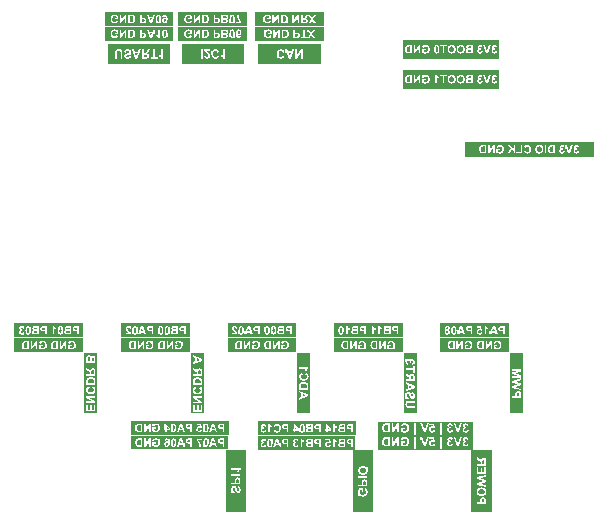
<source format=gbr>
%TF.GenerationSoftware,Altium Limited,Altium Designer,21.5.1 (32)*%
G04 Layer_Color=32896*
%FSLAX45Y45*%
%MOMM*%
%TF.SameCoordinates,06A15EC1-A366-40CD-93CB-9F33A424241D*%
%TF.FilePolarity,Positive*%
%TF.FileFunction,Legend,Bot*%
%TF.Part,Single*%
G01*
G75*
G36*
X3494065Y4953063D02*
X2965936D01*
Y5124933D01*
X3494065D01*
Y4953063D01*
D02*
G37*
G36*
X5462499Y2639605D02*
X4878999D01*
Y2758394D01*
X5462499D01*
Y2639605D01*
D02*
G37*
G36*
X3521000Y5278711D02*
X2938180D01*
Y5391289D01*
X3521000D01*
Y5278711D01*
D02*
G37*
G36*
X2757820Y2517711D02*
X2175000D01*
Y2630289D01*
X2757820D01*
Y2517711D01*
D02*
G37*
G36*
X4562499Y2639605D02*
X3978999D01*
Y2758394D01*
X4562499D01*
Y2639605D01*
D02*
G37*
G36*
X6361819Y2517711D02*
X5778999D01*
Y2630289D01*
X6361819D01*
Y2517711D01*
D02*
G37*
G36*
X6280251Y5159179D02*
Y4998820D01*
X5461751D01*
Y5159179D01*
X6280251D01*
D02*
G37*
G36*
X5062500Y1810605D02*
X4237500D01*
Y1929394D01*
X5062500D01*
Y1810605D01*
D02*
G37*
G36*
X4796001Y5278711D02*
X4213181D01*
Y5391289D01*
X4796001D01*
Y5278711D01*
D02*
G37*
G36*
X6280251Y4905179D02*
Y4744820D01*
X5461751D01*
Y4905179D01*
X6280251D01*
D02*
G37*
G36*
X3662499Y2639605D02*
X3078999D01*
Y2758394D01*
X3662499D01*
Y2639605D01*
D02*
G37*
G36*
X5061820Y1688711D02*
X4238180D01*
Y1801289D01*
X5061820D01*
Y1688711D01*
D02*
G37*
G36*
X3987500Y1814605D02*
X3162500D01*
Y1933394D01*
X3987500D01*
Y1814605D01*
D02*
G37*
G36*
X3779292Y1995999D02*
X3670714D01*
Y2503999D01*
X3779292D01*
Y1995999D01*
D02*
G37*
G36*
X5461819Y2517711D02*
X4878999D01*
Y2630289D01*
X5461819D01*
Y2517711D01*
D02*
G37*
G36*
X2875293Y1995999D02*
X2766715D01*
Y2503999D01*
X2875293D01*
Y1995999D01*
D02*
G37*
G36*
X5210939Y1156934D02*
X5039069D01*
Y1685063D01*
X5210939D01*
Y1156934D01*
D02*
G37*
G36*
X3521001Y5150606D02*
X2937501D01*
Y5269395D01*
X3521001D01*
Y5150606D01*
D02*
G37*
G36*
X4119065Y4953063D02*
X3590936D01*
Y5124933D01*
X4119065D01*
Y4953063D01*
D02*
G37*
G36*
X3661819Y2517711D02*
X3078999D01*
Y2630289D01*
X3661819D01*
Y2517711D01*
D02*
G37*
G36*
X4135938Y1160934D02*
X3964069D01*
Y1689063D01*
X4135938D01*
Y1160934D01*
D02*
G37*
G36*
X3986820Y1692711D02*
X3163180D01*
Y1805289D01*
X3986820D01*
Y1692711D01*
D02*
G37*
G36*
X6054000Y1920789D02*
Y1811681D01*
X5793303D01*
Y1912467D01*
X5781648D01*
Y1811681D01*
X5572195D01*
Y1912467D01*
X5560540D01*
Y1811681D01*
X5254000D01*
Y1920789D01*
X6054000D01*
D02*
G37*
G36*
Y1811681D02*
Y1689063D01*
X6214939D01*
Y1160934D01*
X6043069D01*
Y1687210D01*
X5254000D01*
Y1811681D01*
X6054000D01*
D02*
G37*
G36*
X4796000Y5150606D02*
X4212500D01*
Y5269395D01*
X4796000D01*
Y5150606D01*
D02*
G37*
G36*
X4769066Y4953063D02*
X4240937D01*
Y5124933D01*
X4769066D01*
Y4953063D01*
D02*
G37*
G36*
X6479291Y1995999D02*
X6370713D01*
Y2503999D01*
X6479291D01*
Y1995999D01*
D02*
G37*
G36*
X4679292Y1995999D02*
X4570714D01*
Y2503999D01*
X4679292D01*
Y1995999D01*
D02*
G37*
G36*
X5579292Y1995999D02*
X5470714D01*
Y2503999D01*
X5579292D01*
Y1995999D01*
D02*
G37*
G36*
X7077500Y4168104D02*
X5987500D01*
Y4296897D01*
X7077500D01*
Y4168104D01*
D02*
G37*
G36*
X2758500Y2639605D02*
X2175000D01*
Y2758394D01*
X2758500D01*
Y2639605D01*
D02*
G37*
G36*
X4146000Y5278711D02*
X3563180D01*
Y5391289D01*
X4146000D01*
Y5278711D01*
D02*
G37*
G36*
X6362499Y2639605D02*
X5778999D01*
Y2758394D01*
X6362499D01*
Y2639605D01*
D02*
G37*
G36*
X4146001Y5150606D02*
X3562501D01*
Y5269395D01*
X4146001D01*
Y5150606D01*
D02*
G37*
G36*
X4561819Y2517711D02*
X3978999D01*
Y2630289D01*
X4561819D01*
Y2517711D01*
D02*
G37*
%LPC*%
G36*
X3246373Y5077403D02*
X3198004D01*
X3229612D01*
X3222952Y5059977D01*
X3192095D01*
X3185768Y5077403D01*
X3169340D01*
X3199088Y5000593D01*
X3169340D01*
X3246373D01*
X3215515D01*
X3246373Y5077403D01*
D02*
G37*
G36*
X3323738D02*
X3305091D01*
X3293991Y5060754D01*
X3293880Y5060643D01*
X3293769Y5060310D01*
X3293436Y5059866D01*
X3292992Y5059311D01*
X3292548Y5058645D01*
X3291993Y5057757D01*
X3290772Y5055981D01*
X3289329Y5053983D01*
X3287997Y5052207D01*
X3286776Y5050542D01*
X3286221Y5049987D01*
X3285777Y5049432D01*
X3285666Y5049321D01*
X3285444Y5049099D01*
X3285000Y5048655D01*
X3284445Y5048100D01*
X3283668Y5047656D01*
X3282891Y5047101D01*
X3282003Y5046657D01*
X3281115Y5046213D01*
X3281004D01*
X3280671Y5046102D01*
X3280116Y5045880D01*
X3279228Y5045769D01*
X3278118Y5045547D01*
X3276786Y5045436D01*
X3275232Y5045325D01*
X3270237D01*
Y5077403D01*
X3254698D01*
Y5000593D01*
X3323738D01*
D01*
X3289329D01*
X3290328Y5000704D01*
X3291549D01*
X3292770Y5000815D01*
X3294213D01*
X3297099Y5001148D01*
X3300096Y5001481D01*
X3302871Y5002036D01*
X3304092Y5002369D01*
X3305202Y5002702D01*
X3305313D01*
X3305424Y5002813D01*
X3306090Y5003146D01*
X3307089Y5003701D01*
X3308421Y5004367D01*
X3309864Y5005477D01*
X3311307Y5006698D01*
X3312750Y5008252D01*
X3314082Y5010139D01*
Y5010250D01*
X3314193Y5010361D01*
X3314415Y5010694D01*
X3314636Y5011027D01*
X3315191Y5012137D01*
X3315857Y5013580D01*
X3316412Y5015355D01*
X3316967Y5017353D01*
X3317411Y5019684D01*
X3317522Y5022126D01*
Y5022237D01*
Y5022459D01*
Y5023014D01*
X3317411Y5023569D01*
Y5024346D01*
X3317300Y5025123D01*
X3316856Y5027121D01*
X3316301Y5029452D01*
X3315413Y5031783D01*
X3314082Y5034225D01*
X3313305Y5035335D01*
X3312417Y5036445D01*
X3312306Y5036556D01*
X3312195Y5036667D01*
X3311862Y5037000D01*
X3311418Y5037333D01*
X3310974Y5037777D01*
X3310308Y5038332D01*
X3309531Y5038887D01*
X3308643Y5039442D01*
X3307644Y5040108D01*
X3306423Y5040663D01*
X3305202Y5041218D01*
X3303870Y5041773D01*
X3302316Y5042328D01*
X3300762Y5042772D01*
X3299097Y5043216D01*
X3297210Y5043549D01*
X3297321D01*
X3297432Y5043660D01*
X3298098Y5044104D01*
X3298986Y5044659D01*
X3300096Y5045436D01*
X3301428Y5046435D01*
X3302760Y5047434D01*
X3304203Y5048655D01*
X3305424Y5049987D01*
X3305535Y5050098D01*
X3306090Y5050653D01*
X3306756Y5051541D01*
X3307755Y5052873D01*
X3309087Y5054538D01*
X3309753Y5055648D01*
X3310530Y5056758D01*
X3311418Y5057979D01*
X3312306Y5059311D01*
X3313305Y5060865D01*
X3314304Y5062419D01*
X3323738Y5077403D01*
D02*
G37*
G36*
X3432072D02*
X3398329D01*
D01*
X3417310D01*
Y5021793D01*
X3417199Y5021904D01*
X3416977Y5022126D01*
X3416533Y5022459D01*
X3415867Y5023014D01*
X3415090Y5023680D01*
X3414202Y5024346D01*
X3413092Y5025123D01*
X3411871Y5026011D01*
X3410539Y5026899D01*
X3409096Y5027787D01*
X3407542Y5028786D01*
X3405877Y5029674D01*
X3402325Y5031339D01*
X3398329Y5032893D01*
Y5035557D01*
Y5019573D01*
X3398440D01*
X3398551Y5019462D01*
X3398884Y5019351D01*
X3399328Y5019240D01*
X3400438Y5018685D01*
X3401992Y5018019D01*
X3403879Y5017131D01*
X3405988Y5015910D01*
X3408319Y5014356D01*
X3410761Y5012581D01*
X3410872Y5012470D01*
X3411094Y5012359D01*
X3411427Y5012026D01*
X3411871Y5011582D01*
X3413092Y5010472D01*
X3414424Y5009029D01*
X3415978Y5007253D01*
X3417532Y5005033D01*
X3418975Y5002702D01*
X3420085Y5000149D01*
X3432072D01*
Y5077403D01*
D02*
G37*
G36*
X3387673D02*
X3326735D01*
D01*
X3349490D01*
Y5013580D01*
X3326735D01*
D01*
Y5000593D01*
X3387673D01*
Y5077403D01*
D02*
G37*
G36*
X3133155Y5078846D02*
X3131712D01*
X3130713Y5078735D01*
X3129492Y5078624D01*
X3128160Y5078513D01*
X3126606Y5078291D01*
X3124941Y5077958D01*
X3121278Y5077181D01*
X3119391Y5076626D01*
X3117615Y5076071D01*
X3115728Y5075294D01*
X3113952Y5074406D01*
X3112287Y5073407D01*
X3110733Y5072186D01*
X3110622Y5072075D01*
X3110400Y5071853D01*
X3109956Y5071520D01*
X3109512Y5070965D01*
X3108846Y5070188D01*
X3108180Y5069301D01*
X3107403Y5068302D01*
X3106626Y5067192D01*
X3105849Y5065860D01*
X3105072Y5064417D01*
X3104295Y5062752D01*
X3103518Y5060976D01*
X3102963Y5059089D01*
X3102297Y5056980D01*
X3101853Y5054760D01*
X3101520Y5052429D01*
X3116616Y5050986D01*
Y5051097D01*
X3116727Y5051319D01*
Y5051763D01*
X3116838Y5052207D01*
X3117282Y5053539D01*
X3117837Y5055204D01*
X3118503Y5057091D01*
X3119502Y5058978D01*
X3120612Y5060643D01*
X3122055Y5062197D01*
X3122277Y5062308D01*
X3122832Y5062752D01*
X3123720Y5063307D01*
X3125052Y5063973D01*
X3126717Y5064639D01*
X3128604Y5065194D01*
X3130824Y5065638D01*
X3133377Y5065749D01*
X3134598D01*
X3135930Y5065527D01*
X3137595Y5065305D01*
X3139371Y5064972D01*
X3141258Y5064417D01*
X3143034Y5063640D01*
X3144588Y5062641D01*
X3144810Y5062530D01*
X3145254Y5062086D01*
X3145809Y5061420D01*
X3146586Y5060532D01*
X3147252Y5059422D01*
X3147918Y5058090D01*
X3148361Y5056758D01*
X3148472Y5055204D01*
Y5055093D01*
Y5054760D01*
X3148361Y5054205D01*
X3148250Y5053539D01*
X3148029Y5052873D01*
X3147807Y5052096D01*
X3147363Y5051319D01*
X3146808Y5050542D01*
X3146697Y5050431D01*
X3146475Y5050209D01*
X3146142Y5049876D01*
X3145587Y5049432D01*
X3144810Y5048877D01*
X3143811Y5048322D01*
X3142701Y5047767D01*
X3141258Y5047212D01*
X3141147D01*
X3140703Y5046990D01*
X3139926Y5046768D01*
X3139371Y5046546D01*
X3138705Y5046435D01*
X3137928Y5046213D01*
X3137040Y5045880D01*
X3136041Y5045658D01*
X3134931Y5045325D01*
X3133599Y5044992D01*
X3132156Y5044659D01*
X3130602Y5044215D01*
X3128826Y5043771D01*
X3128715D01*
X3128271Y5043660D01*
X3127605Y5043438D01*
X3126828Y5043216D01*
X3125829Y5042883D01*
X3124608Y5042550D01*
X3123387Y5042106D01*
X3121944Y5041662D01*
X3119058Y5040552D01*
X3116283Y5039220D01*
X3114840Y5038554D01*
X3113619Y5037777D01*
X3112398Y5037000D01*
X3111399Y5036223D01*
X3111288Y5036112D01*
X3111066Y5035890D01*
X3110733Y5035557D01*
X3110289Y5035113D01*
X3109734Y5034447D01*
X3109179Y5033670D01*
X3108513Y5032893D01*
X3107958Y5031894D01*
X3106626Y5029563D01*
X3105516Y5026899D01*
X3105072Y5025456D01*
X3104739Y5024013D01*
X3104517Y5022348D01*
X3104406Y5020683D01*
Y5020572D01*
Y5020461D01*
Y5020128D01*
Y5019684D01*
X3104628Y5018574D01*
X3104850Y5017131D01*
X3105183Y5015466D01*
X3105738Y5013580D01*
X3106515Y5011582D01*
X3107625Y5009695D01*
Y5009584D01*
X3107736Y5009473D01*
X3108291Y5008807D01*
X3108957Y5007919D01*
X3110067Y5006809D01*
X3111399Y5005588D01*
X3113064Y5004256D01*
X3114951Y5003035D01*
X3117171Y5001925D01*
X3117282D01*
X3117504Y5001814D01*
X3117837Y5001703D01*
X3118281Y5001481D01*
X3118947Y5001259D01*
X3119613Y5001037D01*
X3120501Y5000815D01*
X3121500Y5000482D01*
X3123720Y5000038D01*
X3126273Y4999594D01*
X3129159Y4999261D01*
X3132378Y4999150D01*
X3133710D01*
X3134709Y4999261D01*
X3135930Y4999372D01*
X3137373Y4999483D01*
X3138816Y4999705D01*
X3140481Y4999927D01*
X3144033Y5000704D01*
X3145809Y5001259D01*
X3147585Y5001814D01*
X3149360Y5002591D01*
X3151025Y5003479D01*
X3152579Y5004478D01*
X3154022Y5005588D01*
X3154133Y5005699D01*
X3154355Y5005921D01*
X3154688Y5006254D01*
X3155132Y5006698D01*
X3155687Y5007364D01*
X3156353Y5008141D01*
X3157019Y5009029D01*
X3157796Y5010028D01*
X3158462Y5011249D01*
X3159128Y5012470D01*
X3159794Y5013913D01*
X3160349Y5015466D01*
X3160904Y5017020D01*
X3161348Y5018796D01*
X3161681Y5020572D01*
X3161792Y5022570D01*
X3146253Y5023125D01*
Y5023014D01*
Y5022903D01*
X3146031Y5022126D01*
X3145809Y5021127D01*
X3145365Y5019906D01*
X3144810Y5018463D01*
X3144033Y5017131D01*
X3143034Y5015799D01*
X3141924Y5014689D01*
X3141813Y5014578D01*
X3141369Y5014245D01*
X3140592Y5013802D01*
X3139482Y5013358D01*
X3138150Y5012914D01*
X3136485Y5012470D01*
X3134487Y5012137D01*
X3132156Y5012026D01*
X3131046D01*
X3129825Y5012137D01*
X3128382Y5012359D01*
X3126717Y5012692D01*
X3124941Y5013247D01*
X3123276Y5013913D01*
X3121722Y5014911D01*
X3121611Y5015022D01*
X3121389Y5015244D01*
X3120945Y5015577D01*
X3120501Y5016132D01*
X3120057Y5016798D01*
X3119613Y5017686D01*
X3119391Y5018574D01*
X3119280Y5019684D01*
Y5019795D01*
Y5020128D01*
X3119391Y5020683D01*
X3119613Y5021238D01*
X3119835Y5022015D01*
X3120168Y5022792D01*
X3120723Y5023569D01*
X3121500Y5024346D01*
X3121611Y5024457D01*
X3122166Y5024790D01*
X3122499Y5025012D01*
X3123054Y5025234D01*
X3123609Y5025567D01*
X3124386Y5025900D01*
X3125274Y5026233D01*
X3126273Y5026677D01*
X3127494Y5027121D01*
X3128715Y5027565D01*
X3130269Y5028009D01*
X3131934Y5028453D01*
X3133710Y5028897D01*
X3135708Y5029452D01*
X3135819D01*
X3136263Y5029563D01*
X3136818Y5029674D01*
X3137595Y5029896D01*
X3138483Y5030118D01*
X3139593Y5030451D01*
X3140814Y5030784D01*
X3142035Y5031117D01*
X3144699Y5032005D01*
X3147474Y5032893D01*
X3150137Y5033892D01*
X3151247Y5034447D01*
X3152357Y5035002D01*
X3152468D01*
X3152579Y5035113D01*
X3153245Y5035557D01*
X3154244Y5036223D01*
X3155465Y5037111D01*
X3156797Y5038221D01*
X3158240Y5039553D01*
X3159683Y5041107D01*
X3160904Y5042883D01*
X3161015Y5043105D01*
X3161348Y5043771D01*
X3161903Y5044770D01*
X3162458Y5046213D01*
X3163013Y5047989D01*
X3163568Y5050098D01*
X3163901Y5052429D01*
X3164012Y5055093D01*
Y5000815D01*
Y5055093D01*
Y5056203D01*
X3163901Y5056758D01*
X3163790Y5057535D01*
X3163568Y5059089D01*
X3163124Y5061087D01*
X3162458Y5063196D01*
X3161459Y5065305D01*
X3160238Y5067525D01*
Y5067636D01*
X3160016Y5067747D01*
X3159572Y5068413D01*
X3158684Y5069523D01*
X3157574Y5070743D01*
X3156131Y5072186D01*
X3154244Y5073518D01*
X3152246Y5074850D01*
X3149804Y5076071D01*
X3149693D01*
X3149471Y5076182D01*
X3149138Y5076293D01*
X3148583Y5076515D01*
X3147918Y5076737D01*
X3147141Y5076959D01*
X3146253Y5077181D01*
X3145254Y5077403D01*
X3144033Y5077736D01*
X3142812Y5077958D01*
X3139926Y5078402D01*
X3136707Y5078735D01*
X3133155Y5078846D01*
D02*
G37*
G36*
X3059452D02*
X3057676D01*
X3056677Y5078735D01*
X3055678D01*
X3054457Y5078624D01*
X3053236Y5078513D01*
X3050572Y5078291D01*
X3047797Y5077847D01*
X3045022Y5077181D01*
X3043801Y5076848D01*
X3042691Y5076404D01*
X3042580D01*
X3042469Y5076293D01*
X3041803Y5075960D01*
X3040693Y5075405D01*
X3039472Y5074628D01*
X3038029Y5073629D01*
X3036476Y5072519D01*
X3035033Y5071187D01*
X3033701Y5069744D01*
X3033590Y5069523D01*
X3033146Y5069079D01*
X3032591Y5068191D01*
X3031925Y5067081D01*
X3031259Y5065860D01*
X3030482Y5064417D01*
X3029927Y5062863D01*
X3029372Y5061198D01*
Y5061087D01*
X3029261Y5060865D01*
Y5060532D01*
X3029150Y5059977D01*
X3029039Y5059311D01*
X3028928Y5058423D01*
X3028817Y5057424D01*
X3028706Y5056314D01*
X3028484Y5054982D01*
X3028373Y5053539D01*
X3028262Y5051985D01*
X3028151Y5050209D01*
X3028040Y5048322D01*
Y5046213D01*
X3027929Y5043993D01*
Y5000593D01*
X3073235D01*
X3043468D01*
Y5042328D01*
Y5042439D01*
Y5042772D01*
Y5043216D01*
Y5043882D01*
Y5044770D01*
Y5045658D01*
X3043579Y5047656D01*
Y5049876D01*
X3043690Y5051985D01*
X3043801Y5052984D01*
Y5053872D01*
X3043912Y5054538D01*
X3044023Y5055204D01*
Y5055426D01*
X3044245Y5055981D01*
X3044578Y5056869D01*
X3045022Y5057979D01*
X3045577Y5059200D01*
X3046465Y5060421D01*
X3047464Y5061753D01*
X3048685Y5062863D01*
X3048907Y5062974D01*
X3049351Y5063307D01*
X3050239Y5063751D01*
X3051349Y5064195D01*
X3052903Y5064750D01*
X3054679Y5065194D01*
X3056677Y5065527D01*
X3059008Y5065638D01*
X3060118D01*
X3061228Y5065527D01*
X3062671Y5065305D01*
X3064336Y5064972D01*
X3065890Y5064528D01*
X3067555Y5063862D01*
X3068887Y5062974D01*
X3068998Y5062863D01*
X3069442Y5062530D01*
X3069997Y5061975D01*
X3070663Y5061198D01*
X3071329Y5060199D01*
X3071995Y5059089D01*
X3072550Y5057868D01*
X3072883Y5056425D01*
Y5056203D01*
X3072994Y5055648D01*
X3073105Y5054649D01*
X3073327Y5053317D01*
Y5052429D01*
X3073438Y5051430D01*
Y5050320D01*
X3073549Y5049210D01*
Y5047878D01*
X3073660Y5046435D01*
Y5044881D01*
Y5043216D01*
Y5000593D01*
X3089200D01*
Y5046213D01*
Y5044437D01*
X3089089Y5045769D01*
Y5047212D01*
Y5048655D01*
X3088867Y5051874D01*
X3088645Y5055204D01*
X3088534Y5056647D01*
X3088312Y5058090D01*
X3088090Y5059422D01*
X3087868Y5060643D01*
Y5060754D01*
X3087757Y5060865D01*
Y5061198D01*
X3087646Y5061531D01*
X3087313Y5062641D01*
X3086869Y5063973D01*
X3086203Y5065527D01*
X3085426Y5067081D01*
X3084427Y5068746D01*
X3083206Y5070299D01*
X3083095Y5070521D01*
X3082651Y5070965D01*
X3081874Y5071631D01*
X3080875Y5072519D01*
X3079543Y5073518D01*
X3077989Y5074517D01*
X3076213Y5075627D01*
X3074215Y5076515D01*
X3074104D01*
X3073993Y5076626D01*
X3073660Y5076737D01*
X3073216Y5076848D01*
X3072661Y5077070D01*
X3071995Y5077292D01*
X3071107Y5077514D01*
X3070219Y5077625D01*
X3068110Y5078069D01*
X3065557Y5078513D01*
X3062671Y5078735D01*
X3059452Y5078846D01*
D02*
G37*
%LPD*%
G36*
X3207190Y5018463D02*
X3196757Y5046990D01*
X3217957D01*
X3207190Y5018463D01*
D02*
G37*
G36*
X3287553Y5033004D02*
X3289884Y5032893D01*
X3292215Y5032782D01*
X3293214Y5032671D01*
X3294102Y5032560D01*
X3294990Y5032338D01*
X3295545Y5032227D01*
X3295656D01*
X3295989Y5032005D01*
X3296544Y5031783D01*
X3297099Y5031450D01*
X3298542Y5030451D01*
X3299208Y5029785D01*
X3299874Y5029008D01*
X3299985Y5028897D01*
X3300096Y5028564D01*
X3300429Y5028120D01*
X3300762Y5027454D01*
X3300984Y5026566D01*
X3301317Y5025567D01*
X3301428Y5024457D01*
X3301539Y5023236D01*
Y5023014D01*
Y5022570D01*
X3301428Y5021904D01*
X3301317Y5021016D01*
X3300984Y5020017D01*
X3300651Y5019018D01*
X3300096Y5017908D01*
X3299430Y5017020D01*
X3299319Y5016909D01*
X3299097Y5016576D01*
X3298542Y5016243D01*
X3297876Y5015688D01*
X3297099Y5015133D01*
X3296100Y5014689D01*
X3294879Y5014245D01*
X3293547Y5013913D01*
X3293436D01*
X3293103Y5013802D01*
X3292437D01*
X3291438Y5013691D01*
X3288996D01*
X3287997Y5013580D01*
X3270237D01*
Y5033115D01*
X3285333D01*
X3287553Y5033004D01*
D02*
G37*
G36*
X3387673Y5013580D02*
X3365030D01*
Y5077403D01*
X3387673D01*
Y5013580D01*
D02*
G37*
%LPC*%
G36*
X5424773Y2734699D02*
X5398800D01*
X5397680Y2734598D01*
X5395031D01*
X5392179Y2734394D01*
X5389328Y2734190D01*
X5388105Y2734088D01*
X5386883Y2733986D01*
X5385865Y2733783D01*
X5385050Y2733579D01*
X5384948D01*
X5384744Y2733477D01*
X5384439Y2733375D01*
X5384031Y2733273D01*
X5382911Y2732764D01*
X5381485Y2732153D01*
X5379957Y2731236D01*
X5378225Y2730014D01*
X5376596Y2728486D01*
X5374966Y2726653D01*
Y2726551D01*
X5374762Y2726449D01*
X5374559Y2726144D01*
X5374355Y2725736D01*
X5373948Y2725125D01*
X5373642Y2724514D01*
X5373235Y2723801D01*
X5372827Y2722986D01*
X5372114Y2720949D01*
X5371401Y2718708D01*
X5370994Y2715958D01*
X5370790Y2713004D01*
Y2734699D01*
D01*
Y2664216D01*
X5424773D01*
Y2734699D01*
D02*
G37*
G36*
X5267510Y2735107D02*
X5256510D01*
Y2664216D01*
X5270057D01*
Y2715245D01*
X5270158Y2715143D01*
X5270362Y2714940D01*
X5270769Y2714634D01*
X5271381Y2714125D01*
X5272094Y2713514D01*
X5272908Y2712903D01*
X5273927Y2712190D01*
X5275047Y2711375D01*
X5276270Y2710560D01*
X5277594Y2709745D01*
X5279020Y2708828D01*
X5280547Y2708014D01*
X5283807Y2706486D01*
X5287474Y2705060D01*
Y2717588D01*
Y2717282D01*
X5287372D01*
X5287270Y2717384D01*
X5286964Y2717486D01*
X5286557Y2717588D01*
X5285538Y2718097D01*
X5284112Y2718708D01*
X5282381Y2719523D01*
X5280446Y2720644D01*
X5278307Y2722069D01*
X5276066Y2723699D01*
X5275964Y2723801D01*
X5275760Y2723903D01*
X5275455Y2724208D01*
X5275047Y2724616D01*
X5273927Y2725634D01*
X5272705Y2726958D01*
X5271279Y2728588D01*
X5269853Y2730625D01*
X5268529Y2732764D01*
X5267510Y2735107D01*
D02*
G37*
G36*
X5212713D02*
X5201712D01*
Y2664216D01*
X5232676D01*
X5215259D01*
Y2715245D01*
X5215361Y2715143D01*
X5215565Y2714940D01*
X5215972Y2714634D01*
X5216583Y2714125D01*
X5217296Y2713514D01*
X5218111Y2712903D01*
X5219130Y2712190D01*
X5220250Y2711375D01*
X5221472Y2710560D01*
X5222796Y2709745D01*
X5224222Y2708828D01*
X5225750Y2708014D01*
X5229009Y2706486D01*
X5232676Y2705060D01*
Y2717486D01*
Y2717282D01*
X5232574D01*
X5232472Y2717384D01*
X5232167Y2717486D01*
X5231759Y2717588D01*
X5230741Y2718097D01*
X5229315Y2718708D01*
X5227583Y2719523D01*
X5225648Y2720644D01*
X5223509Y2722069D01*
X5221268Y2723699D01*
X5221167Y2723801D01*
X5220963Y2723903D01*
X5220657Y2724208D01*
X5220250Y2724616D01*
X5219130Y2725634D01*
X5217907Y2726958D01*
X5216481Y2728588D01*
X5215055Y2730625D01*
X5213731Y2732764D01*
X5212713Y2735107D01*
D02*
G37*
G36*
X4993727D02*
X4982726D01*
Y2664216D01*
X5013690D01*
X4996273D01*
Y2715245D01*
X4996375Y2715143D01*
X4996579Y2714940D01*
X4996986Y2714634D01*
X4997597Y2714125D01*
X4998310Y2713514D01*
X4999125Y2712903D01*
X5000143Y2712190D01*
X5001264Y2711375D01*
X5002486Y2710560D01*
X5003810Y2709745D01*
X5005236Y2708828D01*
X5006764Y2708014D01*
X5010023Y2706486D01*
X5013690Y2705060D01*
Y2717486D01*
Y2717282D01*
X5013588D01*
X5013486Y2717384D01*
X5013181Y2717486D01*
X5012773Y2717588D01*
X5011755Y2718097D01*
X5010329Y2718708D01*
X5008597Y2719523D01*
X5006662Y2720644D01*
X5004523Y2722069D01*
X5002282Y2723699D01*
X5002180Y2723801D01*
X5001977Y2723903D01*
X5001671Y2724208D01*
X5001264Y2724616D01*
X5000143Y2725634D01*
X4998921Y2726958D01*
X4997495Y2728588D01*
X4996069Y2730625D01*
X4994745Y2732764D01*
X4993727Y2735107D01*
D02*
G37*
G36*
X5359077Y2734699D02*
X5300103D01*
Y2698134D01*
Y2734699D01*
X5328113D01*
X5326280Y2734598D01*
X5324243Y2734496D01*
X5322206Y2734394D01*
X5320271Y2734190D01*
X5318539Y2733986D01*
X5318335D01*
X5317826Y2733885D01*
X5317113Y2733681D01*
X5316095Y2733375D01*
X5314974Y2732968D01*
X5313752Y2732459D01*
X5312428Y2731847D01*
X5311206Y2731033D01*
X5311104Y2730931D01*
X5310696Y2730625D01*
X5310085Y2730116D01*
X5309270Y2729505D01*
X5308455Y2728588D01*
X5307539Y2727570D01*
X5306622Y2726449D01*
X5305807Y2725125D01*
X5305705Y2724921D01*
X5305502Y2724514D01*
X5305094Y2723699D01*
X5304687Y2722681D01*
X5304279Y2721458D01*
X5303872Y2720134D01*
X5303668Y2718505D01*
X5303566Y2716875D01*
Y2716773D01*
Y2716671D01*
Y2716060D01*
X5303668Y2715143D01*
X5303872Y2713921D01*
X5304279Y2712495D01*
X5304687Y2710967D01*
X5305400Y2709440D01*
X5306317Y2707810D01*
X5306418Y2707606D01*
X5306826Y2707097D01*
X5307437Y2706384D01*
X5308150Y2705467D01*
X5309168Y2704551D01*
X5310391Y2703430D01*
X5311817Y2702514D01*
X5313446Y2701597D01*
X5313344D01*
X5313141Y2701495D01*
X5312835Y2701393D01*
X5312428Y2701291D01*
X5311206Y2700782D01*
X5309780Y2700069D01*
X5308252Y2699254D01*
X5306520Y2698134D01*
X5304992Y2696810D01*
X5303566Y2695180D01*
X5303465Y2694976D01*
X5303057Y2694365D01*
X5302446Y2693449D01*
X5301835Y2692226D01*
X5301224Y2690597D01*
X5300613Y2688865D01*
X5300205Y2686828D01*
X5300103Y2684587D01*
Y2685300D01*
Y2684587D01*
Y2664216D01*
Y2683772D01*
X5300205Y2682856D01*
X5300409Y2681633D01*
X5300613Y2680207D01*
X5301020Y2678578D01*
X5301631Y2676948D01*
X5302344Y2675217D01*
X5302446Y2675013D01*
X5302752Y2674504D01*
X5303261Y2673689D01*
X5303974Y2672670D01*
X5304789Y2671448D01*
X5305909Y2670328D01*
X5307030Y2669105D01*
X5308455Y2667985D01*
X5308659Y2667883D01*
X5309168Y2667578D01*
X5309983Y2667068D01*
X5311104Y2666559D01*
X5312530Y2665948D01*
X5314159Y2665439D01*
X5315993Y2664929D01*
X5318030Y2664624D01*
X5318437D01*
X5318845Y2664522D01*
X5319863D01*
X5320576Y2664420D01*
X5322511D01*
X5323734Y2664318D01*
X5326789D01*
X5328521Y2664216D01*
X5359077D01*
Y2734699D01*
D02*
G37*
G36*
X5085293D02*
X5026320D01*
Y2698439D01*
Y2734699D01*
X5054330D01*
X5052496Y2734598D01*
X5050459Y2734496D01*
X5048422Y2734394D01*
X5046487Y2734190D01*
X5044755Y2733986D01*
X5044552D01*
X5044042Y2733885D01*
X5043330Y2733681D01*
X5042311Y2733375D01*
X5041191Y2732968D01*
X5039968Y2732459D01*
X5038644Y2731847D01*
X5037422Y2731033D01*
X5037320Y2730931D01*
X5036913Y2730625D01*
X5036302Y2730116D01*
X5035487Y2729505D01*
X5034672Y2728588D01*
X5033755Y2727570D01*
X5032839Y2726449D01*
X5032024Y2725125D01*
X5031922Y2724921D01*
X5031718Y2724514D01*
X5031311Y2723699D01*
X5030903Y2722681D01*
X5030496Y2721458D01*
X5030088Y2720134D01*
X5029885Y2718505D01*
X5029783Y2716875D01*
Y2716773D01*
Y2716671D01*
Y2716060D01*
X5029885Y2715143D01*
X5030088Y2713921D01*
X5030496Y2712495D01*
X5030903Y2710967D01*
X5031616Y2709440D01*
X5032533Y2707810D01*
X5032635Y2707606D01*
X5033042Y2707097D01*
X5033653Y2706384D01*
X5034366Y2705467D01*
X5035385Y2704551D01*
X5036607Y2703430D01*
X5038033Y2702514D01*
X5039663Y2701597D01*
X5039561D01*
X5039357Y2701495D01*
X5039052Y2701393D01*
X5038644Y2701291D01*
X5037422Y2700782D01*
X5035996Y2700069D01*
X5034468Y2699254D01*
X5032737Y2698134D01*
X5031209Y2696810D01*
X5029783Y2695180D01*
X5029681Y2694976D01*
X5029274Y2694365D01*
X5028663Y2693449D01*
X5028051Y2692226D01*
X5027440Y2690597D01*
X5026829Y2688865D01*
X5026422Y2686828D01*
X5026320Y2684587D01*
D01*
D01*
Y2664216D01*
Y2683772D01*
X5026422Y2682856D01*
X5026625Y2681633D01*
X5026829Y2680207D01*
X5027237Y2678578D01*
X5027848Y2676948D01*
X5028561Y2675217D01*
X5028663Y2675013D01*
X5028968Y2674504D01*
X5029477Y2673689D01*
X5030190Y2672670D01*
X5031005Y2671448D01*
X5032126Y2670328D01*
X5033246Y2669105D01*
X5034672Y2667985D01*
X5034876Y2667883D01*
X5035385Y2667578D01*
X5036200Y2667068D01*
X5037320Y2666559D01*
X5038746Y2665948D01*
X5040376Y2665439D01*
X5042209Y2664929D01*
X5044246Y2664624D01*
X5044654D01*
X5045061Y2664522D01*
X5046080D01*
X5046793Y2664420D01*
X5048728D01*
X5049950Y2664318D01*
X5053006D01*
X5054737Y2664216D01*
X5085293D01*
Y2734699D01*
D02*
G37*
G36*
X5150989D02*
X5097007D01*
Y2664216D01*
Y2711884D01*
X5097108Y2711375D01*
Y2710662D01*
X5097312Y2709236D01*
X5097618Y2707504D01*
X5098025Y2705569D01*
X5098636Y2703736D01*
X5099451Y2702004D01*
X5099553Y2701801D01*
X5099858Y2701291D01*
X5100368Y2700476D01*
X5101081Y2699458D01*
X5101896Y2698439D01*
X5103016Y2697217D01*
X5104136Y2696097D01*
X5105460Y2695078D01*
X5105664Y2694976D01*
X5106072Y2694671D01*
X5106785Y2694263D01*
X5107701Y2693754D01*
X5108822Y2693143D01*
X5110044Y2692634D01*
X5111368Y2692124D01*
X5112794Y2691717D01*
X5112998D01*
X5113303Y2691615D01*
X5113711D01*
X5114220Y2691513D01*
X5114933Y2691411D01*
X5115646Y2691310D01*
X5116563D01*
X5117479Y2691208D01*
X5118600Y2691106D01*
X5119822Y2691004D01*
X5121146Y2690902D01*
X5122572D01*
X5124100Y2690800D01*
X5136730D01*
Y2664216D01*
X5150989D01*
Y2734699D01*
D02*
G37*
G36*
X4962457Y2735107D02*
X4916725D01*
X4938624D01*
X4937911Y2735005D01*
X4937096Y2734903D01*
X4936077Y2734699D01*
X4935059Y2734496D01*
X4933836Y2734190D01*
X4932512Y2733783D01*
X4931290Y2733273D01*
X4929966Y2732764D01*
X4928642Y2732051D01*
X4927318Y2731134D01*
X4925994Y2730218D01*
X4924771Y2729097D01*
X4923651Y2727773D01*
X4923549Y2727671D01*
X4923345Y2727366D01*
X4923040Y2726857D01*
X4922531Y2726144D01*
X4922021Y2725125D01*
X4921410Y2723903D01*
X4920799Y2722579D01*
X4920188Y2720847D01*
X4919577Y2719014D01*
X4918864Y2716875D01*
X4918355Y2714532D01*
X4917845Y2711884D01*
X4917336Y2709032D01*
X4917031Y2705977D01*
X4916827Y2702615D01*
X4916725Y2698949D01*
Y2662892D01*
Y2697013D01*
X4916827Y2695689D01*
X4916929Y2694060D01*
X4917132Y2692124D01*
X4917336Y2690087D01*
X4917540Y2687847D01*
X4917947Y2685504D01*
X4918457Y2683059D01*
X4918966Y2680717D01*
X4919679Y2678374D01*
X4920392Y2676031D01*
X4921410Y2673893D01*
X4922429Y2671855D01*
X4923651Y2670124D01*
X4923753Y2670022D01*
X4923957Y2669818D01*
X4924262Y2669411D01*
X4924670Y2669004D01*
X4925281Y2668494D01*
X4925994Y2667883D01*
X4926910Y2667170D01*
X4927827Y2666559D01*
X4928947Y2665846D01*
X4930068Y2665133D01*
X4931392Y2664522D01*
X4932818Y2664013D01*
X4934346Y2663605D01*
X4936077Y2663198D01*
X4937809Y2662994D01*
X4939642Y2662892D01*
X4940050D01*
X4940661Y2662994D01*
X4941374D01*
X4942188Y2663096D01*
X4943207Y2663300D01*
X4944327Y2663503D01*
X4945550Y2663911D01*
X4946874Y2664318D01*
X4948198Y2664828D01*
X4949624Y2665439D01*
X4950948Y2666253D01*
X4952374Y2667068D01*
X4953698Y2668189D01*
X4955022Y2669309D01*
X4956244Y2670735D01*
X4956346Y2670837D01*
X4956550Y2671142D01*
X4956855Y2671652D01*
X4957161Y2672263D01*
X4957670Y2673180D01*
X4958180Y2674300D01*
X4958791Y2675726D01*
X4959300Y2677254D01*
X4959911Y2679087D01*
X4960522Y2681124D01*
X4961031Y2683467D01*
X4961439Y2686013D01*
X4961846Y2688865D01*
X4962152Y2692023D01*
X4962356Y2695384D01*
X4962457Y2699050D01*
Y2701495D01*
Y2700986D01*
X4962356Y2702310D01*
X4962254Y2703939D01*
X4962050Y2705875D01*
X4961846Y2707912D01*
X4961643Y2710153D01*
X4961235Y2712495D01*
X4960828Y2714838D01*
X4960217Y2717282D01*
X4959606Y2719625D01*
X4958791Y2721866D01*
X4957874Y2724005D01*
X4956855Y2726042D01*
X4955633Y2727773D01*
X4955531Y2727875D01*
X4955328Y2728079D01*
X4955022Y2728486D01*
X4954513Y2728894D01*
X4954004Y2729505D01*
X4953291Y2730116D01*
X4952374Y2730727D01*
X4951457Y2731440D01*
X4950337Y2732153D01*
X4949216Y2732764D01*
X4947892Y2733375D01*
X4946466Y2733986D01*
X4944939Y2734394D01*
X4943207Y2734801D01*
X4941476Y2735005D01*
X4939642Y2735107D01*
X4962457D01*
D02*
G37*
%LPD*%
G36*
X5410513Y2702717D02*
X5400735D01*
X5400022Y2702819D01*
X5398189D01*
X5396355Y2702921D01*
X5394522Y2703125D01*
X5392892Y2703430D01*
X5392179Y2703532D01*
X5391568Y2703736D01*
X5391466Y2703838D01*
X5391059Y2703939D01*
X5390550Y2704245D01*
X5389939Y2704551D01*
X5389226Y2705060D01*
X5388513Y2705671D01*
X5387698Y2706384D01*
X5387087Y2707199D01*
X5386985Y2707301D01*
X5386781Y2707606D01*
X5386577Y2708115D01*
X5386272Y2708828D01*
X5385966Y2709643D01*
X5385661Y2710560D01*
X5385559Y2711579D01*
X5385457Y2712699D01*
Y2712903D01*
Y2713310D01*
X5385559Y2714023D01*
X5385763Y2714940D01*
X5386068Y2715958D01*
X5386476Y2717079D01*
X5386985Y2718097D01*
X5387800Y2719116D01*
X5387902Y2719218D01*
X5388207Y2719523D01*
X5388716Y2719931D01*
X5389328Y2720440D01*
X5390142Y2721051D01*
X5391161Y2721560D01*
X5392281Y2721968D01*
X5393504Y2722273D01*
X5393605D01*
X5394013Y2722375D01*
X5394726Y2722477D01*
X5395744Y2722579D01*
X5397068D01*
X5397985Y2722681D01*
X5398902D01*
X5399920Y2722782D01*
X5410513D01*
Y2702717D01*
D02*
G37*
G36*
X5370892Y2711375D02*
Y2710662D01*
X5371096Y2709236D01*
X5371401Y2707504D01*
X5371809Y2705569D01*
X5372420Y2703736D01*
X5373235Y2702004D01*
X5373336Y2701801D01*
X5373642Y2701291D01*
X5374151Y2700476D01*
X5374864Y2699458D01*
X5375679Y2698439D01*
X5376800Y2697217D01*
X5377920Y2696097D01*
X5379244Y2695078D01*
X5379448Y2694976D01*
X5379855Y2694671D01*
X5380568Y2694263D01*
X5381485Y2693754D01*
X5382605Y2693143D01*
X5383827Y2692634D01*
X5385152Y2692124D01*
X5386577Y2691717D01*
X5386781D01*
X5387087Y2691615D01*
X5387494D01*
X5388003Y2691513D01*
X5388716Y2691411D01*
X5389429Y2691310D01*
X5390346D01*
X5391263Y2691208D01*
X5392383Y2691106D01*
X5393605Y2691004D01*
X5394930Y2690902D01*
X5396355D01*
X5397883Y2690800D01*
X5410513D01*
Y2664216D01*
X5370790D01*
Y2711884D01*
X5370892Y2711375D01*
D02*
G37*
G36*
X5344817Y2706690D02*
X5331169D01*
X5329437Y2706791D01*
X5326280D01*
X5325669Y2706893D01*
X5325058D01*
X5324650Y2706995D01*
X5324039Y2707097D01*
X5323122Y2707403D01*
X5322206Y2707708D01*
X5321289Y2708115D01*
X5320372Y2708625D01*
X5319558Y2709338D01*
X5319456Y2709440D01*
X5319252Y2709745D01*
X5318845Y2710153D01*
X5318437Y2710866D01*
X5318132Y2711680D01*
X5317724Y2712597D01*
X5317520Y2713717D01*
X5317419Y2714940D01*
Y2715042D01*
Y2715449D01*
X5317520Y2716060D01*
X5317622Y2716875D01*
X5317826Y2717690D01*
X5318233Y2718505D01*
X5318641Y2719421D01*
X5319252Y2720236D01*
X5319354Y2720338D01*
X5319558Y2720542D01*
X5320067Y2720949D01*
X5320576Y2721357D01*
X5321391Y2721764D01*
X5322308Y2722171D01*
X5323428Y2722477D01*
X5324650Y2722681D01*
X5324752D01*
X5325160Y2722782D01*
X5326280D01*
X5326891Y2722884D01*
X5329539D01*
X5330660Y2722986D01*
X5344817D01*
Y2706690D01*
D02*
G37*
G36*
Y2676133D02*
X5329132D01*
X5327604Y2676235D01*
X5325974D01*
X5324345Y2676337D01*
X5323021Y2676439D01*
X5322409D01*
X5322002Y2676541D01*
X5321900D01*
X5321493Y2676643D01*
X5320882Y2676846D01*
X5320169Y2677050D01*
X5319354Y2677457D01*
X5318437Y2677967D01*
X5317622Y2678578D01*
X5316808Y2679291D01*
X5316706Y2679393D01*
X5316502Y2679698D01*
X5316196Y2680207D01*
X5315789Y2680920D01*
X5315382Y2681735D01*
X5315076Y2682754D01*
X5314872Y2683976D01*
X5314770Y2685300D01*
Y2685402D01*
Y2685809D01*
X5314872Y2686421D01*
X5314974Y2687134D01*
X5315178Y2688050D01*
X5315483Y2688865D01*
X5315891Y2689782D01*
X5316400Y2690698D01*
X5316502Y2690800D01*
X5316706Y2691106D01*
X5317011Y2691513D01*
X5317520Y2691921D01*
X5318132Y2692532D01*
X5318946Y2693041D01*
X5319863Y2693550D01*
X5320882Y2693958D01*
X5320984D01*
X5321493Y2694161D01*
X5322308Y2694263D01*
X5322817Y2694365D01*
X5323530Y2694467D01*
X5324243Y2694569D01*
X5325160Y2694671D01*
X5326178Y2694773D01*
X5327400D01*
X5328623Y2694874D01*
X5330049Y2694976D01*
X5344817D01*
Y2676133D01*
D02*
G37*
G36*
X5071034Y2706690D02*
X5057385D01*
X5055654Y2706791D01*
X5052496D01*
X5051885Y2706893D01*
X5051274D01*
X5050867Y2706995D01*
X5050256Y2707097D01*
X5049339Y2707403D01*
X5048422Y2707708D01*
X5047506Y2708115D01*
X5046589Y2708625D01*
X5045774Y2709338D01*
X5045672Y2709440D01*
X5045468Y2709745D01*
X5045061Y2710153D01*
X5044654Y2710866D01*
X5044348Y2711680D01*
X5043941Y2712597D01*
X5043737Y2713717D01*
X5043635Y2714940D01*
Y2715042D01*
Y2715449D01*
X5043737Y2716060D01*
X5043839Y2716875D01*
X5044042Y2717690D01*
X5044450Y2718505D01*
X5044857Y2719421D01*
X5045468Y2720236D01*
X5045570Y2720338D01*
X5045774Y2720542D01*
X5046283Y2720949D01*
X5046793Y2721357D01*
X5047607Y2721764D01*
X5048524Y2722171D01*
X5049644Y2722477D01*
X5050867Y2722681D01*
X5050969D01*
X5051376Y2722782D01*
X5052496D01*
X5053107Y2722884D01*
X5055756D01*
X5056876Y2722986D01*
X5071034D01*
Y2706690D01*
D02*
G37*
G36*
Y2676133D02*
X5055348D01*
X5053820Y2676235D01*
X5052191D01*
X5050561Y2676337D01*
X5049237Y2676439D01*
X5048626D01*
X5048219Y2676541D01*
X5048117D01*
X5047709Y2676643D01*
X5047098Y2676846D01*
X5046385Y2677050D01*
X5045570Y2677457D01*
X5044654Y2677967D01*
X5043839Y2678578D01*
X5043024Y2679291D01*
X5042922Y2679393D01*
X5042718Y2679698D01*
X5042413Y2680207D01*
X5042005Y2680920D01*
X5041598Y2681735D01*
X5041292Y2682754D01*
X5041089Y2683976D01*
X5040987Y2685300D01*
Y2685402D01*
Y2685809D01*
X5041089Y2686421D01*
X5041191Y2687134D01*
X5041394Y2688050D01*
X5041700Y2688865D01*
X5042107Y2689782D01*
X5042617Y2690698D01*
X5042718Y2690800D01*
X5042922Y2691106D01*
X5043228Y2691513D01*
X5043737Y2691921D01*
X5044348Y2692532D01*
X5045163Y2693041D01*
X5046080Y2693550D01*
X5047098Y2693958D01*
X5047200D01*
X5047709Y2694161D01*
X5048524Y2694263D01*
X5049033Y2694365D01*
X5049746Y2694467D01*
X5050459Y2694569D01*
X5051376Y2694671D01*
X5052395Y2694773D01*
X5053617D01*
X5054839Y2694874D01*
X5056265Y2694976D01*
X5071034D01*
Y2676133D01*
D02*
G37*
G36*
X5123896Y2734598D02*
X5121248D01*
X5118396Y2734394D01*
X5115544Y2734190D01*
X5114322Y2734088D01*
X5113100Y2733986D01*
X5112081Y2733783D01*
X5111266Y2733579D01*
X5111164D01*
X5110961Y2733477D01*
X5110655Y2733375D01*
X5110248Y2733273D01*
X5109127Y2732764D01*
X5107701Y2732153D01*
X5106173Y2731236D01*
X5104442Y2730014D01*
X5102812Y2728486D01*
X5101183Y2726653D01*
Y2726551D01*
X5100979Y2726449D01*
X5100775Y2726144D01*
X5100571Y2725736D01*
X5100164Y2725125D01*
X5099858Y2724514D01*
X5099451Y2723801D01*
X5099044Y2722986D01*
X5098331Y2720949D01*
X5097618Y2718708D01*
X5097210Y2715958D01*
X5097007Y2713004D01*
Y2734699D01*
X5125016D01*
X5123896Y2734598D01*
D02*
G37*
G36*
X5136730Y2702717D02*
X5126952D01*
X5126239Y2702819D01*
X5124405D01*
X5122572Y2702921D01*
X5120739Y2703125D01*
X5119109Y2703430D01*
X5118396Y2703532D01*
X5117785Y2703736D01*
X5117683Y2703838D01*
X5117276Y2703939D01*
X5116766Y2704245D01*
X5116155Y2704551D01*
X5115442Y2705060D01*
X5114729Y2705671D01*
X5113914Y2706384D01*
X5113303Y2707199D01*
X5113201Y2707301D01*
X5112998Y2707606D01*
X5112794Y2708115D01*
X5112488Y2708828D01*
X5112183Y2709643D01*
X5111877Y2710560D01*
X5111775Y2711579D01*
X5111674Y2712699D01*
Y2712903D01*
Y2713310D01*
X5111775Y2714023D01*
X5111979Y2714940D01*
X5112285Y2715958D01*
X5112692Y2717079D01*
X5113201Y2718097D01*
X5114016Y2719116D01*
X5114118Y2719218D01*
X5114424Y2719523D01*
X5114933Y2719931D01*
X5115544Y2720440D01*
X5116359Y2721051D01*
X5117377Y2721560D01*
X5118498Y2721968D01*
X5119720Y2722273D01*
X5119822D01*
X5120229Y2722375D01*
X5120942Y2722477D01*
X5121961Y2722579D01*
X5123285D01*
X5124202Y2722681D01*
X5125118D01*
X5126137Y2722782D01*
X5136730D01*
Y2702717D01*
D02*
G37*
G36*
X4940559Y2723801D02*
X4941068Y2723699D01*
X4941781Y2723495D01*
X4942494Y2723190D01*
X4943309Y2722782D01*
X4944022Y2722273D01*
X4944124Y2722171D01*
X4944327Y2721968D01*
X4944633Y2721560D01*
X4945040Y2721051D01*
X4945550Y2720236D01*
X4945957Y2719319D01*
X4946466Y2718097D01*
X4946874Y2716671D01*
Y2716569D01*
X4946976Y2716468D01*
Y2716060D01*
X4947077Y2715653D01*
X4947179Y2715042D01*
X4947281Y2714329D01*
X4947383Y2713514D01*
X4947485Y2712495D01*
X4947689Y2711273D01*
X4947790Y2710051D01*
X4947892Y2708523D01*
X4947994Y2706995D01*
X4948096Y2705162D01*
Y2703328D01*
X4948198Y2701189D01*
Y2698949D01*
Y2698847D01*
Y2698439D01*
Y2697726D01*
Y2696912D01*
Y2695893D01*
X4948096Y2694773D01*
Y2693449D01*
X4947994Y2692124D01*
X4947892Y2689272D01*
X4947689Y2686421D01*
X4947587Y2685096D01*
X4947383Y2683874D01*
X4947179Y2682754D01*
X4946976Y2681735D01*
X4946874Y2681532D01*
X4946772Y2681022D01*
X4946466Y2680207D01*
X4946161Y2679291D01*
X4945652Y2678272D01*
X4945142Y2677254D01*
X4944531Y2676337D01*
X4943920Y2675624D01*
X4943818Y2675522D01*
X4943614Y2675420D01*
X4943207Y2675115D01*
X4942698Y2674911D01*
X4942087Y2674606D01*
X4941374Y2674300D01*
X4940559Y2674198D01*
X4939642Y2674096D01*
X4939235D01*
X4938725Y2674198D01*
X4938216Y2674300D01*
X4937503Y2674504D01*
X4936790Y2674707D01*
X4936077Y2675115D01*
X4935364Y2675624D01*
X4935262Y2675726D01*
X4935059Y2675930D01*
X4934651Y2676337D01*
X4934244Y2676948D01*
X4933836Y2677661D01*
X4933327Y2678680D01*
X4932818Y2679800D01*
X4932411Y2681226D01*
Y2681328D01*
X4932309Y2681430D01*
Y2681837D01*
X4932207Y2682245D01*
X4932105Y2682856D01*
X4932003Y2683569D01*
X4931799Y2684384D01*
X4931698Y2685402D01*
X4931596Y2686522D01*
X4931392Y2687847D01*
X4931290Y2689272D01*
X4931188Y2690902D01*
X4931086Y2692634D01*
Y2694569D01*
X4930985Y2696708D01*
Y2698949D01*
Y2699050D01*
Y2699458D01*
Y2700171D01*
Y2700986D01*
Y2702004D01*
X4931086Y2703125D01*
Y2704449D01*
X4931188Y2705773D01*
X4931290Y2708625D01*
X4931494Y2711375D01*
X4931698Y2712699D01*
X4931901Y2714023D01*
X4932105Y2715143D01*
X4932309Y2716060D01*
Y2716162D01*
X4932411Y2716264D01*
X4932512Y2716773D01*
X4932818Y2717588D01*
X4933123Y2718606D01*
X4933633Y2719625D01*
X4934142Y2720644D01*
X4934753Y2721560D01*
X4935364Y2722273D01*
X4935466Y2722375D01*
X4935670Y2722579D01*
X4936077Y2722782D01*
X4936587Y2723088D01*
X4937198Y2723394D01*
X4937911Y2723699D01*
X4938725Y2723801D01*
X4939642Y2723903D01*
X4940050D01*
X4940559Y2723801D01*
D02*
G37*
%LPC*%
G36*
X3365820Y5370242D02*
X3340589D01*
X3350440D01*
X3344329Y5354251D01*
X3316013D01*
X3310208Y5370242D01*
X3295133D01*
X3322430Y5299759D01*
X3295133D01*
X3337504D01*
X3365820Y5370242D01*
D02*
G37*
G36*
X3445470Y5371566D02*
X3444655D01*
X3444146Y5371464D01*
X3443433D01*
X3442618Y5371362D01*
X3440682Y5371057D01*
X3438544Y5370446D01*
X3436405Y5369733D01*
X3434164Y5368612D01*
X3433145Y5368001D01*
X3432127Y5367186D01*
X3432025Y5367085D01*
X3431923Y5366983D01*
X3431617Y5366677D01*
X3431312Y5366372D01*
X3430904Y5365862D01*
X3430395Y5365353D01*
X3429988Y5364640D01*
X3429377Y5363927D01*
X3428867Y5363010D01*
X3428256Y5362094D01*
X3427747Y5360973D01*
X3427238Y5359751D01*
X3426728Y5358529D01*
X3426321Y5357103D01*
X3425914Y5355677D01*
X3425608Y5354047D01*
X3438645Y5352519D01*
Y5352723D01*
X3438747Y5353232D01*
X3438849Y5353945D01*
X3439155Y5354760D01*
X3439460Y5355779D01*
X3439868Y5356797D01*
X3440377Y5357714D01*
X3441090Y5358529D01*
X3441192Y5358631D01*
X3441497Y5358834D01*
X3441905Y5359140D01*
X3442516Y5359445D01*
X3443331Y5359751D01*
X3444146Y5360057D01*
X3445266Y5360260D01*
X3446386Y5360362D01*
X3446590D01*
X3447099Y5360260D01*
X3447812Y5360158D01*
X3448831Y5359853D01*
X3449951Y5359445D01*
X3451072Y5358732D01*
X3452294Y5357816D01*
X3453414Y5356594D01*
X3453516Y5356390D01*
X3453720Y5356186D01*
X3453923Y5355779D01*
X3454127Y5355371D01*
X3454433Y5354760D01*
X3454636Y5354047D01*
X3455044Y5353131D01*
X3455349Y5352112D01*
X3455655Y5350992D01*
X3455961Y5349667D01*
X3456266Y5348242D01*
X3456572Y5346612D01*
X3456775Y5344778D01*
X3456979Y5342741D01*
X3457183Y5340602D01*
X3457081Y5340704D01*
X3456979Y5340806D01*
X3456674Y5341112D01*
X3456266Y5341519D01*
X3455757Y5341927D01*
X3455146Y5342436D01*
X3453720Y5343556D01*
X3451886Y5344677D01*
X3449646Y5345593D01*
X3448423Y5346001D01*
X3447201Y5346204D01*
X3445877Y5346408D01*
X3444451Y5346510D01*
X3443636D01*
X3443025Y5346408D01*
X3442312Y5346306D01*
X3441497Y5346204D01*
X3439562Y5345695D01*
X3437321Y5344982D01*
X3436201Y5344371D01*
X3434979Y5343760D01*
X3433756Y5343047D01*
X3432534Y5342232D01*
X3431312Y5341214D01*
X3430192Y5340093D01*
X3430090Y5339991D01*
X3429886Y5339788D01*
X3429682Y5339380D01*
X3429275Y5338973D01*
X3428766Y5338260D01*
X3428256Y5337547D01*
X3427747Y5336630D01*
X3427238Y5335612D01*
X3426627Y5334491D01*
X3426117Y5333167D01*
X3425608Y5331843D01*
X3425099Y5330315D01*
X3424691Y5328787D01*
X3424488Y5327056D01*
X3424284Y5325223D01*
X3424182Y5323389D01*
D01*
Y5299352D01*
X3471239D01*
Y5336936D01*
X3471137Y5338260D01*
X3471035Y5339889D01*
X3470831Y5341723D01*
X3470628Y5343658D01*
X3470322Y5345797D01*
X3469915Y5348140D01*
X3469507Y5350380D01*
X3468896Y5352723D01*
X3468183Y5355066D01*
X3467368Y5357205D01*
X3466350Y5359344D01*
X3465331Y5361279D01*
X3464007Y5363010D01*
X3463905Y5363112D01*
X3463701Y5363418D01*
X3463294Y5363825D01*
X3462683Y5364334D01*
X3461970Y5364946D01*
X3461155Y5365760D01*
X3460137Y5366473D01*
X3459016Y5367288D01*
X3457794Y5368103D01*
X3456368Y5368816D01*
X3454840Y5369529D01*
X3453211Y5370242D01*
X3451377Y5370751D01*
X3449544Y5371159D01*
X3447609Y5371464D01*
X3445470Y5371566D01*
D02*
G37*
G36*
X3023692D02*
X3022572D01*
X3021859Y5371464D01*
X3020840D01*
X3019720Y5371362D01*
X3018498Y5371159D01*
X3017072Y5370955D01*
X3014118Y5370446D01*
X3010859Y5369631D01*
X3007497Y5368510D01*
X3005970Y5367797D01*
X3004340Y5366983D01*
X3004238Y5366881D01*
X3004034Y5366779D01*
X3003525Y5366473D01*
X3003016Y5366066D01*
X3002303Y5365659D01*
X3001590Y5365047D01*
X3000673Y5364334D01*
X2999757Y5363520D01*
X2997719Y5361686D01*
X2995682Y5359344D01*
X2993747Y5356695D01*
X2992016Y5353640D01*
Y5353538D01*
X2991812Y5353232D01*
X2991608Y5352723D01*
X2991404Y5352112D01*
X2991099Y5351297D01*
X2990692Y5350380D01*
X2990386Y5349260D01*
X2989979Y5348038D01*
X2989571Y5346714D01*
X2989266Y5345186D01*
X2988553Y5342028D01*
X2988145Y5338565D01*
X2987941Y5334797D01*
Y5333676D01*
X2988043Y5332963D01*
Y5331945D01*
X2988145Y5330824D01*
X2988349Y5329602D01*
X2988553Y5328176D01*
X2989062Y5325223D01*
X2989877Y5321861D01*
X2990997Y5318500D01*
X2991710Y5316870D01*
X2992525Y5315241D01*
X2992627Y5315139D01*
X2992729Y5314833D01*
X2993034Y5314426D01*
X2993340Y5313815D01*
X2993849Y5313102D01*
X2994460Y5312287D01*
X2995173Y5311370D01*
X2995886Y5310352D01*
X2996803Y5309333D01*
X2997821Y5308213D01*
X2998942Y5307093D01*
X3000164Y5305972D01*
X3001488Y5304954D01*
X3002812Y5303833D01*
X3005970Y5302000D01*
X3006071D01*
X3006275Y5301796D01*
X3006683Y5301694D01*
X3007192Y5301389D01*
X3007905Y5301185D01*
X3008618Y5300879D01*
X3009636Y5300574D01*
X3010655Y5300166D01*
X3011775Y5299861D01*
X3013099Y5299555D01*
X3014525Y5299250D01*
X3015951Y5298944D01*
X3019211Y5298537D01*
X3022877Y5298435D01*
X2987941D01*
D01*
X3053841D01*
D01*
X3024100D01*
X3025016Y5298537D01*
X3026137Y5298639D01*
X3027461Y5298740D01*
X3028887Y5298842D01*
X3030415Y5299148D01*
X3033674Y5299759D01*
X3037035Y5300778D01*
X3038767Y5301389D01*
X3040396Y5302102D01*
X3041924Y5302916D01*
X3043350Y5303935D01*
X3043452Y5304037D01*
X3043656Y5304139D01*
X3044063Y5304546D01*
X3044572Y5304954D01*
X3045183Y5305463D01*
X3045795Y5306176D01*
X3046507Y5306991D01*
X3047322Y5307907D01*
X3048137Y5308926D01*
X3048952Y5310046D01*
X3049767Y5311269D01*
X3050480Y5312694D01*
X3051295Y5314120D01*
X3051906Y5315648D01*
X3052517Y5317380D01*
X3052924Y5319111D01*
X3038767Y5321759D01*
Y5321658D01*
X3038665Y5321556D01*
X3038461Y5320945D01*
X3038054Y5320028D01*
X3037442Y5318806D01*
X3036730Y5317482D01*
X3035711Y5316158D01*
X3034489Y5314833D01*
X3033063Y5313611D01*
X3032859Y5313509D01*
X3032350Y5313102D01*
X3031433Y5312593D01*
X3030313Y5312083D01*
X3028785Y5311472D01*
X3027053Y5311065D01*
X3025118Y5310657D01*
X3022877Y5310556D01*
X3021961D01*
X3021350Y5310657D01*
X3020535Y5310759D01*
X3019618Y5310861D01*
X3018600Y5311065D01*
X3017479Y5311269D01*
X3015136Y5311982D01*
X3013914Y5312491D01*
X3012692Y5313102D01*
X3011470Y5313815D01*
X3010247Y5314528D01*
X3009127Y5315546D01*
X3008007Y5316565D01*
X3007905Y5316667D01*
X3007803Y5316870D01*
X3007497Y5317176D01*
X3007192Y5317685D01*
X3006784Y5318296D01*
X3006275Y5319009D01*
X3005766Y5319926D01*
X3005358Y5320945D01*
X3004849Y5322167D01*
X3004340Y5323491D01*
X3003831Y5324917D01*
X3003423Y5326445D01*
X3003118Y5328176D01*
X3002812Y5330112D01*
X3002710Y5332047D01*
X3002608Y5334186D01*
Y5334288D01*
Y5334695D01*
Y5335408D01*
X3002710Y5336223D01*
X3002812Y5337343D01*
X3002914Y5338464D01*
X3003118Y5339889D01*
X3003321Y5341315D01*
X3003933Y5344371D01*
X3004951Y5347529D01*
X3005562Y5349056D01*
X3006275Y5350482D01*
X3007192Y5351908D01*
X3008109Y5353131D01*
X3008210Y5353232D01*
X3008414Y5353436D01*
X3008720Y5353742D01*
X3009127Y5354149D01*
X3009738Y5354556D01*
X3010349Y5355168D01*
X3011164Y5355677D01*
X3012081Y5356288D01*
X3013099Y5356899D01*
X3014118Y5357408D01*
X3016664Y5358427D01*
X3018090Y5358834D01*
X3019516Y5359140D01*
X3021146Y5359344D01*
X3022776Y5359445D01*
X3023590D01*
X3024405Y5359344D01*
X3025627Y5359242D01*
X3026952Y5359038D01*
X3028479Y5358732D01*
X3030109Y5358325D01*
X3031739Y5357714D01*
X3031841D01*
X3031942Y5357612D01*
X3032452Y5357408D01*
X3033368Y5357001D01*
X3034387Y5356492D01*
X3035609Y5355881D01*
X3036933Y5355168D01*
X3038257Y5354353D01*
X3039480Y5353436D01*
Y5344371D01*
X3023183D01*
Y5332454D01*
X3053841D01*
Y5360770D01*
X3053637Y5360973D01*
X3053332Y5361177D01*
X3053026Y5361483D01*
X3052517Y5361890D01*
X3052008Y5362297D01*
X3050582Y5363316D01*
X3048646Y5364436D01*
X3046406Y5365760D01*
X3043859Y5367085D01*
X3040804Y5368307D01*
X3040702D01*
X3040396Y5368409D01*
X3039989Y5368612D01*
X3039378Y5368816D01*
X3038563Y5369020D01*
X3037646Y5369325D01*
X3036628Y5369631D01*
X3035507Y5369936D01*
X3032961Y5370548D01*
X3030007Y5371057D01*
X3026952Y5371464D01*
X3023692Y5371566D01*
D02*
G37*
G36*
X3123102Y5370242D02*
X3108842D01*
X3080221Y5323797D01*
Y5370242D01*
X3067082D01*
Y5299759D01*
X3123102D01*
Y5370242D01*
D02*
G37*
G36*
X3416136Y5371566D02*
X3392811D01*
X3392200Y5371464D01*
X3391487D01*
X3390672Y5371362D01*
X3389654Y5371159D01*
X3388533Y5370955D01*
X3387311Y5370548D01*
X3385987Y5370140D01*
X3384663Y5369631D01*
X3383237Y5369020D01*
X3381913Y5368205D01*
X3380487Y5367390D01*
X3379163Y5366270D01*
X3377839Y5365149D01*
X3376616Y5363723D01*
X3376514Y5363621D01*
X3376311Y5363316D01*
X3376005Y5362807D01*
X3375700Y5362196D01*
X3375190Y5361279D01*
X3374681Y5360158D01*
X3374070Y5358732D01*
X3373561Y5357205D01*
X3372950Y5355371D01*
X3372338Y5353334D01*
X3371829Y5350992D01*
X3371422Y5348445D01*
X3371014Y5345593D01*
X3370709Y5342436D01*
X3370505Y5339075D01*
X3370403Y5335408D01*
Y5299352D01*
Y5333473D01*
X3370505Y5332149D01*
X3370607Y5330519D01*
X3370811Y5328584D01*
X3371014Y5326547D01*
X3371218Y5324306D01*
X3371625Y5321963D01*
X3372033Y5319621D01*
X3372644Y5317176D01*
X3373255Y5314833D01*
X3374070Y5312593D01*
X3374987Y5310454D01*
X3376005Y5308417D01*
X3377227Y5306685D01*
X3377329Y5306583D01*
X3377533Y5306380D01*
X3377839Y5305972D01*
X3378348Y5305565D01*
X3378857Y5304954D01*
X3379570Y5304342D01*
X3380487Y5303731D01*
X3381403Y5303018D01*
X3382524Y5302305D01*
X3383644Y5301694D01*
X3384968Y5301083D01*
X3386394Y5300472D01*
X3387922Y5300065D01*
X3389654Y5299657D01*
X3391385Y5299453D01*
X3393219Y5299352D01*
X3416136D01*
Y5303833D01*
Y5299352D01*
X3394237D01*
X3394950Y5299453D01*
X3395765Y5299555D01*
X3396783Y5299759D01*
X3397802Y5299963D01*
X3399024Y5300268D01*
X3400348Y5300676D01*
X3401571Y5301185D01*
X3402895Y5301694D01*
X3404219Y5302407D01*
X3405543Y5303324D01*
X3406867Y5304241D01*
X3408089Y5305361D01*
X3409210Y5306685D01*
X3409311Y5306787D01*
X3409515Y5307093D01*
X3409821Y5307602D01*
X3410330Y5308315D01*
X3410839Y5309333D01*
X3411450Y5310556D01*
X3412062Y5311880D01*
X3412673Y5313611D01*
X3413284Y5315445D01*
X3413997Y5317583D01*
X3414506Y5319926D01*
X3415015Y5322574D01*
X3415525Y5325426D01*
X3415830Y5328482D01*
X3416034Y5331843D01*
X3416136Y5335510D01*
Y5303833D01*
Y5335510D01*
Y5337445D01*
X3416034Y5338769D01*
X3415932Y5340399D01*
X3415728Y5342334D01*
X3415525Y5344371D01*
X3415321Y5346612D01*
X3414913Y5348955D01*
X3414404Y5351399D01*
X3413895Y5353742D01*
X3413182Y5356084D01*
X3412469Y5358427D01*
X3411450Y5360566D01*
X3410432Y5362603D01*
X3409210Y5364334D01*
X3409108Y5364436D01*
X3408904Y5364640D01*
X3408598Y5365047D01*
X3408191Y5365455D01*
X3407580Y5365964D01*
X3406867Y5366575D01*
X3405950Y5367288D01*
X3405034Y5367899D01*
X3403913Y5368612D01*
X3402793Y5369325D01*
X3401469Y5369936D01*
X3400043Y5370446D01*
X3398515Y5370853D01*
X3396783Y5371261D01*
X3395052Y5371464D01*
X3393219Y5371566D01*
X3416136D01*
D02*
G37*
G36*
X3250928Y5370242D02*
X3236669D01*
Y5299759D01*
X3290652D01*
D01*
X3262642D01*
X3263762Y5299861D01*
X3266410D01*
X3269262Y5300065D01*
X3272114Y5300268D01*
X3273336Y5300370D01*
X3274559Y5300472D01*
X3275577Y5300676D01*
X3276392Y5300879D01*
X3276494D01*
X3276698Y5300981D01*
X3277003Y5301083D01*
X3277411Y5301185D01*
X3278531Y5301694D01*
X3279957Y5302305D01*
X3281485Y5303222D01*
X3283216Y5304444D01*
X3284846Y5305972D01*
X3286476Y5307805D01*
Y5307907D01*
X3286679Y5308009D01*
X3286883Y5308315D01*
X3287087Y5308722D01*
X3287494Y5309333D01*
X3287800Y5309944D01*
X3288207Y5310657D01*
X3288614Y5311472D01*
X3289327Y5313509D01*
X3290040Y5315750D01*
X3290448Y5318500D01*
X3290652Y5321454D01*
Y5322574D01*
X3290550Y5323084D01*
Y5323797D01*
X3290346Y5325223D01*
X3290040Y5326954D01*
X3289633Y5328889D01*
X3289022Y5330723D01*
X3288207Y5332454D01*
X3288105Y5332658D01*
X3287800Y5333167D01*
X3287290Y5333982D01*
X3286577Y5335001D01*
X3285763Y5336019D01*
X3284642Y5337241D01*
X3283522Y5338362D01*
X3282198Y5339380D01*
X3281994Y5339482D01*
X3281587Y5339788D01*
X3280874Y5340195D01*
X3279957Y5340704D01*
X3278836Y5341315D01*
X3277614Y5341825D01*
X3276290Y5342334D01*
X3274864Y5342741D01*
X3274660D01*
X3274355Y5342843D01*
X3273947D01*
X3273438Y5342945D01*
X3272725Y5343047D01*
X3272012Y5343149D01*
X3271096D01*
X3270179Y5343251D01*
X3269058Y5343353D01*
X3267836Y5343454D01*
X3266512Y5343556D01*
X3265086D01*
X3263558Y5343658D01*
X3250928D01*
Y5370242D01*
D02*
G37*
G36*
X3164862D02*
X3138176D01*
Y5299759D01*
X3197150D01*
Y5337139D01*
X3197048Y5337954D01*
Y5338769D01*
X3196946Y5339788D01*
X3196844Y5340908D01*
X3196640Y5343251D01*
X3196233Y5345695D01*
X3195622Y5348242D01*
X3194909Y5350686D01*
Y5350788D01*
X3194807Y5350992D01*
X3194603Y5351399D01*
X3194400Y5352010D01*
X3194196Y5352621D01*
X3193788Y5353334D01*
X3192974Y5355168D01*
X3191955Y5357103D01*
X3190631Y5359242D01*
X3189103Y5361279D01*
X3187372Y5363214D01*
X3187168Y5363418D01*
X3186659Y5363825D01*
X3185844Y5364436D01*
X3184723Y5365251D01*
X3183297Y5366168D01*
X3181668Y5367085D01*
X3179631Y5368001D01*
X3177390Y5368816D01*
X3177288D01*
X3177186Y5368918D01*
X3176881D01*
X3176575Y5369020D01*
X3175455Y5369223D01*
X3174029Y5369529D01*
X3172297Y5369835D01*
X3170158Y5370038D01*
X3167612Y5370140D01*
X3164862Y5370242D01*
D02*
G37*
%LPD*%
G36*
X3329865Y5316158D02*
X3320291Y5342334D01*
X3339745D01*
X3329865Y5316158D01*
D02*
G37*
G36*
X3447405Y5336528D02*
X3448118Y5336426D01*
X3449035Y5336223D01*
X3450053Y5335917D01*
X3451173Y5335306D01*
X3452294Y5334593D01*
X3453312Y5333575D01*
X3453414Y5333473D01*
X3453720Y5332963D01*
X3454229Y5332250D01*
X3454738Y5331334D01*
X3455146Y5330010D01*
X3455655Y5328482D01*
X3455961Y5326648D01*
X3456062Y5324510D01*
Y5324408D01*
Y5324204D01*
Y5323898D01*
Y5323389D01*
X3455859Y5322269D01*
X3455655Y5320741D01*
X3455349Y5319111D01*
X3454738Y5317380D01*
X3454025Y5315750D01*
X3453007Y5314222D01*
X3452905Y5314019D01*
X3452498Y5313611D01*
X3451886Y5313102D01*
X3451072Y5312389D01*
X3450053Y5311676D01*
X3448831Y5311167D01*
X3447507Y5310759D01*
X3446081Y5310556D01*
X3445470D01*
X3444757Y5310759D01*
X3443942Y5310963D01*
X3442923Y5311269D01*
X3441905Y5311880D01*
X3440886Y5312593D01*
X3439868Y5313611D01*
X3439766Y5313713D01*
X3439460Y5314222D01*
X3439053Y5314935D01*
X3438645Y5315954D01*
X3438238Y5317278D01*
X3437831Y5319009D01*
X3437525Y5321047D01*
X3437423Y5323389D01*
Y5323491D01*
Y5323695D01*
Y5324000D01*
Y5324510D01*
X3437525Y5325732D01*
X3437729Y5327158D01*
X3438034Y5328889D01*
X3438544Y5330519D01*
X3439155Y5332149D01*
X3440071Y5333473D01*
X3440173Y5333575D01*
X3440581Y5333982D01*
X3441090Y5334491D01*
X3441905Y5335001D01*
X3442923Y5335612D01*
X3444044Y5336121D01*
X3445368Y5336528D01*
X3446794Y5336630D01*
X3446997D01*
X3447405Y5336528D01*
D02*
G37*
G36*
X3471239Y5299352D02*
X3447201D01*
X3447710Y5299453D01*
X3448525D01*
X3449442Y5299555D01*
X3450460Y5299759D01*
X3451683Y5300065D01*
X3452905Y5300370D01*
X3454331Y5300879D01*
X3455757Y5301389D01*
X3457183Y5302102D01*
X3458711Y5302916D01*
X3460137Y5303833D01*
X3461563Y5304954D01*
X3462989Y5306278D01*
X3464313Y5307704D01*
X3464414Y5307805D01*
X3464618Y5308111D01*
X3464924Y5308620D01*
X3465433Y5309333D01*
X3465942Y5310250D01*
X3466553Y5311370D01*
X3467165Y5312694D01*
X3467776Y5314222D01*
X3468387Y5316056D01*
X3469100Y5318093D01*
X3469609Y5320334D01*
X3470118Y5322778D01*
X3470628Y5325528D01*
X3470933Y5328482D01*
X3471137Y5331639D01*
X3471239Y5335102D01*
Y5299352D01*
D02*
G37*
G36*
X3424284Y5321556D02*
X3424386Y5320639D01*
X3424488Y5319621D01*
X3424691Y5318398D01*
X3424997Y5317176D01*
X3425710Y5314426D01*
X3426219Y5312898D01*
X3426830Y5311472D01*
X3427543Y5310046D01*
X3428460Y5308620D01*
X3429377Y5307296D01*
X3430497Y5305972D01*
X3430599Y5305870D01*
X3430803Y5305667D01*
X3431108Y5305361D01*
X3431617Y5304954D01*
X3432330Y5304444D01*
X3433043Y5303833D01*
X3433960Y5303324D01*
X3434979Y5302611D01*
X3435997Y5302000D01*
X3437321Y5301491D01*
X3438645Y5300879D01*
X3440071Y5300370D01*
X3441599Y5299963D01*
X3443229Y5299657D01*
X3444858Y5299453D01*
X3446692Y5299352D01*
X3424182D01*
Y5322371D01*
X3424284Y5321556D01*
D02*
G37*
G36*
X3109963Y5299759D02*
X3080832D01*
X3109963Y5347223D01*
Y5299759D01*
D02*
G37*
G36*
X3394135Y5360260D02*
X3394644Y5360158D01*
X3395357Y5359955D01*
X3396070Y5359751D01*
X3396783Y5359344D01*
X3397496Y5358834D01*
X3397598Y5358732D01*
X3397802Y5358529D01*
X3398209Y5358121D01*
X3398617Y5357510D01*
X3399024Y5356797D01*
X3399533Y5355779D01*
X3400043Y5354658D01*
X3400450Y5353232D01*
Y5353131D01*
X3400552Y5353029D01*
Y5352621D01*
X3400654Y5352214D01*
X3400756Y5351603D01*
X3400858Y5350890D01*
X3401061Y5350075D01*
X3401163Y5349056D01*
X3401265Y5347936D01*
X3401469Y5346612D01*
X3401571Y5345186D01*
X3401672Y5343556D01*
X3401774Y5341825D01*
Y5339889D01*
X3401876Y5337751D01*
Y5335510D01*
Y5335408D01*
Y5335001D01*
Y5334288D01*
Y5333473D01*
Y5332454D01*
X3401774Y5331334D01*
Y5330010D01*
X3401672Y5328686D01*
X3401571Y5325834D01*
X3401367Y5323084D01*
X3401163Y5321759D01*
X3400959Y5320435D01*
X3400756Y5319315D01*
X3400552Y5318398D01*
Y5318296D01*
X3400450Y5318195D01*
X3400348Y5317685D01*
X3400043Y5316870D01*
X3399737Y5315852D01*
X3399228Y5314833D01*
X3398719Y5313815D01*
X3398108Y5312898D01*
X3397496Y5312185D01*
X3397395Y5312083D01*
X3397191Y5311880D01*
X3396783Y5311676D01*
X3396274Y5311370D01*
X3395663Y5311065D01*
X3394950Y5310759D01*
X3394135Y5310657D01*
X3393219Y5310556D01*
X3392811D01*
X3392302Y5310657D01*
X3391793Y5310759D01*
X3391080Y5310963D01*
X3390367Y5311269D01*
X3389552Y5311676D01*
X3388839Y5312185D01*
X3388737Y5312287D01*
X3388533Y5312491D01*
X3388228Y5312898D01*
X3387820Y5313407D01*
X3387311Y5314222D01*
X3386904Y5315139D01*
X3386394Y5316361D01*
X3385987Y5317787D01*
Y5317889D01*
X3385885Y5317991D01*
Y5318398D01*
X3385783Y5318806D01*
X3385681Y5319417D01*
X3385579Y5320130D01*
X3385478Y5320945D01*
X3385376Y5321963D01*
X3385172Y5323185D01*
X3385070Y5324408D01*
X3384968Y5325935D01*
X3384866Y5327463D01*
X3384765Y5329297D01*
Y5331130D01*
X3384663Y5333269D01*
Y5335510D01*
Y5335612D01*
Y5336019D01*
Y5336732D01*
Y5337547D01*
Y5338565D01*
X3384765Y5339686D01*
Y5341010D01*
X3384866Y5342334D01*
X3384968Y5345186D01*
X3385172Y5348038D01*
X3385274Y5349362D01*
X3385478Y5350584D01*
X3385681Y5351705D01*
X3385885Y5352723D01*
X3385987Y5352927D01*
X3386089Y5353436D01*
X3386394Y5354251D01*
X3386700Y5355168D01*
X3387209Y5356186D01*
X3387718Y5357205D01*
X3388330Y5358121D01*
X3388941Y5358834D01*
X3389042Y5358936D01*
X3389246Y5359038D01*
X3389654Y5359344D01*
X3390163Y5359547D01*
X3390774Y5359853D01*
X3391487Y5360158D01*
X3392302Y5360260D01*
X3393219Y5360362D01*
X3393626D01*
X3394135Y5360260D01*
D02*
G37*
G36*
X3261419Y5331639D02*
X3263253D01*
X3265086Y5331537D01*
X3266920Y5331334D01*
X3268549Y5331028D01*
X3269262Y5330926D01*
X3269873Y5330723D01*
X3269975Y5330621D01*
X3270383Y5330519D01*
X3270892Y5330213D01*
X3271503Y5329908D01*
X3272216Y5329399D01*
X3272929Y5328787D01*
X3273744Y5328074D01*
X3274355Y5327260D01*
X3274457Y5327158D01*
X3274660Y5326852D01*
X3274864Y5326343D01*
X3275170Y5325630D01*
X3275475Y5324815D01*
X3275781Y5323898D01*
X3275883Y5322880D01*
X3275985Y5321759D01*
Y5321556D01*
Y5321148D01*
X3275883Y5320435D01*
X3275679Y5319519D01*
X3275373Y5318500D01*
X3274966Y5317380D01*
X3274457Y5316361D01*
X3273642Y5315343D01*
X3273540Y5315241D01*
X3273235Y5314935D01*
X3272725Y5314528D01*
X3272114Y5314019D01*
X3271299Y5313407D01*
X3270281Y5312898D01*
X3269160Y5312491D01*
X3267938Y5312185D01*
X3267836D01*
X3267429Y5312083D01*
X3266716Y5311982D01*
X3265697Y5311880D01*
X3264373D01*
X3263457Y5311778D01*
X3262540D01*
X3261521Y5311676D01*
X3250928D01*
Y5331741D01*
X3260706D01*
X3261419Y5331639D01*
D02*
G37*
G36*
X3166288Y5358223D02*
X3167714D01*
X3169140Y5358020D01*
X3170464Y5357918D01*
X3171584Y5357714D01*
X3171788D01*
X3172195Y5357510D01*
X3172806Y5357307D01*
X3173621Y5357001D01*
X3174538Y5356594D01*
X3175455Y5356084D01*
X3176371Y5355473D01*
X3177288Y5354760D01*
X3177390Y5354658D01*
X3177695Y5354353D01*
X3178103Y5353843D01*
X3178612Y5353131D01*
X3179121Y5352214D01*
X3179834Y5351093D01*
X3180344Y5349667D01*
X3180955Y5348038D01*
Y5347936D01*
X3181057Y5347834D01*
Y5347529D01*
X3181158Y5347121D01*
X3181362Y5346714D01*
X3181464Y5346103D01*
X3181770Y5344575D01*
X3181973Y5342741D01*
X3182279Y5340602D01*
X3182381Y5337954D01*
X3182483Y5335102D01*
Y5335001D01*
Y5334695D01*
Y5334288D01*
Y5333778D01*
Y5333065D01*
X3182381Y5332250D01*
X3182279Y5330519D01*
X3182075Y5328482D01*
X3181871Y5326343D01*
X3181464Y5324408D01*
X3180955Y5322574D01*
Y5322472D01*
X3180853Y5322371D01*
X3180649Y5321861D01*
X3180344Y5321047D01*
X3179936Y5320028D01*
X3179325Y5319009D01*
X3178612Y5317889D01*
X3177797Y5316769D01*
X3176881Y5315750D01*
X3176779Y5315648D01*
X3176473Y5315343D01*
X3175862Y5314935D01*
X3175149Y5314426D01*
X3174131Y5313815D01*
X3173010Y5313306D01*
X3171788Y5312796D01*
X3170362Y5312389D01*
X3170260D01*
X3169751Y5312287D01*
X3168936Y5312185D01*
X3167816Y5311982D01*
X3167103D01*
X3166186Y5311880D01*
X3165269D01*
X3164251Y5311778D01*
X3163028D01*
X3161704Y5311676D01*
X3152436D01*
Y5358325D01*
X3164964D01*
X3166288Y5358223D01*
D02*
G37*
G36*
X3197150Y5299759D02*
X3166288D01*
X3167103Y5299861D01*
X3169038Y5299963D01*
X3171177Y5300065D01*
X3173418Y5300370D01*
X3175557Y5300676D01*
X3177492Y5301185D01*
X3177594D01*
X3177797Y5301287D01*
X3178103Y5301389D01*
X3178510Y5301491D01*
X3179733Y5302000D01*
X3181158Y5302713D01*
X3182788Y5303629D01*
X3184622Y5304750D01*
X3186353Y5306074D01*
X3188085Y5307704D01*
X3188186D01*
X3188288Y5307907D01*
X3188798Y5308518D01*
X3189612Y5309537D01*
X3190529Y5310861D01*
X3191649Y5312491D01*
X3192770Y5314426D01*
X3193890Y5316667D01*
X3194807Y5319111D01*
Y5319213D01*
X3194909Y5319417D01*
X3195011Y5319824D01*
X3195214Y5320334D01*
X3195316Y5320945D01*
X3195520Y5321759D01*
X3195724Y5322676D01*
X3196029Y5323695D01*
X3196233Y5324815D01*
X3196437Y5326139D01*
X3196640Y5327463D01*
X3196742Y5328991D01*
X3197048Y5332149D01*
X3197150Y5335713D01*
Y5299759D01*
D02*
G37*
%LPC*%
G36*
X2297689Y2609241D02*
X2238715D01*
D01*
X2269577D01*
X2268762Y2609139D01*
X2266827Y2609037D01*
X2264688Y2608936D01*
X2262447Y2608630D01*
X2260308Y2608324D01*
X2258373Y2607815D01*
X2258271D01*
X2258067Y2607713D01*
X2257762Y2607611D01*
X2257354Y2607510D01*
X2256132Y2607000D01*
X2254706Y2606287D01*
X2253077Y2605371D01*
X2251243Y2604250D01*
X2249512Y2602926D01*
X2247780Y2601297D01*
X2247678D01*
X2247576Y2601093D01*
X2247067Y2600482D01*
X2246252Y2599463D01*
X2245336Y2598139D01*
X2244215Y2596509D01*
X2243095Y2594574D01*
X2241974Y2592333D01*
X2241058Y2589889D01*
Y2589787D01*
X2240956Y2589583D01*
X2240854Y2589176D01*
X2240650Y2588667D01*
X2240548Y2588056D01*
X2240345Y2587241D01*
X2240141Y2586324D01*
X2239835Y2585305D01*
X2239632Y2584185D01*
X2239428Y2582861D01*
X2239224Y2581537D01*
X2239123Y2580009D01*
X2238817Y2576852D01*
X2238715Y2573287D01*
D01*
D01*
Y2538758D01*
Y2571861D01*
X2238817Y2571046D01*
Y2570231D01*
X2238919Y2569213D01*
X2239021Y2568092D01*
X2239224Y2565750D01*
X2239632Y2563305D01*
X2240243Y2560759D01*
X2240956Y2558314D01*
Y2558212D01*
X2241058Y2558009D01*
X2241261Y2557601D01*
X2241465Y2556990D01*
X2241669Y2556379D01*
X2242076Y2555666D01*
X2242891Y2553833D01*
X2243910Y2551897D01*
X2245234Y2549758D01*
X2246762Y2547721D01*
X2248493Y2545786D01*
X2248697Y2545582D01*
X2249206Y2545175D01*
X2250021Y2544564D01*
X2251141Y2543749D01*
X2252567Y2542832D01*
X2254197Y2541916D01*
X2256234Y2540999D01*
X2258475Y2540184D01*
X2258577D01*
X2258678Y2540082D01*
X2258984D01*
X2259290Y2539980D01*
X2260410Y2539777D01*
X2261836Y2539471D01*
X2263567Y2539166D01*
X2265706Y2538962D01*
X2268253Y2538860D01*
X2271003Y2538758D01*
X2297689D01*
Y2609241D01*
D02*
G37*
G36*
X2694104Y2610565D02*
X2628205D01*
D01*
X2657946D01*
X2657029Y2610463D01*
X2655909Y2610362D01*
X2654585Y2610260D01*
X2653159Y2610158D01*
X2651631Y2609852D01*
X2648372Y2609241D01*
X2645011Y2608223D01*
X2643279Y2607611D01*
X2641650Y2606899D01*
X2640122Y2606084D01*
X2638696Y2605065D01*
X2638594Y2604963D01*
X2638390Y2604861D01*
X2637983Y2604454D01*
X2637474Y2604047D01*
X2636862Y2603537D01*
X2636251Y2602824D01*
X2635538Y2602010D01*
X2634723Y2601093D01*
X2633909Y2600074D01*
X2633094Y2598954D01*
X2632279Y2597732D01*
X2631566Y2596306D01*
X2630751Y2594880D01*
X2630140Y2593352D01*
X2629529Y2591620D01*
X2629121Y2589889D01*
X2643279Y2587241D01*
Y2587343D01*
X2643381Y2587444D01*
X2643585Y2588056D01*
X2643992Y2588972D01*
X2644603Y2590194D01*
X2645316Y2591519D01*
X2646335Y2592843D01*
X2647557Y2594167D01*
X2648983Y2595389D01*
X2649187Y2595491D01*
X2649696Y2595898D01*
X2650613Y2596408D01*
X2651733Y2596917D01*
X2653261Y2597528D01*
X2654992Y2597935D01*
X2656928Y2598343D01*
X2659168Y2598445D01*
X2660085D01*
X2660696Y2598343D01*
X2661511Y2598241D01*
X2662428Y2598139D01*
X2663446Y2597935D01*
X2664567Y2597732D01*
X2666909Y2597019D01*
X2668132Y2596509D01*
X2669354Y2595898D01*
X2670576Y2595185D01*
X2671798Y2594472D01*
X2672919Y2593454D01*
X2674039Y2592435D01*
X2674141Y2592333D01*
X2674243Y2592130D01*
X2674548Y2591824D01*
X2674854Y2591315D01*
X2675261Y2590704D01*
X2675771Y2589991D01*
X2676280Y2589074D01*
X2676687Y2588056D01*
X2677197Y2586833D01*
X2677706Y2585509D01*
X2678215Y2584083D01*
X2678623Y2582555D01*
X2678928Y2580824D01*
X2679234Y2578889D01*
X2679336Y2576953D01*
X2679437Y2574815D01*
Y2574713D01*
Y2574305D01*
Y2573592D01*
X2679336Y2572777D01*
X2679234Y2571657D01*
X2679132Y2570537D01*
X2678928Y2569111D01*
X2678724Y2567685D01*
X2678113Y2564629D01*
X2677095Y2561472D01*
X2676484Y2559944D01*
X2675771Y2558518D01*
X2674854Y2557092D01*
X2673937Y2555870D01*
X2673835Y2555768D01*
X2673632Y2555564D01*
X2673326Y2555259D01*
X2672919Y2554851D01*
X2672308Y2554444D01*
X2671696Y2553833D01*
X2670882Y2553323D01*
X2669965Y2552712D01*
X2668946Y2552101D01*
X2667928Y2551592D01*
X2665382Y2550573D01*
X2663956Y2550166D01*
X2662530Y2549860D01*
X2660900Y2549657D01*
X2659270Y2549555D01*
X2658455D01*
X2657641Y2549657D01*
X2656418Y2549758D01*
X2655094Y2549962D01*
X2653566Y2550268D01*
X2651937Y2550675D01*
X2650307Y2551286D01*
X2650205D01*
X2650103Y2551388D01*
X2649594Y2551592D01*
X2648677Y2551999D01*
X2647659Y2552508D01*
X2646437Y2553120D01*
X2645113Y2553833D01*
X2643788Y2554647D01*
X2642566Y2555564D01*
Y2564629D01*
X2658863D01*
Y2576546D01*
X2628205D01*
Y2548231D01*
X2628409Y2548027D01*
X2628714Y2547823D01*
X2629020Y2547518D01*
X2629529Y2547110D01*
X2630038Y2546703D01*
X2631464Y2545684D01*
X2633399Y2544564D01*
X2635640Y2543240D01*
X2638186Y2541916D01*
X2641242Y2540693D01*
X2641344D01*
X2641650Y2540592D01*
X2642057Y2540388D01*
X2642668Y2540184D01*
X2643483Y2539980D01*
X2644400Y2539675D01*
X2645418Y2539369D01*
X2646539Y2539064D01*
X2649085Y2538453D01*
X2652039Y2537943D01*
X2655094Y2537536D01*
X2658354Y2537434D01*
X2659474D01*
X2660187Y2537536D01*
X2661205D01*
X2662326Y2537638D01*
X2663548Y2537842D01*
X2664974Y2538045D01*
X2667928Y2538554D01*
X2671187Y2539369D01*
X2674548Y2540490D01*
X2676076Y2541203D01*
X2677706Y2542018D01*
X2677808Y2542119D01*
X2678011Y2542221D01*
X2678521Y2542527D01*
X2679030Y2542934D01*
X2679743Y2543342D01*
X2680456Y2543953D01*
X2681373Y2544666D01*
X2682289Y2545481D01*
X2684326Y2547314D01*
X2686363Y2549657D01*
X2688299Y2552305D01*
X2690030Y2555360D01*
Y2555462D01*
X2690234Y2555768D01*
X2690438Y2556277D01*
X2690641Y2556888D01*
X2690947Y2557703D01*
X2691354Y2558620D01*
X2691660Y2559740D01*
X2692067Y2560962D01*
X2692475Y2562286D01*
X2692780Y2563814D01*
X2693493Y2566972D01*
X2693901Y2570435D01*
X2694104Y2574203D01*
Y2539777D01*
Y2610565D01*
D02*
G37*
G36*
X2447923D02*
X2382024D01*
D01*
X2411765D01*
X2410848Y2610463D01*
X2409728Y2610362D01*
X2408404Y2610260D01*
X2406978Y2610158D01*
X2405450Y2609852D01*
X2402191Y2609241D01*
X2398830Y2608223D01*
X2397098Y2607611D01*
X2395468Y2606899D01*
X2393941Y2606084D01*
X2392515Y2605065D01*
X2392413Y2604963D01*
X2392209Y2604861D01*
X2391802Y2604454D01*
X2391292Y2604047D01*
X2390681Y2603537D01*
X2390070Y2602824D01*
X2389357Y2602010D01*
X2388542Y2601093D01*
X2387728Y2600074D01*
X2386913Y2598954D01*
X2386098Y2597732D01*
X2385385Y2596306D01*
X2384570Y2594880D01*
X2383959Y2593352D01*
X2383348Y2591620D01*
X2382940Y2589889D01*
X2397098Y2587241D01*
Y2587343D01*
X2397200Y2587444D01*
X2397404Y2588056D01*
X2397811Y2588972D01*
X2398422Y2590194D01*
X2399135Y2591519D01*
X2400154Y2592843D01*
X2401376Y2594167D01*
X2402802Y2595389D01*
X2403006Y2595491D01*
X2403515Y2595898D01*
X2404432Y2596408D01*
X2405552Y2596917D01*
X2407080Y2597528D01*
X2408811Y2597935D01*
X2410747Y2598343D01*
X2412987Y2598445D01*
X2413904D01*
X2414515Y2598343D01*
X2415330Y2598241D01*
X2416247Y2598139D01*
X2417265Y2597935D01*
X2418386Y2597732D01*
X2420728Y2597019D01*
X2421950Y2596509D01*
X2423173Y2595898D01*
X2424395Y2595185D01*
X2425617Y2594472D01*
X2426738Y2593454D01*
X2427858Y2592435D01*
X2427960Y2592333D01*
X2428062Y2592130D01*
X2428367Y2591824D01*
X2428673Y2591315D01*
X2429080Y2590704D01*
X2429590Y2589991D01*
X2430099Y2589074D01*
X2430506Y2588056D01*
X2431015Y2586833D01*
X2431525Y2585509D01*
X2432034Y2584083D01*
X2432441Y2582555D01*
X2432747Y2580824D01*
X2433053Y2578889D01*
X2433154Y2576953D01*
X2433256Y2574815D01*
Y2574713D01*
Y2574305D01*
Y2573592D01*
X2433154Y2572777D01*
X2433053Y2571657D01*
X2432951Y2570537D01*
X2432747Y2569111D01*
X2432543Y2567685D01*
X2431932Y2564629D01*
X2430914Y2561472D01*
X2430302Y2559944D01*
X2429590Y2558518D01*
X2428673Y2557092D01*
X2427756Y2555870D01*
X2427654Y2555768D01*
X2427451Y2555564D01*
X2427145Y2555259D01*
X2426738Y2554851D01*
X2426126Y2554444D01*
X2425515Y2553833D01*
X2424701Y2553323D01*
X2423784Y2552712D01*
X2422765Y2552101D01*
X2421747Y2551592D01*
X2419200Y2550573D01*
X2417774Y2550166D01*
X2416348Y2549860D01*
X2414719Y2549657D01*
X2413089Y2549555D01*
X2412274D01*
X2411459Y2549657D01*
X2410237Y2549758D01*
X2408913Y2549962D01*
X2407385Y2550268D01*
X2405756Y2550675D01*
X2404126Y2551286D01*
X2404024D01*
X2403922Y2551388D01*
X2403413Y2551592D01*
X2402496Y2551999D01*
X2401478Y2552508D01*
X2400256Y2553120D01*
X2398931Y2553833D01*
X2397607Y2554647D01*
X2396385Y2555564D01*
Y2564629D01*
X2412682D01*
Y2576546D01*
X2382024D01*
Y2548231D01*
X2382227Y2548027D01*
X2382533Y2547823D01*
X2382839Y2547518D01*
X2383348Y2547110D01*
X2383857Y2546703D01*
X2385283Y2545684D01*
X2387218Y2544564D01*
X2389459Y2543240D01*
X2392005Y2541916D01*
X2395061Y2540693D01*
X2395163D01*
X2395468Y2540592D01*
X2395876Y2540388D01*
X2396487Y2540184D01*
X2397302Y2539980D01*
X2398218Y2539675D01*
X2399237Y2539369D01*
X2400357Y2539064D01*
X2402904Y2538453D01*
X2405858Y2537943D01*
X2408913Y2537536D01*
X2412172Y2537434D01*
X2413293D01*
X2414006Y2537536D01*
X2415024D01*
X2416145Y2537638D01*
X2417367Y2537842D01*
X2418793Y2538045D01*
X2421747Y2538554D01*
X2425006Y2539369D01*
X2428367Y2540490D01*
X2429895Y2541203D01*
X2431525Y2542018D01*
X2431627Y2542119D01*
X2431830Y2542221D01*
X2432340Y2542527D01*
X2432849Y2542934D01*
X2433562Y2543342D01*
X2434275Y2543953D01*
X2435191Y2544666D01*
X2436108Y2545481D01*
X2438145Y2547314D01*
X2440182Y2549657D01*
X2442118Y2552305D01*
X2443849Y2555360D01*
Y2555462D01*
X2444053Y2555768D01*
X2444256Y2556277D01*
X2444460Y2556888D01*
X2444766Y2557703D01*
X2445173Y2558620D01*
X2445479Y2559740D01*
X2445886Y2560962D01*
X2446294Y2562286D01*
X2446599Y2563814D01*
X2447312Y2566972D01*
X2447720Y2570435D01*
X2447923Y2574203D01*
Y2539064D01*
Y2610565D01*
D02*
G37*
G36*
X2614964Y2609241D02*
X2558944D01*
Y2538758D01*
X2573204D01*
X2601825Y2585204D01*
Y2538758D01*
X2614964D01*
Y2609241D01*
D02*
G37*
G36*
X2543870D02*
X2484896D01*
D01*
X2515758D01*
X2514943Y2609139D01*
X2513008Y2609037D01*
X2510869Y2608936D01*
X2508628Y2608630D01*
X2506489Y2608324D01*
X2504554Y2607815D01*
X2504452D01*
X2504248Y2607713D01*
X2503943Y2607611D01*
X2503536Y2607510D01*
X2502313Y2607000D01*
X2500887Y2606287D01*
X2499258Y2605371D01*
X2497424Y2604250D01*
X2495693Y2602926D01*
X2493961Y2601297D01*
X2493859D01*
X2493758Y2601093D01*
X2493248Y2600482D01*
X2492433Y2599463D01*
X2491517Y2598139D01*
X2490396Y2596509D01*
X2489276Y2594574D01*
X2488156Y2592333D01*
X2487239Y2589889D01*
Y2589787D01*
X2487137Y2589583D01*
X2487035Y2589176D01*
X2486831Y2588667D01*
X2486730Y2588056D01*
X2486526Y2587241D01*
X2486322Y2586324D01*
X2486017Y2585305D01*
X2485813Y2584185D01*
X2485609Y2582861D01*
X2485405Y2581537D01*
X2485304Y2580009D01*
X2484998Y2576852D01*
X2484896Y2573287D01*
Y2538758D01*
Y2571861D01*
X2484998Y2571046D01*
Y2570231D01*
X2485100Y2569213D01*
X2485202Y2568092D01*
X2485405Y2565750D01*
X2485813Y2563305D01*
X2486424Y2560759D01*
X2487137Y2558314D01*
Y2558212D01*
X2487239Y2558009D01*
X2487443Y2557601D01*
X2487646Y2556990D01*
X2487850Y2556379D01*
X2488257Y2555666D01*
X2489072Y2553833D01*
X2490091Y2551897D01*
X2491415Y2549758D01*
X2492943Y2547721D01*
X2494674Y2545786D01*
X2494878Y2545582D01*
X2495387Y2545175D01*
X2496202Y2544564D01*
X2497322Y2543749D01*
X2498748Y2542832D01*
X2500378Y2541916D01*
X2502415Y2540999D01*
X2504656Y2540184D01*
X2504758D01*
X2504860Y2540082D01*
X2505165D01*
X2505471Y2539980D01*
X2506591Y2539777D01*
X2508017Y2539471D01*
X2509749Y2539166D01*
X2511888Y2538962D01*
X2514434Y2538860D01*
X2517184Y2538758D01*
X2543870D01*
Y2609241D01*
D02*
G37*
G36*
X2368783D02*
X2312763D01*
Y2538758D01*
X2327023D01*
X2355643Y2585204D01*
Y2538758D01*
X2368783D01*
Y2609241D01*
D02*
G37*
%LPD*%
G36*
X2283429Y2550675D02*
X2270901D01*
X2269577Y2550777D01*
X2268151D01*
X2266725Y2550981D01*
X2265401Y2551083D01*
X2264280Y2551286D01*
X2264077D01*
X2263669Y2551490D01*
X2263058Y2551694D01*
X2262243Y2551999D01*
X2261327Y2552407D01*
X2260410Y2552916D01*
X2259493Y2553527D01*
X2258577Y2554240D01*
X2258475Y2554342D01*
X2258169Y2554647D01*
X2257762Y2555157D01*
X2257253Y2555870D01*
X2256743Y2556786D01*
X2256030Y2557907D01*
X2255521Y2559333D01*
X2254910Y2560962D01*
Y2561064D01*
X2254808Y2561166D01*
Y2561472D01*
X2254706Y2561879D01*
X2254502Y2562286D01*
X2254401Y2562898D01*
X2254095Y2564425D01*
X2253891Y2566259D01*
X2253586Y2568398D01*
X2253484Y2571046D01*
X2253382Y2573898D01*
Y2574000D01*
Y2574305D01*
Y2574713D01*
Y2575222D01*
Y2575935D01*
X2253484Y2576750D01*
X2253586Y2578481D01*
X2253789Y2580518D01*
X2253993Y2582657D01*
X2254401Y2584592D01*
X2254910Y2586426D01*
Y2586528D01*
X2255012Y2586630D01*
X2255215Y2587139D01*
X2255521Y2587954D01*
X2255928Y2588972D01*
X2256540Y2589991D01*
X2257253Y2591111D01*
X2258067Y2592232D01*
X2258984Y2593250D01*
X2259086Y2593352D01*
X2259391Y2593658D01*
X2260003Y2594065D01*
X2260716Y2594574D01*
X2261734Y2595185D01*
X2262855Y2595695D01*
X2264077Y2596204D01*
X2265503Y2596611D01*
X2265605D01*
X2266114Y2596713D01*
X2266929Y2596815D01*
X2268049Y2597019D01*
X2268762D01*
X2269679Y2597121D01*
X2270595D01*
X2271614Y2597222D01*
X2272836D01*
X2274160Y2597324D01*
X2283429D01*
Y2550675D01*
D02*
G37*
G36*
X2694104Y2575324D02*
X2694002Y2576037D01*
Y2577055D01*
X2693901Y2578176D01*
X2693697Y2579398D01*
X2693493Y2580824D01*
X2692984Y2583778D01*
X2692169Y2587139D01*
X2691049Y2590500D01*
X2690336Y2592130D01*
X2689521Y2593759D01*
X2689419Y2593861D01*
X2689317Y2594167D01*
X2689012Y2594574D01*
X2688706Y2595185D01*
X2688197Y2595898D01*
X2687586Y2596713D01*
X2686873Y2597630D01*
X2686160Y2598648D01*
X2685243Y2599667D01*
X2684225Y2600787D01*
X2683104Y2601908D01*
X2681882Y2603028D01*
X2680558Y2604047D01*
X2679234Y2605167D01*
X2676076Y2607000D01*
X2675974D01*
X2675771Y2607204D01*
X2675363Y2607306D01*
X2674854Y2607611D01*
X2674141Y2607815D01*
X2673428Y2608121D01*
X2672409Y2608426D01*
X2671391Y2608834D01*
X2670271Y2609139D01*
X2668946Y2609445D01*
X2667520Y2609750D01*
X2666094Y2610056D01*
X2662835Y2610463D01*
X2659168Y2610565D01*
X2694104D01*
Y2575324D01*
D02*
G37*
G36*
X2447923D02*
X2447821Y2576037D01*
Y2577055D01*
X2447720Y2578176D01*
X2447516Y2579398D01*
X2447312Y2580824D01*
X2446803Y2583778D01*
X2445988Y2587139D01*
X2444868Y2590500D01*
X2444155Y2592130D01*
X2443340Y2593759D01*
X2443238Y2593861D01*
X2443136Y2594167D01*
X2442831Y2594574D01*
X2442525Y2595185D01*
X2442016Y2595898D01*
X2441405Y2596713D01*
X2440692Y2597630D01*
X2439979Y2598648D01*
X2439062Y2599667D01*
X2438043Y2600787D01*
X2436923Y2601908D01*
X2435701Y2603028D01*
X2434377Y2604047D01*
X2433053Y2605167D01*
X2429895Y2607000D01*
X2429793D01*
X2429590Y2607204D01*
X2429182Y2607306D01*
X2428673Y2607611D01*
X2427960Y2607815D01*
X2427247Y2608121D01*
X2426228Y2608426D01*
X2425210Y2608834D01*
X2424089Y2609139D01*
X2422765Y2609445D01*
X2421339Y2609750D01*
X2419913Y2610056D01*
X2416654Y2610463D01*
X2412987Y2610565D01*
X2447923D01*
Y2575324D01*
D02*
G37*
G36*
X2572083Y2561777D02*
Y2609241D01*
X2601213D01*
X2572083Y2561777D01*
D02*
G37*
G36*
X2529610Y2550675D02*
X2517082D01*
X2515758Y2550777D01*
X2514332D01*
X2512906Y2550981D01*
X2511582Y2551083D01*
X2510462Y2551286D01*
X2510258D01*
X2509850Y2551490D01*
X2509239Y2551694D01*
X2508424Y2551999D01*
X2507508Y2552407D01*
X2506591Y2552916D01*
X2505674Y2553527D01*
X2504758Y2554240D01*
X2504656Y2554342D01*
X2504350Y2554647D01*
X2503943Y2555157D01*
X2503434Y2555870D01*
X2502924Y2556786D01*
X2502211Y2557907D01*
X2501702Y2559333D01*
X2501091Y2560962D01*
Y2561064D01*
X2500989Y2561166D01*
Y2561472D01*
X2500887Y2561879D01*
X2500684Y2562286D01*
X2500582Y2562898D01*
X2500276Y2564425D01*
X2500072Y2566259D01*
X2499767Y2568398D01*
X2499665Y2571046D01*
X2499563Y2573898D01*
Y2574000D01*
Y2574305D01*
Y2574713D01*
Y2575222D01*
Y2575935D01*
X2499665Y2576750D01*
X2499767Y2578481D01*
X2499971Y2580518D01*
X2500174Y2582657D01*
X2500582Y2584592D01*
X2501091Y2586426D01*
Y2586528D01*
X2501193Y2586630D01*
X2501397Y2587139D01*
X2501702Y2587954D01*
X2502110Y2588972D01*
X2502721Y2589991D01*
X2503434Y2591111D01*
X2504248Y2592232D01*
X2505165Y2593250D01*
X2505267Y2593352D01*
X2505573Y2593658D01*
X2506184Y2594065D01*
X2506897Y2594574D01*
X2507915Y2595185D01*
X2509036Y2595695D01*
X2510258Y2596204D01*
X2511684Y2596611D01*
X2511786D01*
X2512295Y2596713D01*
X2513110Y2596815D01*
X2514230Y2597019D01*
X2514943D01*
X2515860Y2597121D01*
X2516777D01*
X2517795Y2597222D01*
X2519017D01*
X2520341Y2597324D01*
X2529610D01*
Y2550675D01*
D02*
G37*
G36*
X2325902Y2561777D02*
Y2609241D01*
X2355032D01*
X2325902Y2561777D01*
D02*
G37*
%LPC*%
G36*
X4039184Y2735107D02*
X4038165D01*
X4037452Y2735005D01*
X4036536Y2734903D01*
X4035517Y2734801D01*
X4034397Y2734598D01*
X4033175Y2734394D01*
X4030526Y2733681D01*
X4027878Y2732662D01*
X4026452Y2732051D01*
X4025230Y2731338D01*
X4023906Y2730422D01*
X4022785Y2729403D01*
X4022684Y2729301D01*
X4022480Y2729199D01*
X4022276Y2728792D01*
X4021869Y2728384D01*
X4021359Y2727875D01*
X4020850Y2727162D01*
X4020341Y2726449D01*
X4019730Y2725533D01*
X4018711Y2723495D01*
X4017693Y2721153D01*
X4017285Y2719829D01*
X4017082Y2718403D01*
X4016878Y2716875D01*
X4016776Y2715347D01*
Y2735107D01*
Y2664216D01*
X4064138D01*
Y2664522D01*
X4064036Y2664929D01*
X4063934Y2665439D01*
X4063833Y2666050D01*
X4063731Y2666763D01*
X4063323Y2668596D01*
X4062712Y2670633D01*
X4061897Y2672874D01*
X4060879Y2675318D01*
X4059555Y2677661D01*
Y2677763D01*
X4059351Y2677967D01*
X4059147Y2678374D01*
X4058740Y2678782D01*
X4058332Y2679495D01*
X4057721Y2680207D01*
X4057008Y2681124D01*
X4056194Y2682143D01*
X4055277Y2683365D01*
X4054156Y2684587D01*
X4052934Y2686013D01*
X4051508Y2687541D01*
X4049980Y2689069D01*
X4048249Y2690800D01*
X4046416Y2692634D01*
X4044378Y2694569D01*
X4044277Y2694671D01*
X4043971Y2694976D01*
X4043564Y2695384D01*
X4042953Y2695995D01*
X4042138Y2696606D01*
X4041323Y2697421D01*
X4039490Y2699254D01*
X4037656Y2701189D01*
X4035823Y2703125D01*
X4035008Y2703939D01*
X4034193Y2704856D01*
X4033582Y2705569D01*
X4033175Y2706180D01*
X4033073Y2706384D01*
X4032767Y2706893D01*
X4032258Y2707708D01*
X4031749Y2708828D01*
X4031239Y2710051D01*
X4030730Y2711477D01*
X4030425Y2712903D01*
X4030323Y2714430D01*
Y2714532D01*
Y2714634D01*
Y2715143D01*
X4030425Y2716060D01*
X4030628Y2717079D01*
X4030934Y2718199D01*
X4031341Y2719319D01*
X4031952Y2720440D01*
X4032767Y2721458D01*
X4032869Y2721560D01*
X4033175Y2721866D01*
X4033786Y2722273D01*
X4034499Y2722681D01*
X4035517Y2723088D01*
X4036638Y2723495D01*
X4037962Y2723801D01*
X4039490Y2723903D01*
X4040202D01*
X4041017Y2723801D01*
X4041934Y2723597D01*
X4043054Y2723292D01*
X4044175Y2722782D01*
X4045295Y2722171D01*
X4046314Y2721357D01*
X4046416Y2721255D01*
X4046721Y2720847D01*
X4047129Y2720236D01*
X4047536Y2719319D01*
X4048045Y2718199D01*
X4048453Y2716671D01*
X4048860Y2714940D01*
X4049064Y2712903D01*
X4062509Y2714227D01*
Y2714329D01*
X4062407Y2714736D01*
Y2715245D01*
X4062203Y2716060D01*
X4062101Y2716977D01*
X4061796Y2717995D01*
X4061490Y2719116D01*
X4061184Y2720440D01*
X4060166Y2722986D01*
X4058944Y2725634D01*
X4058129Y2726958D01*
X4057212Y2728181D01*
X4056194Y2729199D01*
X4055073Y2730218D01*
X4054971Y2730320D01*
X4054768Y2730422D01*
X4054462Y2730625D01*
X4053953Y2731033D01*
X4053342Y2731338D01*
X4052527Y2731746D01*
X4051712Y2732255D01*
X4050693Y2732662D01*
X4049573Y2733172D01*
X4048351Y2733579D01*
X4045703Y2734394D01*
X4042545Y2734903D01*
X4040915Y2735005D01*
X4039184Y2735107D01*
D02*
G37*
G36*
X4524722Y2734699D02*
X4498749D01*
X4497629Y2734598D01*
X4494981D01*
X4492129Y2734394D01*
X4489277Y2734190D01*
X4488055Y2734088D01*
X4486832Y2733986D01*
X4485814Y2733783D01*
X4484999Y2733579D01*
X4484897D01*
X4484693Y2733477D01*
X4484388Y2733375D01*
X4483980Y2733273D01*
X4482860Y2732764D01*
X4481434Y2732153D01*
X4479906Y2731236D01*
X4478175Y2730014D01*
X4476545Y2728486D01*
X4474915Y2726653D01*
Y2726551D01*
X4474712Y2726449D01*
X4474508Y2726144D01*
X4474304Y2725736D01*
X4473897Y2725125D01*
X4473591Y2724514D01*
X4473184Y2723801D01*
X4472776Y2722986D01*
X4472063Y2720949D01*
X4471350Y2718708D01*
X4470943Y2715958D01*
X4470739Y2713004D01*
Y2734699D01*
D01*
Y2664216D01*
X4524722D01*
Y2734699D01*
D02*
G37*
G36*
X4313375Y2735107D02*
X4312356D01*
X4311643Y2735005D01*
X4310829Y2734903D01*
X4309810Y2734699D01*
X4308791Y2734496D01*
X4307569Y2734190D01*
X4306245Y2733783D01*
X4305023Y2733273D01*
X4303699Y2732764D01*
X4302375Y2732051D01*
X4301051Y2731134D01*
X4299726Y2730218D01*
X4298504Y2729097D01*
X4297384Y2727773D01*
X4297282Y2727671D01*
X4297078Y2727366D01*
X4296773Y2726857D01*
X4296263Y2726144D01*
X4295754Y2725125D01*
X4295143Y2723903D01*
X4294532Y2722579D01*
X4293921Y2720847D01*
X4293310Y2719014D01*
X4292597Y2716875D01*
X4292087Y2714532D01*
X4291578Y2711884D01*
X4291069Y2709032D01*
X4290763Y2705977D01*
X4290560Y2702615D01*
X4290458Y2698949D01*
Y2735107D01*
Y2662892D01*
X4336190D01*
D01*
X4313782D01*
X4314393Y2662994D01*
X4315106D01*
X4315921Y2663096D01*
X4316940Y2663300D01*
X4318060Y2663503D01*
X4319282Y2663911D01*
X4320607Y2664318D01*
X4321931Y2664828D01*
X4323357Y2665439D01*
X4324681Y2666253D01*
X4326107Y2667068D01*
X4327431Y2668189D01*
X4328755Y2669309D01*
X4329977Y2670735D01*
X4330079Y2670837D01*
X4330283Y2671142D01*
X4330588Y2671652D01*
X4330894Y2672263D01*
X4331403Y2673180D01*
X4331912Y2674300D01*
X4332523Y2675726D01*
X4333033Y2677254D01*
X4333644Y2679087D01*
X4334255Y2681124D01*
X4334764Y2683467D01*
X4335172Y2686013D01*
X4335579Y2688865D01*
X4335885Y2692023D01*
X4336088Y2695384D01*
X4336190Y2699050D01*
Y2700986D01*
X4336088Y2702310D01*
X4335987Y2703939D01*
X4335783Y2705875D01*
X4335579Y2707912D01*
X4335375Y2710153D01*
X4334968Y2712495D01*
X4334561Y2714838D01*
X4333949Y2717282D01*
X4333338Y2719625D01*
X4332523Y2721866D01*
X4331607Y2724005D01*
X4330588Y2726042D01*
X4329366Y2727773D01*
X4329264Y2727875D01*
X4329060Y2728079D01*
X4328755Y2728486D01*
X4328246Y2728894D01*
X4327736Y2729505D01*
X4327023Y2730116D01*
X4326107Y2730727D01*
X4325190Y2731440D01*
X4324070Y2732153D01*
X4322949Y2732764D01*
X4321625Y2733375D01*
X4320199Y2733986D01*
X4318671Y2734394D01*
X4316940Y2734801D01*
X4315208Y2735005D01*
X4313375Y2735107D01*
D02*
G37*
G36*
X4459026Y2734699D02*
X4400053D01*
Y2697726D01*
Y2734699D01*
X4428063D01*
X4426229Y2734598D01*
X4424192Y2734496D01*
X4422155Y2734394D01*
X4420220Y2734190D01*
X4418488Y2733986D01*
X4418285D01*
X4417775Y2733885D01*
X4417062Y2733681D01*
X4416044Y2733375D01*
X4414923Y2732968D01*
X4413701Y2732459D01*
X4412377Y2731847D01*
X4411155Y2731033D01*
X4411053Y2730931D01*
X4410645Y2730625D01*
X4410034Y2730116D01*
X4409220Y2729505D01*
X4408405Y2728588D01*
X4407488Y2727570D01*
X4406571Y2726449D01*
X4405756Y2725125D01*
X4405655Y2724921D01*
X4405451Y2724514D01*
X4405044Y2723699D01*
X4404636Y2722681D01*
X4404229Y2721458D01*
X4403821Y2720134D01*
X4403618Y2718505D01*
X4403516Y2716875D01*
Y2716773D01*
Y2716671D01*
Y2716060D01*
X4403618Y2715143D01*
X4403821Y2713921D01*
X4404229Y2712495D01*
X4404636Y2710967D01*
X4405349Y2709440D01*
X4406266Y2707810D01*
X4406368Y2707606D01*
X4406775Y2707097D01*
X4407386Y2706384D01*
X4408099Y2705467D01*
X4409118Y2704551D01*
X4410340Y2703430D01*
X4411766Y2702514D01*
X4413396Y2701597D01*
X4413294D01*
X4413090Y2701495D01*
X4412784Y2701393D01*
X4412377Y2701291D01*
X4411155Y2700782D01*
X4409729Y2700069D01*
X4408201Y2699254D01*
X4406469Y2698134D01*
X4404942Y2696810D01*
X4403516Y2695180D01*
X4403414Y2694976D01*
X4403006Y2694365D01*
X4402395Y2693449D01*
X4401784Y2692226D01*
X4401173Y2690597D01*
X4400562Y2688865D01*
X4400155Y2686828D01*
X4400053Y2684587D01*
Y2664216D01*
Y2683772D01*
X4400155Y2682856D01*
X4400358Y2681633D01*
X4400562Y2680207D01*
X4400969Y2678578D01*
X4401580Y2676948D01*
X4402293Y2675217D01*
X4402395Y2675013D01*
X4402701Y2674504D01*
X4403210Y2673689D01*
X4403923Y2672670D01*
X4404738Y2671448D01*
X4405858Y2670328D01*
X4406979Y2669105D01*
X4408405Y2667985D01*
X4408608Y2667883D01*
X4409118Y2667578D01*
X4409933Y2667068D01*
X4411053Y2666559D01*
X4412479Y2665948D01*
X4414109Y2665439D01*
X4415942Y2664929D01*
X4417979Y2664624D01*
X4418386D01*
X4418794Y2664522D01*
X4419812D01*
X4420525Y2664420D01*
X4422461D01*
X4423683Y2664318D01*
X4426738D01*
X4428470Y2664216D01*
X4459026D01*
Y2734699D01*
D02*
G37*
G36*
X4250938D02*
X4196956D01*
Y2664216D01*
D01*
Y2711884D01*
X4197058Y2711375D01*
Y2710662D01*
X4197261Y2709236D01*
X4197567Y2707504D01*
X4197974Y2705569D01*
X4198585Y2703736D01*
X4199400Y2702004D01*
X4199502Y2701801D01*
X4199808Y2701291D01*
X4200317Y2700476D01*
X4201030Y2699458D01*
X4201845Y2698439D01*
X4202965Y2697217D01*
X4204086Y2696097D01*
X4205410Y2695078D01*
X4205613Y2694976D01*
X4206021Y2694671D01*
X4206734Y2694263D01*
X4207650Y2693754D01*
X4208771Y2693143D01*
X4209993Y2692634D01*
X4211317Y2692124D01*
X4212743Y2691717D01*
X4212947D01*
X4213252Y2691615D01*
X4213660D01*
X4214169Y2691513D01*
X4214882Y2691411D01*
X4215595Y2691310D01*
X4216512D01*
X4217428Y2691208D01*
X4218549Y2691106D01*
X4219771Y2691004D01*
X4221095Y2690902D01*
X4222521D01*
X4224049Y2690800D01*
X4236679D01*
Y2664216D01*
X4250938D01*
Y2734699D01*
D02*
G37*
G36*
X4192474D02*
X4121788D01*
Y2664216D01*
D01*
Y2734699D01*
X4150103D01*
X4121788Y2664216D01*
X4137167D01*
X4143279Y2680207D01*
X4171594D01*
X4177400Y2664216D01*
X4192474D01*
D01*
X4165177Y2734699D01*
X4192474D01*
D01*
D02*
G37*
G36*
X4390988Y2735107D02*
X4345255D01*
Y2662892D01*
D01*
Y2697013D01*
X4345357Y2695689D01*
X4345459Y2694060D01*
X4345663Y2692124D01*
X4345866Y2690087D01*
X4346070Y2687847D01*
X4346477Y2685504D01*
X4346987Y2683059D01*
X4347496Y2680717D01*
X4348209Y2678374D01*
X4348922Y2676031D01*
X4349940Y2673893D01*
X4350959Y2671855D01*
X4352181Y2670124D01*
X4352283Y2670022D01*
X4352487Y2669818D01*
X4352792Y2669411D01*
X4353200Y2669004D01*
X4353811Y2668494D01*
X4354524Y2667883D01*
X4355441Y2667170D01*
X4356357Y2666559D01*
X4357478Y2665846D01*
X4358598Y2665133D01*
X4359922Y2664522D01*
X4361348Y2664013D01*
X4362876Y2663605D01*
X4364607Y2663198D01*
X4366339Y2662994D01*
X4368172Y2662892D01*
X4368580D01*
X4369191Y2662994D01*
X4369904D01*
X4370719Y2663096D01*
X4371737Y2663300D01*
X4372858Y2663503D01*
X4374080Y2663911D01*
X4375404Y2664318D01*
X4376728Y2664828D01*
X4378154Y2665439D01*
X4379478Y2666253D01*
X4380904Y2667068D01*
X4382228Y2668189D01*
X4383552Y2669309D01*
X4384775Y2670735D01*
X4384876Y2670837D01*
X4385080Y2671142D01*
X4385386Y2671652D01*
X4385691Y2672263D01*
X4386201Y2673180D01*
X4386710Y2674300D01*
X4387321Y2675726D01*
X4387830Y2677254D01*
X4388441Y2679087D01*
X4389052Y2681124D01*
X4389562Y2683467D01*
X4389969Y2686013D01*
X4390377Y2688865D01*
X4390682Y2692023D01*
X4390886Y2695384D01*
X4390988Y2699050D01*
Y2700986D01*
X4390886Y2702310D01*
X4390784Y2703939D01*
X4390580Y2705875D01*
X4390377Y2707912D01*
X4390173Y2710153D01*
X4389765Y2712495D01*
X4389358Y2714838D01*
X4388747Y2717282D01*
X4388136Y2719625D01*
X4387321Y2721866D01*
X4386404Y2724005D01*
X4385386Y2726042D01*
X4384163Y2727773D01*
X4384062Y2727875D01*
X4383858Y2728079D01*
X4383552Y2728486D01*
X4383043Y2728894D01*
X4382534Y2729505D01*
X4381821Y2730116D01*
X4380904Y2730727D01*
X4379987Y2731440D01*
X4378867Y2732153D01*
X4377747Y2732764D01*
X4376423Y2733375D01*
X4374997Y2733986D01*
X4373469Y2734394D01*
X4371737Y2734801D01*
X4370006Y2735005D01*
X4368172Y2735107D01*
X4390988D01*
D02*
G37*
G36*
X4117204D02*
X4071472D01*
Y2662892D01*
D01*
Y2697013D01*
X4071574Y2695689D01*
X4071675Y2694060D01*
X4071879Y2692124D01*
X4072083Y2690087D01*
X4072286Y2687847D01*
X4072694Y2685504D01*
X4073203Y2683059D01*
X4073712Y2680717D01*
X4074425Y2678374D01*
X4075138Y2676031D01*
X4076157Y2673893D01*
X4077175Y2671855D01*
X4078398Y2670124D01*
X4078500Y2670022D01*
X4078703Y2669818D01*
X4079009Y2669411D01*
X4079416Y2669004D01*
X4080027Y2668494D01*
X4080740Y2667883D01*
X4081657Y2667170D01*
X4082574Y2666559D01*
X4083694Y2665846D01*
X4084815Y2665133D01*
X4086139Y2664522D01*
X4087565Y2664013D01*
X4089092Y2663605D01*
X4090824Y2663198D01*
X4092555Y2662994D01*
X4094389Y2662892D01*
X4094796D01*
X4095407Y2662994D01*
X4096120D01*
X4096935Y2663096D01*
X4097954Y2663300D01*
X4099074Y2663503D01*
X4100296Y2663911D01*
X4101620Y2664318D01*
X4102945Y2664828D01*
X4104371Y2665439D01*
X4105695Y2666253D01*
X4107121Y2667068D01*
X4108445Y2668189D01*
X4109769Y2669309D01*
X4110991Y2670735D01*
X4111093Y2670837D01*
X4111297Y2671142D01*
X4111602Y2671652D01*
X4111908Y2672263D01*
X4112417Y2673180D01*
X4112926Y2674300D01*
X4113537Y2675726D01*
X4114047Y2677254D01*
X4114658Y2679087D01*
X4115269Y2681124D01*
X4115778Y2683467D01*
X4116186Y2686013D01*
X4116593Y2688865D01*
X4116899Y2692023D01*
X4117102Y2695384D01*
X4117204Y2699050D01*
Y2700986D01*
X4117102Y2702310D01*
X4117000Y2703939D01*
X4116797Y2705875D01*
X4116593Y2707912D01*
X4116389Y2710153D01*
X4115982Y2712495D01*
X4115574Y2714838D01*
X4114963Y2717282D01*
X4114352Y2719625D01*
X4113537Y2721866D01*
X4112621Y2724005D01*
X4111602Y2726042D01*
X4110380Y2727773D01*
X4110278Y2727875D01*
X4110074Y2728079D01*
X4109769Y2728486D01*
X4109259Y2728894D01*
X4108750Y2729505D01*
X4108037Y2730116D01*
X4107121Y2730727D01*
X4106204Y2731440D01*
X4105083Y2732153D01*
X4103963Y2732764D01*
X4102639Y2733375D01*
X4101213Y2733986D01*
X4099685Y2734394D01*
X4097954Y2734801D01*
X4096222Y2735005D01*
X4094389Y2735107D01*
X4117204D01*
D02*
G37*
%LPD*%
G36*
X4016878Y2713616D02*
X4016980Y2712495D01*
X4017183Y2711069D01*
X4017489Y2709541D01*
X4017896Y2707912D01*
X4018508Y2706282D01*
X4018609Y2706078D01*
X4018813Y2705569D01*
X4019221Y2704652D01*
X4019832Y2703532D01*
X4020545Y2702208D01*
X4021461Y2700680D01*
X4022582Y2699050D01*
X4023906Y2697319D01*
X4024008Y2697217D01*
X4024415Y2696708D01*
X4025026Y2695995D01*
X4025943Y2694976D01*
X4027165Y2693754D01*
X4028693Y2692124D01*
X4030526Y2690393D01*
X4032767Y2688254D01*
X4032869Y2688152D01*
X4033073Y2688050D01*
X4033378Y2687745D01*
X4033786Y2687337D01*
X4034906Y2686319D01*
X4036230Y2685096D01*
X4037554Y2683772D01*
X4038878Y2682448D01*
X4040101Y2681328D01*
X4040508Y2680819D01*
X4040915Y2680411D01*
X4041017Y2680309D01*
X4041221Y2680106D01*
X4041527Y2679698D01*
X4041934Y2679189D01*
X4042851Y2678069D01*
X4043666Y2676744D01*
X4016776D01*
Y2714532D01*
X4016878Y2713616D01*
D02*
G37*
G36*
X4510462Y2702717D02*
X4500684D01*
X4499971Y2702819D01*
X4498138D01*
X4496305Y2702921D01*
X4494471Y2703125D01*
X4492842Y2703430D01*
X4492129Y2703532D01*
X4491518Y2703736D01*
X4491416Y2703838D01*
X4491008Y2703939D01*
X4490499Y2704245D01*
X4489888Y2704551D01*
X4489175Y2705060D01*
X4488462Y2705671D01*
X4487647Y2706384D01*
X4487036Y2707199D01*
X4486934Y2707301D01*
X4486730Y2707606D01*
X4486527Y2708115D01*
X4486221Y2708828D01*
X4485916Y2709643D01*
X4485610Y2710560D01*
X4485508Y2711579D01*
X4485406Y2712699D01*
Y2712903D01*
Y2713310D01*
X4485508Y2714023D01*
X4485712Y2714940D01*
X4486017Y2715958D01*
X4486425Y2717079D01*
X4486934Y2718097D01*
X4487749Y2719116D01*
X4487851Y2719218D01*
X4488156Y2719523D01*
X4488666Y2719931D01*
X4489277Y2720440D01*
X4490092Y2721051D01*
X4491110Y2721560D01*
X4492231Y2721968D01*
X4493453Y2722273D01*
X4493555D01*
X4493962Y2722375D01*
X4494675Y2722477D01*
X4495694Y2722579D01*
X4497018D01*
X4497934Y2722681D01*
X4498851D01*
X4499870Y2722782D01*
X4510462D01*
Y2702717D01*
D02*
G37*
G36*
X4470841Y2711375D02*
Y2710662D01*
X4471045Y2709236D01*
X4471350Y2707504D01*
X4471758Y2705569D01*
X4472369Y2703736D01*
X4473184Y2702004D01*
X4473286Y2701801D01*
X4473591Y2701291D01*
X4474101Y2700476D01*
X4474814Y2699458D01*
X4475628Y2698439D01*
X4476749Y2697217D01*
X4477869Y2696097D01*
X4479193Y2695078D01*
X4479397Y2694976D01*
X4479804Y2694671D01*
X4480517Y2694263D01*
X4481434Y2693754D01*
X4482554Y2693143D01*
X4483777Y2692634D01*
X4485101Y2692124D01*
X4486527Y2691717D01*
X4486730D01*
X4487036Y2691615D01*
X4487443D01*
X4487953Y2691513D01*
X4488666Y2691411D01*
X4489379Y2691310D01*
X4490295D01*
X4491212Y2691208D01*
X4492332Y2691106D01*
X4493555Y2691004D01*
X4494879Y2690902D01*
X4496305D01*
X4497833Y2690800D01*
X4510462D01*
Y2664216D01*
X4470739D01*
Y2711884D01*
X4470841Y2711375D01*
D02*
G37*
G36*
X4314292Y2723801D02*
X4314801Y2723699D01*
X4315514Y2723495D01*
X4316227Y2723190D01*
X4317042Y2722782D01*
X4317755Y2722273D01*
X4317856Y2722171D01*
X4318060Y2721968D01*
X4318366Y2721560D01*
X4318773Y2721051D01*
X4319282Y2720236D01*
X4319690Y2719319D01*
X4320199Y2718097D01*
X4320607Y2716671D01*
Y2716569D01*
X4320708Y2716468D01*
Y2716060D01*
X4320810Y2715653D01*
X4320912Y2715042D01*
X4321014Y2714329D01*
X4321116Y2713514D01*
X4321218Y2712495D01*
X4321421Y2711273D01*
X4321523Y2710051D01*
X4321625Y2708523D01*
X4321727Y2706995D01*
X4321829Y2705162D01*
Y2703328D01*
X4321931Y2701189D01*
Y2698949D01*
Y2698847D01*
Y2698439D01*
Y2697726D01*
Y2696912D01*
Y2695893D01*
X4321829Y2694773D01*
Y2693449D01*
X4321727Y2692124D01*
X4321625Y2689272D01*
X4321421Y2686421D01*
X4321320Y2685096D01*
X4321116Y2683874D01*
X4320912Y2682754D01*
X4320708Y2681735D01*
X4320607Y2681532D01*
X4320505Y2681022D01*
X4320199Y2680207D01*
X4319894Y2679291D01*
X4319384Y2678272D01*
X4318875Y2677254D01*
X4318264Y2676337D01*
X4317653Y2675624D01*
X4317551Y2675522D01*
X4317347Y2675420D01*
X4316940Y2675115D01*
X4316431Y2674911D01*
X4315819Y2674606D01*
X4315106Y2674300D01*
X4314292Y2674198D01*
X4313375Y2674096D01*
X4312967D01*
X4312458Y2674198D01*
X4311949Y2674300D01*
X4311236Y2674504D01*
X4310523Y2674707D01*
X4309810Y2675115D01*
X4309097Y2675624D01*
X4308995Y2675726D01*
X4308791Y2675930D01*
X4308384Y2676337D01*
X4307977Y2676948D01*
X4307569Y2677661D01*
X4307060Y2678680D01*
X4306551Y2679800D01*
X4306143Y2681226D01*
Y2681328D01*
X4306041Y2681430D01*
Y2681837D01*
X4305940Y2682245D01*
X4305838Y2682856D01*
X4305736Y2683569D01*
X4305532Y2684384D01*
X4305430Y2685402D01*
X4305328Y2686522D01*
X4305125Y2687847D01*
X4305023Y2689272D01*
X4304921Y2690902D01*
X4304819Y2692634D01*
Y2694569D01*
X4304717Y2696708D01*
Y2698949D01*
Y2699050D01*
Y2699458D01*
Y2700171D01*
Y2700986D01*
Y2702004D01*
X4304819Y2703125D01*
Y2704449D01*
X4304921Y2705773D01*
X4305023Y2708625D01*
X4305227Y2711375D01*
X4305430Y2712699D01*
X4305634Y2714023D01*
X4305838Y2715143D01*
X4306041Y2716060D01*
Y2716162D01*
X4306143Y2716264D01*
X4306245Y2716773D01*
X4306551Y2717588D01*
X4306856Y2718606D01*
X4307366Y2719625D01*
X4307875Y2720644D01*
X4308486Y2721560D01*
X4309097Y2722273D01*
X4309199Y2722375D01*
X4309403Y2722579D01*
X4309810Y2722782D01*
X4310319Y2723088D01*
X4310930Y2723394D01*
X4311643Y2723699D01*
X4312458Y2723801D01*
X4313375Y2723903D01*
X4313782D01*
X4314292Y2723801D01*
D02*
G37*
G36*
X4290560Y2695689D02*
X4290661Y2694060D01*
X4290865Y2692124D01*
X4291069Y2690087D01*
X4291273Y2687847D01*
X4291680Y2685504D01*
X4292189Y2683059D01*
X4292699Y2680717D01*
X4293412Y2678374D01*
X4294125Y2676031D01*
X4295143Y2673893D01*
X4296162Y2671855D01*
X4297384Y2670124D01*
X4297486Y2670022D01*
X4297689Y2669818D01*
X4297995Y2669411D01*
X4298402Y2669004D01*
X4299013Y2668494D01*
X4299726Y2667883D01*
X4300643Y2667170D01*
X4301560Y2666559D01*
X4302680Y2665846D01*
X4303801Y2665133D01*
X4305125Y2664522D01*
X4306551Y2664013D01*
X4308079Y2663605D01*
X4309810Y2663198D01*
X4311542Y2662994D01*
X4313375Y2662892D01*
X4290458D01*
Y2697013D01*
X4290560Y2695689D01*
D02*
G37*
G36*
X4444767Y2706690D02*
X4431118D01*
X4429387Y2706791D01*
X4426229D01*
X4425618Y2706893D01*
X4425007D01*
X4424599Y2706995D01*
X4423988Y2707097D01*
X4423072Y2707403D01*
X4422155Y2707708D01*
X4421238Y2708115D01*
X4420322Y2708625D01*
X4419507Y2709338D01*
X4419405Y2709440D01*
X4419201Y2709745D01*
X4418794Y2710153D01*
X4418386Y2710866D01*
X4418081Y2711680D01*
X4417673Y2712597D01*
X4417470Y2713717D01*
X4417368Y2714940D01*
Y2715042D01*
Y2715449D01*
X4417470Y2716060D01*
X4417572Y2716875D01*
X4417775Y2717690D01*
X4418183Y2718505D01*
X4418590Y2719421D01*
X4419201Y2720236D01*
X4419303Y2720338D01*
X4419507Y2720542D01*
X4420016Y2720949D01*
X4420525Y2721357D01*
X4421340Y2721764D01*
X4422257Y2722171D01*
X4423377Y2722477D01*
X4424599Y2722681D01*
X4424701D01*
X4425109Y2722782D01*
X4426229D01*
X4426840Y2722884D01*
X4429488D01*
X4430609Y2722986D01*
X4444767D01*
Y2706690D01*
D02*
G37*
G36*
Y2676133D02*
X4429081D01*
X4427553Y2676235D01*
X4425924D01*
X4424294Y2676337D01*
X4422970Y2676439D01*
X4422359D01*
X4421951Y2676541D01*
X4421849D01*
X4421442Y2676643D01*
X4420831Y2676846D01*
X4420118Y2677050D01*
X4419303Y2677457D01*
X4418386Y2677967D01*
X4417572Y2678578D01*
X4416757Y2679291D01*
X4416655Y2679393D01*
X4416451Y2679698D01*
X4416146Y2680207D01*
X4415738Y2680920D01*
X4415331Y2681735D01*
X4415025Y2682754D01*
X4414821Y2683976D01*
X4414720Y2685300D01*
Y2685402D01*
Y2685809D01*
X4414821Y2686421D01*
X4414923Y2687134D01*
X4415127Y2688050D01*
X4415433Y2688865D01*
X4415840Y2689782D01*
X4416349Y2690698D01*
X4416451Y2690800D01*
X4416655Y2691106D01*
X4416960Y2691513D01*
X4417470Y2691921D01*
X4418081Y2692532D01*
X4418896Y2693041D01*
X4419812Y2693550D01*
X4420831Y2693958D01*
X4420933D01*
X4421442Y2694161D01*
X4422257Y2694263D01*
X4422766Y2694365D01*
X4423479Y2694467D01*
X4424192Y2694569D01*
X4425109Y2694671D01*
X4426127Y2694773D01*
X4427350D01*
X4428572Y2694874D01*
X4429998Y2694976D01*
X4444767D01*
Y2676133D01*
D02*
G37*
G36*
X4223845Y2734598D02*
X4221197D01*
X4218345Y2734394D01*
X4215493Y2734190D01*
X4214271Y2734088D01*
X4213049Y2733986D01*
X4212030Y2733783D01*
X4211215Y2733579D01*
X4211113D01*
X4210910Y2733477D01*
X4210604Y2733375D01*
X4210197Y2733273D01*
X4209076Y2732764D01*
X4207650Y2732153D01*
X4206123Y2731236D01*
X4204391Y2730014D01*
X4202761Y2728486D01*
X4201132Y2726653D01*
Y2726551D01*
X4200928Y2726449D01*
X4200724Y2726144D01*
X4200521Y2725736D01*
X4200113Y2725125D01*
X4199808Y2724514D01*
X4199400Y2723801D01*
X4198993Y2722986D01*
X4198280Y2720949D01*
X4197567Y2718708D01*
X4197160Y2715958D01*
X4196956Y2713004D01*
Y2734699D01*
X4224966D01*
X4223845Y2734598D01*
D02*
G37*
G36*
X4236679Y2702717D02*
X4226901D01*
X4226188Y2702819D01*
X4224355D01*
X4222521Y2702921D01*
X4220688Y2703125D01*
X4219058Y2703430D01*
X4218345Y2703532D01*
X4217734Y2703736D01*
X4217632Y2703838D01*
X4217225Y2703939D01*
X4216715Y2704245D01*
X4216104Y2704551D01*
X4215391Y2705060D01*
X4214678Y2705671D01*
X4213864Y2706384D01*
X4213252Y2707199D01*
X4213151Y2707301D01*
X4212947Y2707606D01*
X4212743Y2708115D01*
X4212438Y2708828D01*
X4212132Y2709643D01*
X4211826Y2710560D01*
X4211725Y2711579D01*
X4211623Y2712699D01*
Y2712903D01*
Y2713310D01*
X4211725Y2714023D01*
X4211928Y2714940D01*
X4212234Y2715958D01*
X4212641Y2717079D01*
X4213151Y2718097D01*
X4213965Y2719116D01*
X4214067Y2719218D01*
X4214373Y2719523D01*
X4214882Y2719931D01*
X4215493Y2720440D01*
X4216308Y2721051D01*
X4217327Y2721560D01*
X4218447Y2721968D01*
X4219669Y2722273D01*
X4219771D01*
X4220179Y2722375D01*
X4220891Y2722477D01*
X4221910Y2722579D01*
X4223234D01*
X4224151Y2722681D01*
X4225067D01*
X4226086Y2722782D01*
X4236679D01*
Y2702717D01*
D02*
G37*
G36*
X4167316Y2692124D02*
X4147862D01*
X4157742Y2718301D01*
X4167316Y2692124D01*
D02*
G37*
G36*
X4366441Y2735005D02*
X4365626Y2734903D01*
X4364607Y2734699D01*
X4363589Y2734496D01*
X4362367Y2734190D01*
X4361043Y2733783D01*
X4359820Y2733273D01*
X4358496Y2732764D01*
X4357172Y2732051D01*
X4355848Y2731134D01*
X4354524Y2730218D01*
X4353302Y2729097D01*
X4352181Y2727773D01*
X4352079Y2727671D01*
X4351876Y2727366D01*
X4351570Y2726857D01*
X4351061Y2726144D01*
X4350552Y2725125D01*
X4349940Y2723903D01*
X4349329Y2722579D01*
X4348718Y2720847D01*
X4348107Y2719014D01*
X4347394Y2716875D01*
X4346885Y2714532D01*
X4346376Y2711884D01*
X4345866Y2709032D01*
X4345561Y2705977D01*
X4345357Y2702615D01*
X4345255Y2698949D01*
Y2735107D01*
X4367154D01*
X4366441Y2735005D01*
D02*
G37*
G36*
X4369089Y2723801D02*
X4369598Y2723699D01*
X4370311Y2723495D01*
X4371024Y2723190D01*
X4371839Y2722782D01*
X4372552Y2722273D01*
X4372654Y2722171D01*
X4372858Y2721968D01*
X4373163Y2721560D01*
X4373571Y2721051D01*
X4374080Y2720236D01*
X4374487Y2719319D01*
X4374997Y2718097D01*
X4375404Y2716671D01*
Y2716569D01*
X4375506Y2716468D01*
Y2716060D01*
X4375608Y2715653D01*
X4375710Y2715042D01*
X4375811Y2714329D01*
X4375913Y2713514D01*
X4376015Y2712495D01*
X4376219Y2711273D01*
X4376321Y2710051D01*
X4376423Y2708523D01*
X4376524Y2706995D01*
X4376626Y2705162D01*
Y2703328D01*
X4376728Y2701189D01*
Y2698949D01*
Y2698847D01*
Y2698439D01*
Y2697726D01*
Y2696912D01*
Y2695893D01*
X4376626Y2694773D01*
Y2693449D01*
X4376524Y2692124D01*
X4376423Y2689272D01*
X4376219Y2686421D01*
X4376117Y2685096D01*
X4375913Y2683874D01*
X4375710Y2682754D01*
X4375506Y2681735D01*
X4375404Y2681532D01*
X4375302Y2681022D01*
X4374997Y2680207D01*
X4374691Y2679291D01*
X4374182Y2678272D01*
X4373672Y2677254D01*
X4373061Y2676337D01*
X4372450Y2675624D01*
X4372348Y2675522D01*
X4372145Y2675420D01*
X4371737Y2675115D01*
X4371228Y2674911D01*
X4370617Y2674606D01*
X4369904Y2674300D01*
X4369089Y2674198D01*
X4368172Y2674096D01*
X4367765D01*
X4367256Y2674198D01*
X4366746Y2674300D01*
X4366033Y2674504D01*
X4365320Y2674707D01*
X4364607Y2675115D01*
X4363894Y2675624D01*
X4363793Y2675726D01*
X4363589Y2675930D01*
X4363182Y2676337D01*
X4362774Y2676948D01*
X4362367Y2677661D01*
X4361857Y2678680D01*
X4361348Y2679800D01*
X4360941Y2681226D01*
Y2681328D01*
X4360839Y2681430D01*
Y2681837D01*
X4360737Y2682245D01*
X4360635Y2682856D01*
X4360533Y2683569D01*
X4360330Y2684384D01*
X4360228Y2685402D01*
X4360126Y2686522D01*
X4359922Y2687847D01*
X4359820Y2689272D01*
X4359718Y2690902D01*
X4359617Y2692634D01*
Y2694569D01*
X4359515Y2696708D01*
Y2698949D01*
Y2699050D01*
Y2699458D01*
Y2700171D01*
Y2700986D01*
Y2702004D01*
X4359617Y2703125D01*
Y2704449D01*
X4359718Y2705773D01*
X4359820Y2708625D01*
X4360024Y2711375D01*
X4360228Y2712699D01*
X4360431Y2714023D01*
X4360635Y2715143D01*
X4360839Y2716060D01*
Y2716162D01*
X4360941Y2716264D01*
X4361043Y2716773D01*
X4361348Y2717588D01*
X4361654Y2718606D01*
X4362163Y2719625D01*
X4362672Y2720644D01*
X4363283Y2721560D01*
X4363894Y2722273D01*
X4363996Y2722375D01*
X4364200Y2722579D01*
X4364607Y2722782D01*
X4365117Y2723088D01*
X4365728Y2723394D01*
X4366441Y2723699D01*
X4367256Y2723801D01*
X4368172Y2723903D01*
X4368580D01*
X4369089Y2723801D01*
D02*
G37*
G36*
X4092657Y2735005D02*
X4091842Y2734903D01*
X4090824Y2734699D01*
X4089805Y2734496D01*
X4088583Y2734190D01*
X4087259Y2733783D01*
X4086037Y2733273D01*
X4084713Y2732764D01*
X4083389Y2732051D01*
X4082064Y2731134D01*
X4080740Y2730218D01*
X4079518Y2729097D01*
X4078398Y2727773D01*
X4078296Y2727671D01*
X4078092Y2727366D01*
X4077787Y2726857D01*
X4077277Y2726144D01*
X4076768Y2725125D01*
X4076157Y2723903D01*
X4075546Y2722579D01*
X4074935Y2720847D01*
X4074324Y2719014D01*
X4073611Y2716875D01*
X4073101Y2714532D01*
X4072592Y2711884D01*
X4072083Y2709032D01*
X4071777Y2705977D01*
X4071574Y2702615D01*
X4071472Y2698949D01*
Y2735107D01*
X4093370D01*
X4092657Y2735005D01*
D02*
G37*
G36*
X4095305Y2723801D02*
X4095815Y2723699D01*
X4096528Y2723495D01*
X4097241Y2723190D01*
X4098056Y2722782D01*
X4098769Y2722273D01*
X4098870Y2722171D01*
X4099074Y2721968D01*
X4099380Y2721560D01*
X4099787Y2721051D01*
X4100296Y2720236D01*
X4100704Y2719319D01*
X4101213Y2718097D01*
X4101620Y2716671D01*
Y2716569D01*
X4101722Y2716468D01*
Y2716060D01*
X4101824Y2715653D01*
X4101926Y2715042D01*
X4102028Y2714329D01*
X4102130Y2713514D01*
X4102232Y2712495D01*
X4102435Y2711273D01*
X4102537Y2710051D01*
X4102639Y2708523D01*
X4102741Y2706995D01*
X4102843Y2705162D01*
Y2703328D01*
X4102945Y2701189D01*
Y2698949D01*
Y2698847D01*
Y2698439D01*
Y2697726D01*
Y2696912D01*
Y2695893D01*
X4102843Y2694773D01*
Y2693449D01*
X4102741Y2692124D01*
X4102639Y2689272D01*
X4102435Y2686421D01*
X4102333Y2685096D01*
X4102130Y2683874D01*
X4101926Y2682754D01*
X4101722Y2681735D01*
X4101620Y2681532D01*
X4101519Y2681022D01*
X4101213Y2680207D01*
X4100907Y2679291D01*
X4100398Y2678272D01*
X4099889Y2677254D01*
X4099278Y2676337D01*
X4098667Y2675624D01*
X4098565Y2675522D01*
X4098361Y2675420D01*
X4097954Y2675115D01*
X4097444Y2674911D01*
X4096833Y2674606D01*
X4096120Y2674300D01*
X4095305Y2674198D01*
X4094389Y2674096D01*
X4093981D01*
X4093472Y2674198D01*
X4092963Y2674300D01*
X4092250Y2674504D01*
X4091537Y2674707D01*
X4090824Y2675115D01*
X4090111Y2675624D01*
X4090009Y2675726D01*
X4089805Y2675930D01*
X4089398Y2676337D01*
X4088991Y2676948D01*
X4088583Y2677661D01*
X4088074Y2678680D01*
X4087565Y2679800D01*
X4087157Y2681226D01*
Y2681328D01*
X4087055Y2681430D01*
Y2681837D01*
X4086953Y2682245D01*
X4086852Y2682856D01*
X4086750Y2683569D01*
X4086546Y2684384D01*
X4086444Y2685402D01*
X4086342Y2686522D01*
X4086139Y2687847D01*
X4086037Y2689272D01*
X4085935Y2690902D01*
X4085833Y2692634D01*
Y2694569D01*
X4085731Y2696708D01*
Y2698949D01*
Y2699050D01*
Y2699458D01*
Y2700171D01*
Y2700986D01*
Y2702004D01*
X4085833Y2703125D01*
Y2704449D01*
X4085935Y2705773D01*
X4086037Y2708625D01*
X4086240Y2711375D01*
X4086444Y2712699D01*
X4086648Y2714023D01*
X4086852Y2715143D01*
X4087055Y2716060D01*
Y2716162D01*
X4087157Y2716264D01*
X4087259Y2716773D01*
X4087565Y2717588D01*
X4087870Y2718606D01*
X4088379Y2719625D01*
X4088889Y2720644D01*
X4089500Y2721560D01*
X4090111Y2722273D01*
X4090213Y2722375D01*
X4090417Y2722579D01*
X4090824Y2722782D01*
X4091333Y2723088D01*
X4091944Y2723394D01*
X4092657Y2723699D01*
X4093472Y2723801D01*
X4094389Y2723903D01*
X4094796D01*
X4095305Y2723801D01*
D02*
G37*
%LPC*%
G36*
X6218963Y2609241D02*
X6205212D01*
X6176082Y2561777D01*
Y2609241D01*
X6162943D01*
Y2538758D01*
X6218963D01*
Y2609241D01*
D02*
G37*
G36*
X5972782D02*
X5959031D01*
X5929901Y2561777D01*
Y2609241D01*
X5916762D01*
Y2538758D01*
X5972782D01*
Y2609241D01*
D02*
G37*
G36*
X6263167Y2610565D02*
X6261945D01*
X6261028Y2610463D01*
X6259908Y2610362D01*
X6258584Y2610260D01*
X6257158Y2610158D01*
X6255630Y2609852D01*
X6252371Y2609241D01*
X6249010Y2608223D01*
X6247278Y2607611D01*
X6245648Y2606899D01*
X6244121Y2606084D01*
X6242695Y2605065D01*
X6242593Y2604963D01*
X6242389Y2604861D01*
X6241982Y2604454D01*
X6241472Y2604047D01*
X6240861Y2603537D01*
X6240250Y2602824D01*
X6239537Y2602010D01*
X6238722Y2601093D01*
X6237908Y2600074D01*
X6237093Y2598954D01*
X6236278Y2597732D01*
X6235565Y2596306D01*
X6234750Y2594880D01*
X6234139Y2593352D01*
X6233528Y2591620D01*
X6233120Y2589889D01*
X6247278Y2587241D01*
Y2587343D01*
X6247380Y2587444D01*
X6247584Y2588056D01*
X6247991Y2588972D01*
X6248602Y2590194D01*
X6249315Y2591519D01*
X6250334Y2592843D01*
X6251556Y2594167D01*
X6252982Y2595389D01*
X6253186Y2595491D01*
X6253695Y2595898D01*
X6254612Y2596408D01*
X6255732Y2596917D01*
X6257260Y2597528D01*
X6258991Y2597935D01*
X6260927Y2598343D01*
X6263167Y2598445D01*
X6264084D01*
X6264695Y2598343D01*
X6265510Y2598241D01*
X6266427Y2598139D01*
X6267445Y2597935D01*
X6268566Y2597732D01*
X6270908Y2597019D01*
X6272130Y2596509D01*
X6273353Y2595898D01*
X6274575Y2595185D01*
X6275797Y2594472D01*
X6276918Y2593454D01*
X6278038Y2592435D01*
X6278140Y2592333D01*
X6278242Y2592130D01*
X6278547Y2591824D01*
X6278853Y2591315D01*
X6279260Y2590704D01*
X6279770Y2589991D01*
X6280279Y2589074D01*
X6280686Y2588056D01*
X6281195Y2586833D01*
X6281705Y2585509D01*
X6282214Y2584083D01*
X6282621Y2582555D01*
X6282927Y2580824D01*
X6283233Y2578889D01*
X6283334Y2576953D01*
X6283436Y2574815D01*
Y2574713D01*
Y2574305D01*
Y2573592D01*
X6283334Y2572777D01*
X6283233Y2571657D01*
X6283131Y2570537D01*
X6282927Y2569111D01*
X6282723Y2567685D01*
X6282112Y2564629D01*
X6281094Y2561472D01*
X6280482Y2559944D01*
X6279770Y2558518D01*
X6278853Y2557092D01*
X6277936Y2555870D01*
X6277834Y2555768D01*
X6277631Y2555564D01*
X6277325Y2555259D01*
X6276918Y2554851D01*
X6276306Y2554444D01*
X6275695Y2553833D01*
X6274881Y2553323D01*
X6273964Y2552712D01*
X6272945Y2552101D01*
X6271927Y2551592D01*
X6269380Y2550573D01*
X6267954Y2550166D01*
X6266528Y2549860D01*
X6264899Y2549657D01*
X6263269Y2549555D01*
X6262454D01*
X6261639Y2549657D01*
X6260417Y2549758D01*
X6259093Y2549962D01*
X6257565Y2550268D01*
X6255936Y2550675D01*
X6254306Y2551286D01*
X6254204D01*
X6254102Y2551388D01*
X6253593Y2551592D01*
X6252676Y2551999D01*
X6251658Y2552508D01*
X6250436Y2553120D01*
X6249111Y2553833D01*
X6247787Y2554647D01*
X6246565Y2555564D01*
Y2564629D01*
X6262862D01*
Y2576546D01*
X6232204D01*
Y2537434D01*
Y2548231D01*
X6232407Y2548027D01*
X6232713Y2547823D01*
X6233019Y2547518D01*
X6233528Y2547110D01*
X6234037Y2546703D01*
X6235463Y2545684D01*
X6237398Y2544564D01*
X6239639Y2543240D01*
X6242185Y2541916D01*
X6245241Y2540693D01*
X6245343D01*
X6245648Y2540592D01*
X6246056Y2540388D01*
X6246667Y2540184D01*
X6247482Y2539980D01*
X6248398Y2539675D01*
X6249417Y2539369D01*
X6250537Y2539064D01*
X6253084Y2538453D01*
X6256038Y2537943D01*
X6259093Y2537536D01*
X6262352Y2537434D01*
X6232204D01*
X6298103D01*
Y2575324D01*
X6298001Y2576037D01*
Y2577055D01*
X6297900Y2578176D01*
X6297696Y2579398D01*
X6297492Y2580824D01*
X6296983Y2583778D01*
X6296168Y2587139D01*
X6295048Y2590500D01*
X6294335Y2592130D01*
X6293520Y2593759D01*
X6293418Y2593861D01*
X6293316Y2594167D01*
X6293011Y2594574D01*
X6292705Y2595185D01*
X6292196Y2595898D01*
X6291585Y2596713D01*
X6290872Y2597630D01*
X6290159Y2598648D01*
X6289242Y2599667D01*
X6288223Y2600787D01*
X6287103Y2601908D01*
X6285881Y2603028D01*
X6284557Y2604047D01*
X6283233Y2605167D01*
X6280075Y2607000D01*
X6279973D01*
X6279770Y2607204D01*
X6279362Y2607306D01*
X6278853Y2607611D01*
X6278140Y2607815D01*
X6277427Y2608121D01*
X6276408Y2608426D01*
X6275390Y2608834D01*
X6274269Y2609139D01*
X6272945Y2609445D01*
X6271519Y2609750D01*
X6270093Y2610056D01*
X6266834Y2610463D01*
X6263167Y2610565D01*
D02*
G37*
G36*
X6016986D02*
X6015764D01*
X6014847Y2610463D01*
X6013727Y2610362D01*
X6012403Y2610260D01*
X6010977Y2610158D01*
X6009449Y2609852D01*
X6006190Y2609241D01*
X6002828Y2608223D01*
X6001097Y2607611D01*
X5999467Y2606899D01*
X5997939Y2606084D01*
X5996514Y2605065D01*
X5996412Y2604963D01*
X5996208Y2604861D01*
X5995801Y2604454D01*
X5995291Y2604047D01*
X5994680Y2603537D01*
X5994069Y2602824D01*
X5993356Y2602010D01*
X5992541Y2601093D01*
X5991726Y2600074D01*
X5990912Y2598954D01*
X5990097Y2597732D01*
X5989384Y2596306D01*
X5988569Y2594880D01*
X5987958Y2593352D01*
X5987347Y2591620D01*
X5986939Y2589889D01*
X6001097Y2587241D01*
Y2587343D01*
X6001199Y2587444D01*
X6001403Y2588056D01*
X6001810Y2588972D01*
X6002421Y2590194D01*
X6003134Y2591519D01*
X6004153Y2592843D01*
X6005375Y2594167D01*
X6006801Y2595389D01*
X6007004Y2595491D01*
X6007514Y2595898D01*
X6008430Y2596408D01*
X6009551Y2596917D01*
X6011079Y2597528D01*
X6012810Y2597935D01*
X6014745Y2598343D01*
X6016986Y2598445D01*
X6017903D01*
X6018514Y2598343D01*
X6019329Y2598241D01*
X6020246Y2598139D01*
X6021264Y2597935D01*
X6022384Y2597732D01*
X6024727Y2597019D01*
X6025949Y2596509D01*
X6027172Y2595898D01*
X6028394Y2595185D01*
X6029616Y2594472D01*
X6030736Y2593454D01*
X6031857Y2592435D01*
X6031959Y2592333D01*
X6032061Y2592130D01*
X6032366Y2591824D01*
X6032672Y2591315D01*
X6033079Y2590704D01*
X6033588Y2589991D01*
X6034098Y2589074D01*
X6034505Y2588056D01*
X6035014Y2586833D01*
X6035524Y2585509D01*
X6036033Y2584083D01*
X6036440Y2582555D01*
X6036746Y2580824D01*
X6037051Y2578889D01*
X6037153Y2576953D01*
X6037255Y2574815D01*
Y2574713D01*
Y2574305D01*
Y2573592D01*
X6037153Y2572777D01*
X6037051Y2571657D01*
X6036950Y2570537D01*
X6036746Y2569111D01*
X6036542Y2567685D01*
X6035931Y2564629D01*
X6034912Y2561472D01*
X6034301Y2559944D01*
X6033588Y2558518D01*
X6032672Y2557092D01*
X6031755Y2555870D01*
X6031653Y2555768D01*
X6031449Y2555564D01*
X6031144Y2555259D01*
X6030736Y2554851D01*
X6030125Y2554444D01*
X6029514Y2553833D01*
X6028699Y2553323D01*
X6027783Y2552712D01*
X6026764Y2552101D01*
X6025746Y2551592D01*
X6023199Y2550573D01*
X6021773Y2550166D01*
X6020347Y2549860D01*
X6018718Y2549657D01*
X6017088Y2549555D01*
X6016273D01*
X6015458Y2549657D01*
X6014236Y2549758D01*
X6012912Y2549962D01*
X6011384Y2550268D01*
X6009755Y2550675D01*
X6008125Y2551286D01*
X6008023D01*
X6007921Y2551388D01*
X6007412Y2551592D01*
X6006495Y2551999D01*
X6005477Y2552508D01*
X6004254Y2553120D01*
X6002930Y2553833D01*
X6001606Y2554647D01*
X6000384Y2555564D01*
Y2564629D01*
X6016681D01*
Y2576546D01*
X5986023D01*
D01*
D01*
Y2537434D01*
Y2548231D01*
X5986226Y2548027D01*
X5986532Y2547823D01*
X5986837Y2547518D01*
X5987347Y2547110D01*
X5987856Y2546703D01*
X5989282Y2545684D01*
X5991217Y2544564D01*
X5993458Y2543240D01*
X5996004Y2541916D01*
X5999060Y2540693D01*
X5999162D01*
X5999467Y2540592D01*
X5999875Y2540388D01*
X6000486Y2540184D01*
X6001301Y2539980D01*
X6002217Y2539675D01*
X6003236Y2539369D01*
X6004356Y2539064D01*
X6006903Y2538453D01*
X6009856Y2537943D01*
X6012912Y2537536D01*
X6016171Y2537434D01*
X5986023D01*
X6051922D01*
Y2575324D01*
X6051820Y2576037D01*
Y2577055D01*
X6051718Y2578176D01*
X6051515Y2579398D01*
X6051311Y2580824D01*
X6050802Y2583778D01*
X6049987Y2587139D01*
X6048866Y2590500D01*
X6048154Y2592130D01*
X6047339Y2593759D01*
X6047237Y2593861D01*
X6047135Y2594167D01*
X6046829Y2594574D01*
X6046524Y2595185D01*
X6046015Y2595898D01*
X6045403Y2596713D01*
X6044690Y2597630D01*
X6043977Y2598648D01*
X6043061Y2599667D01*
X6042042Y2600787D01*
X6040922Y2601908D01*
X6039700Y2603028D01*
X6038376Y2604047D01*
X6037051Y2605167D01*
X6033894Y2607000D01*
X6033792D01*
X6033588Y2607204D01*
X6033181Y2607306D01*
X6032672Y2607611D01*
X6031959Y2607815D01*
X6031246Y2608121D01*
X6030227Y2608426D01*
X6029209Y2608834D01*
X6028088Y2609139D01*
X6026764Y2609445D01*
X6025338Y2609750D01*
X6023912Y2610056D01*
X6020653Y2610463D01*
X6016986Y2610565D01*
D02*
G37*
G36*
X6147869Y2609241D02*
X6119757D01*
X6118942Y2609139D01*
X6117007Y2609037D01*
X6114868Y2608936D01*
X6112627Y2608630D01*
X6110488Y2608324D01*
X6108553Y2607815D01*
X6108451D01*
X6108247Y2607713D01*
X6107942Y2607611D01*
X6107534Y2607510D01*
X6106312Y2607000D01*
X6104886Y2606287D01*
X6103257Y2605371D01*
X6101423Y2604250D01*
X6099692Y2602926D01*
X6097960Y2601297D01*
X6097858D01*
X6097756Y2601093D01*
X6097247Y2600482D01*
X6096432Y2599463D01*
X6095516Y2598139D01*
X6094395Y2596509D01*
X6093275Y2594574D01*
X6092154Y2592333D01*
X6091238Y2589889D01*
Y2589787D01*
X6091136Y2589583D01*
X6091034Y2589176D01*
X6090830Y2588667D01*
X6090728Y2588056D01*
X6090525Y2587241D01*
X6090321Y2586324D01*
X6090016Y2585305D01*
X6089812Y2584185D01*
X6089608Y2582861D01*
X6089404Y2581537D01*
X6089303Y2580009D01*
X6088997Y2576852D01*
X6088895Y2573287D01*
Y2571861D01*
X6088997Y2571046D01*
Y2570231D01*
X6089099Y2569213D01*
X6089201Y2568092D01*
X6089404Y2565750D01*
X6089812Y2563305D01*
X6090423Y2560759D01*
X6091136Y2558314D01*
Y2558212D01*
X6091238Y2558009D01*
X6091441Y2557601D01*
X6091645Y2556990D01*
X6091849Y2556379D01*
X6092256Y2555666D01*
X6093071Y2553833D01*
X6094090Y2551897D01*
X6095414Y2549758D01*
X6096942Y2547721D01*
X6098673Y2545786D01*
X6098877Y2545582D01*
X6099386Y2545175D01*
X6100201Y2544564D01*
X6101321Y2543749D01*
X6102747Y2542832D01*
X6104377Y2541916D01*
X6106414Y2540999D01*
X6108655Y2540184D01*
X6108757D01*
X6108858Y2540082D01*
X6109164D01*
X6109470Y2539980D01*
X6110590Y2539777D01*
X6112016Y2539471D01*
X6113747Y2539166D01*
X6115886Y2538962D01*
X6118433Y2538860D01*
X6121183Y2538758D01*
X6088895D01*
X6147869D01*
Y2609241D01*
D02*
G37*
G36*
X5901687D02*
X5873576D01*
X5872761Y2609139D01*
X5870826Y2609037D01*
X5868687Y2608936D01*
X5866446Y2608630D01*
X5864307Y2608324D01*
X5862372Y2607815D01*
X5862270D01*
X5862066Y2607713D01*
X5861761Y2607611D01*
X5861353Y2607510D01*
X5860131Y2607000D01*
X5858705Y2606287D01*
X5857075Y2605371D01*
X5855242Y2604250D01*
X5853511Y2602926D01*
X5851779Y2601297D01*
X5851677D01*
X5851575Y2601093D01*
X5851066Y2600482D01*
X5850251Y2599463D01*
X5849335Y2598139D01*
X5848214Y2596509D01*
X5847094Y2594574D01*
X5845973Y2592333D01*
X5845057Y2589889D01*
Y2589787D01*
X5844955Y2589583D01*
X5844853Y2589176D01*
X5844649Y2588667D01*
X5844547Y2588056D01*
X5844344Y2587241D01*
X5844140Y2586324D01*
X5843834Y2585305D01*
X5843631Y2584185D01*
X5843427Y2582861D01*
X5843223Y2581537D01*
X5843121Y2580009D01*
X5842816Y2576852D01*
X5842714Y2573287D01*
Y2571861D01*
X5842816Y2571046D01*
Y2570231D01*
X5842918Y2569213D01*
X5843020Y2568092D01*
X5843223Y2565750D01*
X5843631Y2563305D01*
X5844242Y2560759D01*
X5844955Y2558314D01*
Y2558212D01*
X5845057Y2558009D01*
X5845260Y2557601D01*
X5845464Y2556990D01*
X5845668Y2556379D01*
X5846075Y2555666D01*
X5846890Y2553833D01*
X5847909Y2551897D01*
X5849233Y2549758D01*
X5850760Y2547721D01*
X5852492Y2545786D01*
X5852696Y2545582D01*
X5853205Y2545175D01*
X5854020Y2544564D01*
X5855140Y2543749D01*
X5856566Y2542832D01*
X5858196Y2541916D01*
X5860233Y2540999D01*
X5862474Y2540184D01*
X5862576D01*
X5862677Y2540082D01*
X5862983D01*
X5863289Y2539980D01*
X5864409Y2539777D01*
X5865835Y2539471D01*
X5867566Y2539166D01*
X5869705Y2538962D01*
X5872252Y2538860D01*
X5875002Y2538758D01*
X5842714D01*
X5901687D01*
Y2609241D01*
D02*
G37*
%LPD*%
G36*
X6205824Y2538758D02*
X6177203D01*
X6205824Y2585204D01*
Y2538758D01*
D02*
G37*
G36*
X5959642D02*
X5931021D01*
X5959642Y2585204D01*
Y2538758D01*
D02*
G37*
G36*
X6298103Y2537434D02*
X6263473D01*
X6264186Y2537536D01*
X6265204D01*
X6266325Y2537638D01*
X6267547Y2537842D01*
X6268973Y2538045D01*
X6271927Y2538554D01*
X6275186Y2539369D01*
X6278547Y2540490D01*
X6280075Y2541203D01*
X6281705Y2542018D01*
X6281807Y2542119D01*
X6282010Y2542221D01*
X6282520Y2542527D01*
X6283029Y2542934D01*
X6283742Y2543342D01*
X6284455Y2543953D01*
X6285371Y2544666D01*
X6286288Y2545481D01*
X6288325Y2547314D01*
X6290362Y2549657D01*
X6292298Y2552305D01*
X6294029Y2555360D01*
Y2555462D01*
X6294233Y2555768D01*
X6294436Y2556277D01*
X6294640Y2556888D01*
X6294946Y2557703D01*
X6295353Y2558620D01*
X6295659Y2559740D01*
X6296066Y2560962D01*
X6296474Y2562286D01*
X6296779Y2563814D01*
X6297492Y2566972D01*
X6297900Y2570435D01*
X6298103Y2574203D01*
Y2537434D01*
D02*
G37*
G36*
X6051922D02*
X6017292D01*
X6018005Y2537536D01*
X6019023D01*
X6020144Y2537638D01*
X6021366Y2537842D01*
X6022792Y2538045D01*
X6025746Y2538554D01*
X6029005Y2539369D01*
X6032366Y2540490D01*
X6033894Y2541203D01*
X6035524Y2542018D01*
X6035625Y2542119D01*
X6035829Y2542221D01*
X6036338Y2542527D01*
X6036848Y2542934D01*
X6037561Y2543342D01*
X6038274Y2543953D01*
X6039190Y2544666D01*
X6040107Y2545481D01*
X6042144Y2547314D01*
X6044181Y2549657D01*
X6046116Y2552305D01*
X6047848Y2555360D01*
Y2555462D01*
X6048052Y2555768D01*
X6048255Y2556277D01*
X6048459Y2556888D01*
X6048765Y2557703D01*
X6049172Y2558620D01*
X6049478Y2559740D01*
X6049885Y2560962D01*
X6050292Y2562286D01*
X6050598Y2563814D01*
X6051311Y2566972D01*
X6051718Y2570435D01*
X6051922Y2574203D01*
Y2537434D01*
D02*
G37*
G36*
X6133609Y2550675D02*
X6121081D01*
X6119757Y2550777D01*
X6118331D01*
X6116905Y2550981D01*
X6115581Y2551083D01*
X6114460Y2551286D01*
X6114257D01*
X6113849Y2551490D01*
X6113238Y2551694D01*
X6112423Y2551999D01*
X6111507Y2552407D01*
X6110590Y2552916D01*
X6109673Y2553527D01*
X6108757Y2554240D01*
X6108655Y2554342D01*
X6108349Y2554647D01*
X6107942Y2555157D01*
X6107433Y2555870D01*
X6106923Y2556786D01*
X6106210Y2557907D01*
X6105701Y2559333D01*
X6105090Y2560962D01*
Y2561064D01*
X6104988Y2561166D01*
Y2561472D01*
X6104886Y2561879D01*
X6104682Y2562286D01*
X6104581Y2562898D01*
X6104275Y2564425D01*
X6104071Y2566259D01*
X6103766Y2568398D01*
X6103664Y2571046D01*
X6103562Y2573898D01*
Y2574000D01*
Y2574305D01*
Y2574713D01*
Y2575222D01*
Y2575935D01*
X6103664Y2576750D01*
X6103766Y2578481D01*
X6103970Y2580518D01*
X6104173Y2582657D01*
X6104581Y2584592D01*
X6105090Y2586426D01*
Y2586528D01*
X6105192Y2586630D01*
X6105395Y2587139D01*
X6105701Y2587954D01*
X6106108Y2588972D01*
X6106720Y2589991D01*
X6107433Y2591111D01*
X6108247Y2592232D01*
X6109164Y2593250D01*
X6109266Y2593352D01*
X6109571Y2593658D01*
X6110183Y2594065D01*
X6110896Y2594574D01*
X6111914Y2595185D01*
X6113035Y2595695D01*
X6114257Y2596204D01*
X6115683Y2596611D01*
X6115785D01*
X6116294Y2596713D01*
X6117109Y2596815D01*
X6118229Y2597019D01*
X6118942D01*
X6119859Y2597121D01*
X6120775D01*
X6121794Y2597222D01*
X6123016D01*
X6124340Y2597324D01*
X6133609D01*
Y2550675D01*
D02*
G37*
G36*
X5887428D02*
X5874900D01*
X5873576Y2550777D01*
X5872150D01*
X5870724Y2550981D01*
X5869400Y2551083D01*
X5868279Y2551286D01*
X5868076D01*
X5867668Y2551490D01*
X5867057Y2551694D01*
X5866242Y2551999D01*
X5865326Y2552407D01*
X5864409Y2552916D01*
X5863492Y2553527D01*
X5862576Y2554240D01*
X5862474Y2554342D01*
X5862168Y2554647D01*
X5861761Y2555157D01*
X5861251Y2555870D01*
X5860742Y2556786D01*
X5860029Y2557907D01*
X5859520Y2559333D01*
X5858909Y2560962D01*
Y2561064D01*
X5858807Y2561166D01*
Y2561472D01*
X5858705Y2561879D01*
X5858501Y2562286D01*
X5858400Y2562898D01*
X5858094Y2564425D01*
X5857890Y2566259D01*
X5857585Y2568398D01*
X5857483Y2571046D01*
X5857381Y2573898D01*
Y2574000D01*
Y2574305D01*
Y2574713D01*
Y2575222D01*
Y2575935D01*
X5857483Y2576750D01*
X5857585Y2578481D01*
X5857788Y2580518D01*
X5857992Y2582657D01*
X5858400Y2584592D01*
X5858909Y2586426D01*
Y2586528D01*
X5859011Y2586630D01*
X5859214Y2587139D01*
X5859520Y2587954D01*
X5859927Y2588972D01*
X5860538Y2589991D01*
X5861251Y2591111D01*
X5862066Y2592232D01*
X5862983Y2593250D01*
X5863085Y2593352D01*
X5863390Y2593658D01*
X5864001Y2594065D01*
X5864714Y2594574D01*
X5865733Y2595185D01*
X5866853Y2595695D01*
X5868076Y2596204D01*
X5869502Y2596611D01*
X5869603D01*
X5870113Y2596713D01*
X5870928Y2596815D01*
X5872048Y2597019D01*
X5872761D01*
X5873678Y2597121D01*
X5874594D01*
X5875613Y2597222D01*
X5876835D01*
X5878159Y2597324D01*
X5887428D01*
Y2550675D01*
D02*
G37*
%LPC*%
G36*
X6260796Y5114648D02*
X6237166D01*
X6236453Y5114546D01*
X6235537Y5114444D01*
X6234620Y5114343D01*
X6233500Y5114139D01*
X6232379Y5113833D01*
X6229833Y5113120D01*
X6228509Y5112611D01*
X6227083Y5111898D01*
X6225759Y5111185D01*
X6224536Y5110370D01*
X6223212Y5109352D01*
X6222092Y5108231D01*
X6221990Y5108129D01*
X6221888Y5108028D01*
X6221583Y5107722D01*
X6221277Y5107315D01*
X6220462Y5106296D01*
X6219546Y5104870D01*
X6218629Y5103139D01*
X6217916Y5101102D01*
X6217305Y5098861D01*
X6217203Y5097740D01*
X6217101Y5096518D01*
Y5096416D01*
Y5096111D01*
X6217203Y5095601D01*
X6217305Y5094990D01*
X6217407Y5094175D01*
X6217610Y5093259D01*
X6217916Y5092240D01*
X6218323Y5091120D01*
X6218934Y5089999D01*
X6219546Y5088777D01*
X6220360Y5087555D01*
X6221379Y5086333D01*
X6222601Y5085110D01*
X6223925Y5083888D01*
X6225453Y5082768D01*
X6227287Y5081647D01*
X6227185D01*
X6226981Y5081546D01*
X6226675D01*
X6226268Y5081342D01*
X6225148Y5081036D01*
X6223823Y5080425D01*
X6222296Y5079610D01*
X6220666Y5078592D01*
X6219036Y5077268D01*
X6217610Y5075740D01*
X6217407Y5075536D01*
X6216999Y5074925D01*
X6216490Y5074008D01*
X6215777Y5072684D01*
X6215064Y5071156D01*
X6214555Y5069221D01*
X6214147Y5067184D01*
X6213944Y5064842D01*
Y5063925D01*
X6214045Y5063314D01*
X6214147Y5062499D01*
X6214351Y5061582D01*
X6214555Y5060462D01*
X6214758Y5059341D01*
X6215573Y5056897D01*
X6216184Y5055573D01*
X6216796Y5054147D01*
X6217610Y5052823D01*
X6218527Y5051499D01*
X6219546Y5050175D01*
X6220768Y5048952D01*
X6220870Y5048850D01*
X6221073Y5048647D01*
X6221481Y5048341D01*
X6221990Y5047934D01*
X6222703Y5047424D01*
X6223416Y5046915D01*
X6224435Y5046304D01*
X6225453Y5045693D01*
X6226574Y5045082D01*
X6227898Y5044471D01*
X6229324Y5043961D01*
X6230750Y5043452D01*
X6232379Y5043045D01*
X6234009Y5042739D01*
X6235842Y5042536D01*
X6237676Y5042434D01*
X6213944D01*
X6238592D01*
X6239305Y5042536D01*
X6240120Y5042637D01*
X6241037Y5042739D01*
X6242055Y5042943D01*
X6243278Y5043147D01*
X6245722Y5043758D01*
X6248370Y5044776D01*
X6249796Y5045387D01*
X6251018Y5046100D01*
X6252343Y5047017D01*
X6253565Y5047934D01*
X6253667Y5048036D01*
X6253870Y5048239D01*
X6254176Y5048545D01*
X6254583Y5048952D01*
X6255093Y5049462D01*
X6255602Y5050175D01*
X6256213Y5050888D01*
X6256824Y5051804D01*
X6257435Y5052823D01*
X6258148Y5053841D01*
X6259269Y5056286D01*
X6260185Y5059138D01*
X6260593Y5060666D01*
X6260796Y5062295D01*
X6247759Y5063925D01*
Y5063823D01*
Y5063721D01*
X6247657Y5063110D01*
X6247454Y5062193D01*
X6247148Y5061073D01*
X6246639Y5059851D01*
X6246129Y5058527D01*
X6245315Y5057304D01*
X6244398Y5056184D01*
X6244296Y5056082D01*
X6243889Y5055777D01*
X6243278Y5055369D01*
X6242565Y5054962D01*
X6241546Y5054452D01*
X6240426Y5054045D01*
X6239203Y5053739D01*
X6237777Y5053638D01*
X6237574D01*
X6237064Y5053739D01*
X6236352Y5053841D01*
X6235333Y5054045D01*
X6234213Y5054452D01*
X6233092Y5054962D01*
X6231870Y5055777D01*
X6230750Y5056795D01*
X6230648Y5056897D01*
X6230240Y5057406D01*
X6229833Y5058119D01*
X6229222Y5059036D01*
X6228712Y5060258D01*
X6228203Y5061786D01*
X6227898Y5063517D01*
X6227796Y5065453D01*
Y5065555D01*
Y5065656D01*
Y5066267D01*
X6227898Y5067184D01*
X6228101Y5068406D01*
X6228509Y5069731D01*
X6229018Y5071055D01*
X6229731Y5072379D01*
X6230648Y5073601D01*
X6230750Y5073703D01*
X6231157Y5074110D01*
X6231768Y5074620D01*
X6232481Y5075129D01*
X6233500Y5075740D01*
X6234620Y5076147D01*
X6235842Y5076555D01*
X6237268Y5076657D01*
X6238287D01*
X6239000Y5076555D01*
X6239916Y5076453D01*
X6241037Y5076249D01*
X6242157Y5075944D01*
X6243481Y5075638D01*
X6242055Y5086536D01*
X6241139D01*
X6240120Y5086638D01*
X6238898Y5086740D01*
X6237574Y5087046D01*
X6236148Y5087453D01*
X6234824Y5088064D01*
X6233601Y5088879D01*
X6233500Y5088981D01*
X6233092Y5089388D01*
X6232685Y5089898D01*
X6232074Y5090712D01*
X6231564Y5091629D01*
X6231055Y5092750D01*
X6230750Y5094074D01*
X6230648Y5095601D01*
Y5095805D01*
Y5096213D01*
X6230750Y5096824D01*
X6230953Y5097639D01*
X6231157Y5098555D01*
X6231564Y5099472D01*
X6232074Y5100490D01*
X6232787Y5101305D01*
X6232888Y5101407D01*
X6233194Y5101611D01*
X6233601Y5102018D01*
X6234314Y5102426D01*
X6235129Y5102731D01*
X6236046Y5103139D01*
X6237268Y5103342D01*
X6238490Y5103444D01*
X6239102D01*
X6239713Y5103342D01*
X6240528Y5103139D01*
X6241444Y5102833D01*
X6242463Y5102426D01*
X6243481Y5101815D01*
X6244398Y5101000D01*
X6244500Y5100898D01*
X6244805Y5100592D01*
X6245213Y5099981D01*
X6245722Y5099166D01*
X6246231Y5098250D01*
X6246639Y5097027D01*
X6247046Y5095601D01*
X6247352Y5093972D01*
X6259778Y5096009D01*
Y5096111D01*
X6259676Y5096314D01*
Y5096620D01*
X6259574Y5097129D01*
X6259269Y5098250D01*
X6258861Y5099777D01*
X6258250Y5101407D01*
X6257639Y5103139D01*
X6256824Y5104768D01*
X6255907Y5106296D01*
X6255806Y5106500D01*
X6255398Y5106907D01*
X6254787Y5107620D01*
X6253972Y5108537D01*
X6252954Y5109454D01*
X6251731Y5110472D01*
X6250204Y5111491D01*
X6248574Y5112407D01*
X6248472D01*
X6248370Y5112509D01*
X6247759Y5112713D01*
X6246741Y5113120D01*
X6245518Y5113528D01*
X6243991Y5113935D01*
X6242157Y5114343D01*
X6240222Y5114546D01*
X6238083Y5114648D01*
X6260796D01*
D02*
G37*
G36*
X6117590D02*
X6116673D01*
X6115960Y5114546D01*
X6115043Y5114444D01*
X6114127Y5114343D01*
X6113006Y5114139D01*
X6111886Y5113833D01*
X6109340Y5113120D01*
X6108015Y5112611D01*
X6106590Y5111898D01*
X6105265Y5111185D01*
X6104043Y5110370D01*
X6102719Y5109352D01*
X6101599Y5108231D01*
X6101497Y5108129D01*
X6101395Y5108028D01*
X6101089Y5107722D01*
X6100784Y5107315D01*
X6099969Y5106296D01*
X6099052Y5104870D01*
X6098136Y5103139D01*
X6097423Y5101102D01*
X6096812Y5098861D01*
X6096710Y5097740D01*
X6096608Y5096518D01*
Y5096416D01*
Y5096111D01*
X6096710Y5095601D01*
X6096812Y5094990D01*
X6096913Y5094175D01*
X6097117Y5093259D01*
X6097423Y5092240D01*
X6097830Y5091120D01*
X6098441Y5089999D01*
X6099052Y5088777D01*
X6099867Y5087555D01*
X6100886Y5086333D01*
X6102108Y5085110D01*
X6103432Y5083888D01*
X6104960Y5082768D01*
X6106793Y5081647D01*
X6106691D01*
X6106488Y5081546D01*
X6106182D01*
X6105775Y5081342D01*
X6104654Y5081036D01*
X6103330Y5080425D01*
X6101802Y5079610D01*
X6100173Y5078592D01*
X6098543Y5077268D01*
X6097117Y5075740D01*
X6096913Y5075536D01*
X6096506Y5074925D01*
X6095997Y5074008D01*
X6095284Y5072684D01*
X6094571Y5071156D01*
X6094061Y5069221D01*
X6093654Y5067184D01*
X6093450Y5064842D01*
Y5063925D01*
X6093552Y5063314D01*
X6093654Y5062499D01*
X6093858Y5061582D01*
X6094061Y5060462D01*
X6094265Y5059341D01*
X6095080Y5056897D01*
X6095691Y5055573D01*
X6096302Y5054147D01*
X6097117Y5052823D01*
X6098034Y5051499D01*
X6099052Y5050175D01*
X6100275Y5048952D01*
X6100376Y5048850D01*
X6100580Y5048647D01*
X6100988Y5048341D01*
X6101497Y5047934D01*
X6102210Y5047424D01*
X6102923Y5046915D01*
X6103941Y5046304D01*
X6104960Y5045693D01*
X6106080Y5045082D01*
X6107404Y5044471D01*
X6108830Y5043961D01*
X6110256Y5043452D01*
X6111886Y5043045D01*
X6113516Y5042739D01*
X6115349Y5042536D01*
X6117182Y5042434D01*
X6093450D01*
D01*
X6118099D01*
X6118812Y5042536D01*
X6119627Y5042637D01*
X6120544Y5042739D01*
X6121562Y5042943D01*
X6122784Y5043147D01*
X6125229Y5043758D01*
X6127877Y5044776D01*
X6129303Y5045387D01*
X6130525Y5046100D01*
X6131849Y5047017D01*
X6133072Y5047934D01*
X6133173Y5048036D01*
X6133377Y5048239D01*
X6133683Y5048545D01*
X6134090Y5048952D01*
X6134599Y5049462D01*
X6135109Y5050175D01*
X6135720Y5050888D01*
X6136331Y5051804D01*
X6136942Y5052823D01*
X6137655Y5053841D01*
X6138775Y5056286D01*
X6139692Y5059138D01*
X6140099Y5060666D01*
X6140303Y5062295D01*
X6127266Y5063925D01*
Y5063823D01*
Y5063721D01*
X6127164Y5063110D01*
X6126960Y5062193D01*
X6126655Y5061073D01*
X6126145Y5059851D01*
X6125636Y5058527D01*
X6124821Y5057304D01*
X6123905Y5056184D01*
X6123803Y5056082D01*
X6123395Y5055777D01*
X6122784Y5055369D01*
X6122071Y5054962D01*
X6121053Y5054452D01*
X6119932Y5054045D01*
X6118710Y5053739D01*
X6117284Y5053638D01*
X6117080D01*
X6116571Y5053739D01*
X6115858Y5053841D01*
X6114840Y5054045D01*
X6113719Y5054452D01*
X6112599Y5054962D01*
X6111377Y5055777D01*
X6110256Y5056795D01*
X6110154Y5056897D01*
X6109747Y5057406D01*
X6109340Y5058119D01*
X6108728Y5059036D01*
X6108219Y5060258D01*
X6107710Y5061786D01*
X6107404Y5063517D01*
X6107302Y5065453D01*
Y5065555D01*
Y5065656D01*
Y5066267D01*
X6107404Y5067184D01*
X6107608Y5068406D01*
X6108015Y5069731D01*
X6108525Y5071055D01*
X6109238Y5072379D01*
X6110154Y5073601D01*
X6110256Y5073703D01*
X6110664Y5074110D01*
X6111275Y5074620D01*
X6111988Y5075129D01*
X6113006Y5075740D01*
X6114127Y5076147D01*
X6115349Y5076555D01*
X6116775Y5076657D01*
X6117793D01*
X6118506Y5076555D01*
X6119423Y5076453D01*
X6120544Y5076249D01*
X6121664Y5075944D01*
X6122988Y5075638D01*
X6121562Y5086536D01*
X6120645D01*
X6119627Y5086638D01*
X6118405Y5086740D01*
X6117080Y5087046D01*
X6115655Y5087453D01*
X6114330Y5088064D01*
X6113108Y5088879D01*
X6113006Y5088981D01*
X6112599Y5089388D01*
X6112191Y5089898D01*
X6111580Y5090712D01*
X6111071Y5091629D01*
X6110562Y5092750D01*
X6110256Y5094074D01*
X6110154Y5095601D01*
Y5095805D01*
Y5096213D01*
X6110256Y5096824D01*
X6110460Y5097639D01*
X6110664Y5098555D01*
X6111071Y5099472D01*
X6111580Y5100490D01*
X6112293Y5101305D01*
X6112395Y5101407D01*
X6112701Y5101611D01*
X6113108Y5102018D01*
X6113821Y5102426D01*
X6114636Y5102731D01*
X6115553Y5103139D01*
X6116775Y5103342D01*
X6117997Y5103444D01*
X6118608D01*
X6119219Y5103342D01*
X6120034Y5103139D01*
X6120951Y5102833D01*
X6121969Y5102426D01*
X6122988Y5101815D01*
X6123905Y5101000D01*
X6124007Y5100898D01*
X6124312Y5100592D01*
X6124720Y5099981D01*
X6125229Y5099166D01*
X6125738Y5098250D01*
X6126145Y5097027D01*
X6126553Y5095601D01*
X6126858Y5093972D01*
X6139285Y5096009D01*
Y5096111D01*
X6139183Y5096314D01*
Y5096620D01*
X6139081Y5097129D01*
X6138775Y5098250D01*
X6138368Y5099777D01*
X6137757Y5101407D01*
X6137146Y5103139D01*
X6136331Y5104768D01*
X6135414Y5106296D01*
X6135312Y5106500D01*
X6134905Y5106907D01*
X6134294Y5107620D01*
X6133479Y5108537D01*
X6132460Y5109454D01*
X6131238Y5110472D01*
X6129710Y5111491D01*
X6128081Y5112407D01*
X6127979D01*
X6127877Y5112509D01*
X6127266Y5112713D01*
X6126247Y5113120D01*
X6125025Y5113528D01*
X6123497Y5113935D01*
X6121664Y5114343D01*
X6119729Y5114546D01*
X6117590Y5114648D01*
D02*
G37*
G36*
X5773120D02*
D01*
Y5080527D01*
X5773018Y5081851D01*
X5772916Y5083481D01*
X5772712Y5085416D01*
X5772508Y5087453D01*
X5772305Y5089694D01*
X5771897Y5092037D01*
X5771490Y5094379D01*
X5770879Y5096824D01*
X5770268Y5099166D01*
X5769453Y5101407D01*
X5768536Y5103546D01*
X5767518Y5105583D01*
X5766295Y5107315D01*
X5766193Y5107417D01*
X5765990Y5107620D01*
X5765684Y5108028D01*
X5765175Y5108435D01*
X5764666Y5109046D01*
X5763953Y5109657D01*
X5763036Y5110268D01*
X5762119Y5110981D01*
X5760999Y5111694D01*
X5759878Y5112305D01*
X5758554Y5112917D01*
X5757128Y5113528D01*
X5755601Y5113935D01*
X5753869Y5114343D01*
X5752138Y5114546D01*
X5750304Y5114648D01*
X5749286D01*
X5748573Y5114546D01*
X5747758Y5114444D01*
X5746739Y5114241D01*
X5745721Y5114037D01*
X5744499Y5113731D01*
X5743174Y5113324D01*
X5741952Y5112815D01*
X5740628Y5112305D01*
X5739304Y5111593D01*
X5737980Y5110676D01*
X5736656Y5109759D01*
X5735434Y5108639D01*
X5734313Y5107315D01*
X5734211Y5107213D01*
X5734008Y5106907D01*
X5733702Y5106398D01*
X5733193Y5105685D01*
X5732683Y5104666D01*
X5732072Y5103444D01*
X5731461Y5102120D01*
X5730850Y5100389D01*
X5730239Y5098555D01*
X5729526Y5096416D01*
X5729017Y5094074D01*
X5728507Y5091425D01*
X5727998Y5088574D01*
X5727693Y5085518D01*
X5727489Y5082157D01*
X5727387Y5078490D01*
Y5076555D01*
X5727489Y5075231D01*
X5727591Y5073601D01*
X5727794Y5071666D01*
X5727998Y5069629D01*
X5728202Y5067388D01*
X5728609Y5065045D01*
X5729119Y5062601D01*
X5729628Y5060258D01*
X5730341Y5057915D01*
X5731054Y5055573D01*
X5732072Y5053434D01*
X5733091Y5051397D01*
X5734313Y5049665D01*
X5734415Y5049563D01*
X5734619Y5049360D01*
X5734924Y5048952D01*
X5735332Y5048545D01*
X5735943Y5048036D01*
X5736656Y5047424D01*
X5737572Y5046712D01*
X5738489Y5046100D01*
X5739610Y5045387D01*
X5740730Y5044674D01*
X5742054Y5044063D01*
X5743480Y5043554D01*
X5745008Y5043147D01*
X5746739Y5042739D01*
X5748471Y5042536D01*
X5750304Y5042434D01*
X5727387D01*
D01*
X5773120D01*
Y5114648D01*
D02*
G37*
G36*
X5611274Y5114241D02*
X5583114D01*
X5597523D01*
X5568393Y5066777D01*
Y5114241D01*
X5555254D01*
Y5043758D01*
X5578746D01*
X5569513D01*
X5598134Y5090203D01*
Y5043758D01*
X5611274D01*
Y5114241D01*
D02*
G37*
G36*
X5655478Y5115565D02*
X5654256D01*
X5653339Y5115463D01*
X5652219Y5115361D01*
X5650895Y5115259D01*
X5649469Y5115157D01*
X5647941Y5114852D01*
X5644682Y5114241D01*
X5641320Y5113222D01*
X5639589Y5112611D01*
X5637959Y5111898D01*
X5636431Y5111083D01*
X5635005Y5110065D01*
X5634904Y5109963D01*
X5634700Y5109861D01*
X5634293Y5109454D01*
X5633783Y5109046D01*
X5633172Y5108537D01*
X5632561Y5107824D01*
X5631848Y5107009D01*
X5631033Y5106092D01*
X5630218Y5105074D01*
X5629404Y5103953D01*
X5628589Y5102731D01*
X5627876Y5101305D01*
X5627061Y5099879D01*
X5626450Y5098351D01*
X5625839Y5096620D01*
X5625431Y5094888D01*
X5639589Y5092240D01*
Y5092342D01*
X5639691Y5092444D01*
X5639894Y5093055D01*
X5640302Y5093972D01*
X5640913Y5095194D01*
X5641626Y5096518D01*
X5642645Y5097842D01*
X5643867Y5099166D01*
X5645293Y5100389D01*
X5645496Y5100490D01*
X5646006Y5100898D01*
X5646922Y5101407D01*
X5648043Y5101916D01*
X5649571Y5102528D01*
X5651302Y5102935D01*
X5653237Y5103342D01*
X5655478Y5103444D01*
X5656395D01*
X5657006Y5103342D01*
X5657821Y5103240D01*
X5658737Y5103139D01*
X5659756Y5102935D01*
X5660876Y5102731D01*
X5663219Y5102018D01*
X5664441Y5101509D01*
X5665664Y5100898D01*
X5666886Y5100185D01*
X5668108Y5099472D01*
X5669228Y5098453D01*
X5670349Y5097435D01*
X5670451Y5097333D01*
X5670553Y5097129D01*
X5670858Y5096824D01*
X5671164Y5096314D01*
X5671571Y5095703D01*
X5672080Y5094990D01*
X5672590Y5094074D01*
X5672997Y5093055D01*
X5673506Y5091833D01*
X5674016Y5090509D01*
X5674525Y5089083D01*
X5674932Y5087555D01*
X5675238Y5085823D01*
X5675543Y5083888D01*
X5675645Y5081953D01*
X5675747Y5079814D01*
Y5079712D01*
Y5079305D01*
Y5078592D01*
X5675645Y5077777D01*
X5675543Y5076657D01*
X5675442Y5075536D01*
X5675238Y5074110D01*
X5675034Y5072684D01*
X5674423Y5069629D01*
X5673404Y5066471D01*
X5672793Y5064943D01*
X5672080Y5063517D01*
X5671164Y5062091D01*
X5670247Y5060869D01*
X5670145Y5060767D01*
X5669941Y5060564D01*
X5669636Y5060258D01*
X5669228Y5059851D01*
X5668617Y5059443D01*
X5668006Y5058832D01*
X5667191Y5058323D01*
X5666275Y5057712D01*
X5665256Y5057101D01*
X5664238Y5056591D01*
X5661691Y5055573D01*
X5660265Y5055165D01*
X5658839Y5054860D01*
X5657210Y5054656D01*
X5655580Y5054554D01*
X5654765D01*
X5653950Y5054656D01*
X5652728Y5054758D01*
X5651404Y5054962D01*
X5649876Y5055267D01*
X5648247Y5055675D01*
X5646617Y5056286D01*
X5646515D01*
X5646413Y5056388D01*
X5645904Y5056591D01*
X5644987Y5056999D01*
X5643969Y5057508D01*
X5642746Y5058119D01*
X5641422Y5058832D01*
X5640098Y5059647D01*
X5638876Y5060564D01*
Y5069629D01*
X5655173D01*
Y5081546D01*
X5624515D01*
D01*
D01*
Y5042434D01*
X5690414D01*
Y5080323D01*
X5690312Y5081036D01*
Y5082055D01*
X5690210Y5083175D01*
X5690007Y5084398D01*
X5689803Y5085823D01*
X5689294Y5088777D01*
X5688479Y5092138D01*
X5687358Y5095500D01*
X5686645Y5097129D01*
X5685831Y5098759D01*
X5685729Y5098861D01*
X5685627Y5099166D01*
X5685321Y5099574D01*
X5685016Y5100185D01*
X5684507Y5100898D01*
X5683895Y5101713D01*
X5683182Y5102629D01*
X5682469Y5103648D01*
X5681553Y5104666D01*
X5680534Y5105787D01*
X5679414Y5106907D01*
X5678192Y5108028D01*
X5676867Y5109046D01*
X5675543Y5110167D01*
X5672386Y5112000D01*
X5672284D01*
X5672080Y5112204D01*
X5671673Y5112305D01*
X5671164Y5112611D01*
X5670451Y5112815D01*
X5669738Y5113120D01*
X5668719Y5113426D01*
X5667701Y5113833D01*
X5666580Y5114139D01*
X5665256Y5114444D01*
X5663830Y5114750D01*
X5662404Y5115056D01*
X5659145Y5115463D01*
X5655478Y5115565D01*
D02*
G37*
G36*
X6260796Y5114648D02*
D01*
Y5045693D01*
Y5114648D01*
D02*
G37*
G36*
X6140303D02*
D01*
Y5044165D01*
Y5114648D01*
D02*
G37*
G36*
X6209666Y5114241D02*
Y5043758D01*
D01*
D01*
Y5114241D01*
D02*
G37*
G36*
D02*
X6143970D01*
X6169026Y5043758D01*
X6143970D01*
D01*
X6184406D01*
X6209666Y5114241D01*
D02*
G37*
G36*
X6054542D02*
X6023579D01*
X6021745Y5114139D01*
X6019708Y5114037D01*
X6017671Y5113935D01*
X6015736Y5113731D01*
X6014004Y5113528D01*
X6013801D01*
X6013291Y5113426D01*
X6012578Y5113222D01*
X6011560Y5112917D01*
X6010439Y5112509D01*
X6009217Y5112000D01*
X6007893Y5111389D01*
X6006671Y5110574D01*
X6006569Y5110472D01*
X6006161Y5110167D01*
X6005550Y5109657D01*
X6004736Y5109046D01*
X6003921Y5108129D01*
X6003004Y5107111D01*
X6002087Y5105991D01*
X6001272Y5104666D01*
X6001171Y5104463D01*
X6000967Y5104055D01*
X6000559Y5103240D01*
X6000152Y5102222D01*
X5999745Y5101000D01*
X5999337Y5099676D01*
X5999134Y5098046D01*
X5999032Y5096416D01*
Y5096314D01*
Y5096213D01*
Y5095601D01*
X5999134Y5094685D01*
X5999337Y5093463D01*
X5999745Y5092037D01*
X6000152Y5090509D01*
X6000865Y5088981D01*
X6001782Y5087351D01*
X6001884Y5087148D01*
X6002291Y5086638D01*
X6002902Y5085925D01*
X6003615Y5085009D01*
X6004634Y5084092D01*
X6005856Y5082972D01*
X6007282Y5082055D01*
X6008912Y5081138D01*
X6008810D01*
X6008606Y5081036D01*
X6008300Y5080934D01*
X6007893Y5080833D01*
X6006671Y5080323D01*
X6005245Y5079610D01*
X6003717Y5078796D01*
X6001985Y5077675D01*
X6000458Y5076351D01*
X5999032Y5074721D01*
X5998930Y5074518D01*
X5998522Y5073907D01*
X5997911Y5072990D01*
X5997300Y5071768D01*
X5996689Y5070138D01*
X5996078Y5068406D01*
X5995671Y5066369D01*
X5995569Y5064129D01*
Y5063314D01*
X5995671Y5062397D01*
X5995874Y5061175D01*
X5996078Y5059749D01*
X5996485Y5058119D01*
X5997096Y5056490D01*
X5997809Y5054758D01*
X5997911Y5054554D01*
X5998217Y5054045D01*
X5998726Y5053230D01*
X5999439Y5052212D01*
X6000254Y5050989D01*
X6001374Y5049869D01*
X6002495Y5048647D01*
X6003921Y5047526D01*
X6004124Y5047424D01*
X6004634Y5047119D01*
X6005448Y5046610D01*
X6006569Y5046100D01*
X6007995Y5045489D01*
X6009625Y5044980D01*
X6011458Y5044471D01*
X6013495Y5044165D01*
X6013902D01*
X6014310Y5044063D01*
X6015328D01*
X6016041Y5043961D01*
X6017977D01*
X6019199Y5043860D01*
X6022254D01*
X6023986Y5043758D01*
X5995569D01*
D01*
X6054542D01*
Y5114241D01*
D02*
G37*
G36*
X5835250D02*
X5779333D01*
Y5102324D01*
X5800111D01*
Y5043758D01*
X5779333D01*
X5835250D01*
Y5114241D01*
D02*
G37*
G36*
X5540179Y5114240D02*
X5512068D01*
X5511253Y5114139D01*
X5509318Y5114037D01*
X5507179Y5113935D01*
X5504938Y5113629D01*
X5502799Y5113324D01*
X5500864Y5112815D01*
X5500762D01*
X5500558Y5112713D01*
X5500253Y5112611D01*
X5499845Y5112509D01*
X5498623Y5112000D01*
X5497197Y5111287D01*
X5495567Y5110370D01*
X5493734Y5109250D01*
X5492002Y5107926D01*
X5490271Y5106296D01*
X5490169D01*
X5490067Y5106092D01*
X5489558Y5105481D01*
X5488743Y5104462D01*
X5487826Y5103138D01*
X5486706Y5101509D01*
X5485586Y5099573D01*
X5484465Y5097333D01*
X5483549Y5094888D01*
Y5094786D01*
X5483447Y5094583D01*
X5483345Y5094175D01*
X5483141Y5093666D01*
X5483039Y5093055D01*
X5482836Y5092240D01*
X5482632Y5091323D01*
X5482326Y5090305D01*
X5482123Y5089184D01*
X5481919Y5087860D01*
X5481715Y5086536D01*
X5481613Y5085008D01*
X5481308Y5081851D01*
X5481206Y5078286D01*
Y5076860D01*
X5481308Y5076045D01*
Y5075230D01*
X5481410Y5074212D01*
X5481512Y5073091D01*
X5481715Y5070749D01*
X5482123Y5068304D01*
X5482734Y5065758D01*
X5483447Y5063313D01*
Y5063212D01*
X5483549Y5063008D01*
X5483752Y5062600D01*
X5483956Y5061989D01*
X5484160Y5061378D01*
X5484567Y5060665D01*
X5485382Y5058832D01*
X5486401Y5056897D01*
X5487725Y5054758D01*
X5489252Y5052721D01*
X5490984Y5050785D01*
X5491188Y5050582D01*
X5491697Y5050174D01*
X5492512Y5049563D01*
X5493632Y5048748D01*
X5495058Y5047832D01*
X5496688Y5046915D01*
X5498725Y5045998D01*
X5500966Y5045183D01*
X5501067D01*
X5501169Y5045082D01*
X5501475D01*
X5501780Y5044980D01*
X5502901Y5044776D01*
X5504327Y5044470D01*
X5506058Y5044165D01*
X5508197Y5043961D01*
X5510744Y5043859D01*
X5513494Y5043758D01*
X5481206D01*
D01*
X5540179D01*
Y5114240D01*
D02*
G37*
G36*
X5952383Y5115565D02*
X5951670D01*
X5950855Y5115463D01*
X5949836D01*
X5948512Y5115259D01*
X5946984Y5115056D01*
X5945253Y5114750D01*
X5943419Y5114343D01*
X5941484Y5113833D01*
X5939447Y5113222D01*
X5937410Y5112407D01*
X5935271Y5111491D01*
X5933234Y5110370D01*
X5931197Y5109046D01*
X5929262Y5107518D01*
X5927428Y5105787D01*
X5927326Y5105685D01*
X5927021Y5105379D01*
X5926512Y5104768D01*
X5926002Y5104055D01*
X5925289Y5103037D01*
X5924475Y5101815D01*
X5923660Y5100389D01*
X5922743Y5098759D01*
X5921826Y5097027D01*
X5921012Y5094990D01*
X5920197Y5092750D01*
X5919484Y5090407D01*
X5918873Y5087759D01*
X5918465Y5085009D01*
X5918160Y5082055D01*
X5918058Y5078897D01*
Y5078184D01*
X5918160Y5077268D01*
Y5076045D01*
X5918363Y5074620D01*
X5918567Y5072990D01*
X5918873Y5071055D01*
X5919178Y5069119D01*
X5919687Y5066980D01*
X5920299Y5064740D01*
X5921113Y5062499D01*
X5922030Y5060258D01*
X5923049Y5058119D01*
X5924373Y5055980D01*
X5925799Y5053943D01*
X5927428Y5052008D01*
X5927530Y5051906D01*
X5927836Y5051601D01*
X5928345Y5051091D01*
X5929160Y5050480D01*
X5930077Y5049767D01*
X5931197Y5048952D01*
X5932521Y5048137D01*
X5933947Y5047221D01*
X5935679Y5046304D01*
X5937512Y5045489D01*
X5939549Y5044674D01*
X5941790Y5043961D01*
X5944132Y5043350D01*
X5946679Y5042841D01*
X5949327Y5042536D01*
X5952179Y5042434D01*
X5986402D01*
Y5079509D01*
X5986300Y5080323D01*
Y5081240D01*
X5986198Y5082259D01*
X5986096Y5083481D01*
X5985994Y5084805D01*
X5985587Y5087657D01*
X5985078Y5090712D01*
X5984263Y5093768D01*
X5983244Y5096620D01*
Y5096722D01*
X5983142Y5096824D01*
X5982939Y5097129D01*
X5982837Y5097537D01*
X5982226Y5098555D01*
X5981513Y5099879D01*
X5980596Y5101407D01*
X5979476Y5102935D01*
X5978152Y5104666D01*
X5976726Y5106296D01*
X5976624Y5106398D01*
X5976522Y5106500D01*
X5976013Y5107009D01*
X5975096Y5107824D01*
X5973976Y5108741D01*
X5972652Y5109759D01*
X5971124Y5110880D01*
X5969392Y5111898D01*
X5967559Y5112713D01*
X5967457D01*
X5967253Y5112815D01*
X5966846Y5113018D01*
X5966337Y5113120D01*
X5965725Y5113426D01*
X5965012Y5113630D01*
X5964096Y5113833D01*
X5963179Y5114139D01*
X5960938Y5114648D01*
X5958392Y5115157D01*
X5955438Y5115463D01*
X5952383Y5115565D01*
D02*
G37*
G36*
X5875788D02*
X5875075D01*
X5874261Y5115463D01*
X5873242D01*
X5871918Y5115259D01*
X5870390Y5115056D01*
X5868659Y5114750D01*
X5866825Y5114343D01*
X5864890Y5113833D01*
X5862853Y5113222D01*
X5860816Y5112407D01*
X5858677Y5111491D01*
X5856640Y5110370D01*
X5854603Y5109046D01*
X5852667Y5107518D01*
X5850834Y5105787D01*
X5850732Y5105685D01*
X5850427Y5105379D01*
X5849917Y5104768D01*
X5849408Y5104055D01*
X5848695Y5103037D01*
X5847880Y5101815D01*
X5847066Y5100389D01*
X5846149Y5098759D01*
X5845232Y5097027D01*
X5844417Y5094990D01*
X5843602Y5092750D01*
X5842890Y5090407D01*
X5842278Y5087759D01*
X5841871Y5085009D01*
X5841565Y5082055D01*
X5841464Y5078897D01*
Y5078184D01*
X5841565Y5077268D01*
Y5076045D01*
X5841769Y5074620D01*
X5841973Y5072990D01*
X5842278Y5071055D01*
X5842584Y5069119D01*
X5843093Y5066980D01*
X5843704Y5064740D01*
X5844519Y5062499D01*
X5845436Y5060258D01*
X5846454Y5058119D01*
X5847778Y5055980D01*
X5849204Y5053943D01*
X5850834Y5052008D01*
X5850936Y5051906D01*
X5851242Y5051601D01*
X5851751Y5051091D01*
X5852566Y5050480D01*
X5853482Y5049767D01*
X5854603Y5048952D01*
X5855927Y5048137D01*
X5857353Y5047221D01*
X5859084Y5046304D01*
X5860918Y5045489D01*
X5862955Y5044674D01*
X5865196Y5043961D01*
X5867538Y5043350D01*
X5870085Y5042841D01*
X5872733Y5042536D01*
X5875585Y5042434D01*
X5841464D01*
D01*
X5909808D01*
D01*
X5876298D01*
X5877112Y5042536D01*
X5878131Y5042637D01*
X5879455Y5042739D01*
X5880983Y5042943D01*
X5882714Y5043248D01*
X5884548Y5043656D01*
X5886585Y5044165D01*
X5888520Y5044776D01*
X5890659Y5045591D01*
X5892696Y5046508D01*
X5894835Y5047526D01*
X5896770Y5048850D01*
X5898705Y5050276D01*
X5900539Y5052008D01*
X5900641Y5052110D01*
X5900946Y5052415D01*
X5901354Y5053026D01*
X5901965Y5053739D01*
X5902678Y5054758D01*
X5903493Y5055980D01*
X5904307Y5057304D01*
X5905122Y5058934D01*
X5906039Y5060666D01*
X5906854Y5062703D01*
X5907669Y5064842D01*
X5908382Y5067184D01*
X5908993Y5069731D01*
X5909400Y5072481D01*
X5909706Y5075434D01*
X5909808Y5078490D01*
Y5079509D01*
X5909706Y5080323D01*
Y5081240D01*
X5909604Y5082259D01*
X5909502Y5083481D01*
X5909400Y5084805D01*
X5908993Y5087657D01*
X5908483Y5090712D01*
X5907669Y5093768D01*
X5906650Y5096620D01*
Y5096722D01*
X5906548Y5096824D01*
X5906345Y5097129D01*
X5906243Y5097537D01*
X5905632Y5098555D01*
X5904919Y5099879D01*
X5904002Y5101407D01*
X5902882Y5102935D01*
X5901557Y5104666D01*
X5900131Y5106296D01*
X5900030Y5106398D01*
X5899928Y5106500D01*
X5899418Y5107009D01*
X5898502Y5107824D01*
X5897381Y5108741D01*
X5896057Y5109759D01*
X5894529Y5110880D01*
X5892798Y5111898D01*
X5890965Y5112713D01*
X5890863D01*
X5890659Y5112815D01*
X5890252Y5113018D01*
X5889742Y5113120D01*
X5889131Y5113426D01*
X5888418Y5113630D01*
X5887502Y5113833D01*
X5886585Y5114139D01*
X5884344Y5114648D01*
X5881798Y5115157D01*
X5878844Y5115463D01*
X5875788Y5115565D01*
D02*
G37*
%LPD*%
G36*
X5751221Y5103342D02*
X5751730Y5103240D01*
X5752443Y5103037D01*
X5753156Y5102731D01*
X5753971Y5102324D01*
X5754684Y5101815D01*
X5754786Y5101713D01*
X5754990Y5101509D01*
X5755295Y5101102D01*
X5755702Y5100592D01*
X5756212Y5099777D01*
X5756619Y5098861D01*
X5757128Y5097639D01*
X5757536Y5096213D01*
Y5096111D01*
X5757638Y5096009D01*
Y5095601D01*
X5757740Y5095194D01*
X5757841Y5094583D01*
X5757943Y5093870D01*
X5758045Y5093055D01*
X5758147Y5092037D01*
X5758351Y5090814D01*
X5758453Y5089592D01*
X5758554Y5088064D01*
X5758656Y5086536D01*
X5758758Y5084703D01*
Y5082870D01*
X5758860Y5080731D01*
Y5078490D01*
Y5078388D01*
Y5077981D01*
Y5077268D01*
Y5076453D01*
Y5075434D01*
X5758758Y5074314D01*
Y5072990D01*
X5758656Y5071666D01*
X5758554Y5068814D01*
X5758351Y5065962D01*
X5758249Y5064638D01*
X5758045Y5063416D01*
X5757841Y5062295D01*
X5757638Y5061277D01*
X5757536Y5061073D01*
X5757434Y5060564D01*
X5757128Y5059749D01*
X5756823Y5058832D01*
X5756314Y5057814D01*
X5755804Y5056795D01*
X5755193Y5055878D01*
X5754582Y5055165D01*
X5754480Y5055064D01*
X5754277Y5054962D01*
X5753869Y5054656D01*
X5753360Y5054452D01*
X5752749Y5054147D01*
X5752036Y5053841D01*
X5751221Y5053739D01*
X5750304Y5053638D01*
X5749897D01*
X5749388Y5053739D01*
X5748878Y5053841D01*
X5748165Y5054045D01*
X5747452Y5054249D01*
X5746739Y5054656D01*
X5746026Y5055165D01*
X5745924Y5055267D01*
X5745721Y5055471D01*
X5745313Y5055878D01*
X5744906Y5056490D01*
X5744499Y5057202D01*
X5743989Y5058221D01*
X5743480Y5059341D01*
X5743073Y5060767D01*
Y5060869D01*
X5742971Y5060971D01*
Y5061378D01*
X5742869Y5061786D01*
X5742767Y5062397D01*
X5742665Y5063110D01*
X5742461Y5063925D01*
X5742360Y5064943D01*
X5742258Y5066064D01*
X5742054Y5067388D01*
X5741952Y5068814D01*
X5741850Y5070444D01*
X5741748Y5072175D01*
Y5074110D01*
X5741647Y5076249D01*
Y5078490D01*
Y5078592D01*
Y5078999D01*
Y5079712D01*
Y5080527D01*
Y5081546D01*
X5741748Y5082666D01*
Y5083990D01*
X5741850Y5085314D01*
X5741952Y5088166D01*
X5742156Y5090916D01*
X5742360Y5092240D01*
X5742563Y5093564D01*
X5742767Y5094685D01*
X5742971Y5095601D01*
Y5095703D01*
X5743073Y5095805D01*
X5743174Y5096314D01*
X5743480Y5097129D01*
X5743786Y5098148D01*
X5744295Y5099166D01*
X5744804Y5100185D01*
X5745415Y5101102D01*
X5746026Y5101815D01*
X5746128Y5101916D01*
X5746332Y5102120D01*
X5746739Y5102324D01*
X5747249Y5102629D01*
X5747860Y5102935D01*
X5748573Y5103240D01*
X5749388Y5103342D01*
X5750304Y5103444D01*
X5750712D01*
X5751221Y5103342D01*
D02*
G37*
G36*
X5773120Y5042434D02*
X5750712D01*
X5751323Y5042536D01*
X5752036D01*
X5752851Y5042637D01*
X5753869Y5042841D01*
X5754990Y5043045D01*
X5756212Y5043452D01*
X5757536Y5043860D01*
X5758860Y5044369D01*
X5760286Y5044980D01*
X5761610Y5045795D01*
X5763036Y5046610D01*
X5764360Y5047730D01*
X5765684Y5048850D01*
X5766906Y5050276D01*
X5767008Y5050378D01*
X5767212Y5050684D01*
X5767518Y5051193D01*
X5767823Y5051804D01*
X5768332Y5052721D01*
X5768842Y5053841D01*
X5769453Y5055267D01*
X5769962Y5056795D01*
X5770573Y5058628D01*
X5771184Y5060666D01*
X5771694Y5063008D01*
X5772101Y5065555D01*
X5772508Y5068406D01*
X5772814Y5071564D01*
X5773018Y5074925D01*
X5773120Y5078592D01*
Y5042434D01*
D02*
G37*
G36*
X5690414D02*
X5655784D01*
X5656497Y5042536D01*
X5657515D01*
X5658636Y5042637D01*
X5659858Y5042841D01*
X5661284Y5043045D01*
X5664238Y5043554D01*
X5667497Y5044369D01*
X5670858Y5045489D01*
X5672386Y5046202D01*
X5674016Y5047017D01*
X5674117Y5047119D01*
X5674321Y5047221D01*
X5674830Y5047526D01*
X5675340Y5047934D01*
X5676053Y5048341D01*
X5676766Y5048952D01*
X5677682Y5049665D01*
X5678599Y5050480D01*
X5680636Y5052313D01*
X5682673Y5054656D01*
X5684608Y5057304D01*
X5686340Y5060360D01*
Y5060462D01*
X5686544Y5060767D01*
X5686747Y5061277D01*
X5686951Y5061888D01*
X5687257Y5062703D01*
X5687664Y5063619D01*
X5687970Y5064740D01*
X5688377Y5065962D01*
X5688784Y5067286D01*
X5689090Y5068814D01*
X5689803Y5071971D01*
X5690210Y5075434D01*
X5690414Y5079203D01*
Y5042434D01*
D02*
G37*
G36*
X5624718Y5053026D02*
X5625024Y5052823D01*
X5625329Y5052517D01*
X5625839Y5052110D01*
X5626348Y5051702D01*
X5627774Y5050684D01*
X5629709Y5049563D01*
X5631950Y5048239D01*
X5634496Y5046915D01*
X5637552Y5045693D01*
X5637654D01*
X5637959Y5045591D01*
X5638367Y5045387D01*
X5638978Y5045184D01*
X5639793Y5044980D01*
X5640709Y5044674D01*
X5641728Y5044369D01*
X5642848Y5044063D01*
X5645395Y5043452D01*
X5648348Y5042943D01*
X5651404Y5042536D01*
X5654663Y5042434D01*
X5624515D01*
Y5053230D01*
X5624718Y5053026D01*
D02*
G37*
G36*
X6176360Y5062091D02*
X6159146Y5114241D01*
X6194286D01*
X6176360Y5062091D01*
D02*
G37*
G36*
X6040283Y5086231D02*
X6026634D01*
X6024903Y5086333D01*
X6021745D01*
X6021134Y5086435D01*
X6020523D01*
X6020115Y5086536D01*
X6019504Y5086638D01*
X6018588Y5086944D01*
X6017671Y5087249D01*
X6016754Y5087657D01*
X6015838Y5088166D01*
X6015023Y5088879D01*
X6014921Y5088981D01*
X6014717Y5089286D01*
X6014310Y5089694D01*
X6013902Y5090407D01*
X6013597Y5091222D01*
X6013189Y5092138D01*
X6012986Y5093259D01*
X6012884Y5094481D01*
Y5094583D01*
Y5094990D01*
X6012986Y5095601D01*
X6013088Y5096416D01*
X6013291Y5097231D01*
X6013699Y5098046D01*
X6014106Y5098963D01*
X6014717Y5099777D01*
X6014819Y5099879D01*
X6015023Y5100083D01*
X6015532Y5100490D01*
X6016041Y5100898D01*
X6016856Y5101305D01*
X6017773Y5101713D01*
X6018893Y5102018D01*
X6020115Y5102222D01*
X6020217D01*
X6020625Y5102324D01*
X6021745D01*
X6022356Y5102426D01*
X6025004D01*
X6026125Y5102528D01*
X6040283D01*
Y5086231D01*
D02*
G37*
G36*
Y5055675D02*
X6024597D01*
X6023069Y5055777D01*
X6021440D01*
X6019810Y5055878D01*
X6018486Y5055980D01*
X6017875D01*
X6017467Y5056082D01*
X6017365D01*
X6016958Y5056184D01*
X6016347Y5056388D01*
X6015634Y5056591D01*
X6014819Y5056999D01*
X6013902Y5057508D01*
X6013088Y5058119D01*
X6012273Y5058832D01*
X6012171Y5058934D01*
X6011967Y5059240D01*
X6011662Y5059749D01*
X6011254Y5060462D01*
X6010847Y5061277D01*
X6010541Y5062295D01*
X6010337Y5063517D01*
X6010236Y5064842D01*
Y5064943D01*
Y5065351D01*
X6010337Y5065962D01*
X6010439Y5066675D01*
X6010643Y5067592D01*
X6010949Y5068406D01*
X6011356Y5069323D01*
X6011865Y5070240D01*
X6011967Y5070342D01*
X6012171Y5070647D01*
X6012476Y5071055D01*
X6012986Y5071462D01*
X6013597Y5072073D01*
X6014412Y5072582D01*
X6015328Y5073092D01*
X6016347Y5073499D01*
X6016449D01*
X6016958Y5073703D01*
X6017773Y5073805D01*
X6018282Y5073907D01*
X6018995Y5074008D01*
X6019708Y5074110D01*
X6020625Y5074212D01*
X6021643Y5074314D01*
X6022866D01*
X6024088Y5074416D01*
X6025514Y5074518D01*
X6040283D01*
Y5055675D01*
D02*
G37*
G36*
X5835250Y5043758D02*
X5814370D01*
Y5102324D01*
X5835250D01*
Y5043758D01*
D02*
G37*
G36*
X5525920Y5055674D02*
X5513392D01*
X5512068Y5055776D01*
X5510642D01*
X5509216Y5055980D01*
X5507892Y5056082D01*
X5506771Y5056286D01*
X5506568D01*
X5506160Y5056489D01*
X5505549Y5056693D01*
X5504734Y5056999D01*
X5503818Y5057406D01*
X5502901Y5057915D01*
X5501984Y5058526D01*
X5501067Y5059239D01*
X5500966Y5059341D01*
X5500660Y5059647D01*
X5500253Y5060156D01*
X5499743Y5060869D01*
X5499234Y5061786D01*
X5498521Y5062906D01*
X5498012Y5064332D01*
X5497401Y5065962D01*
Y5066064D01*
X5497299Y5066165D01*
Y5066471D01*
X5497197Y5066878D01*
X5496993Y5067286D01*
X5496891Y5067897D01*
X5496586Y5069425D01*
X5496382Y5071258D01*
X5496077Y5073397D01*
X5495975Y5076045D01*
X5495873Y5078897D01*
Y5078999D01*
Y5079305D01*
Y5079712D01*
Y5080221D01*
Y5080934D01*
X5495975Y5081749D01*
X5496077Y5083481D01*
X5496280Y5085518D01*
X5496484Y5087657D01*
X5496891Y5089592D01*
X5497401Y5091425D01*
Y5091527D01*
X5497503Y5091629D01*
X5497706Y5092138D01*
X5498012Y5092953D01*
X5498419Y5093972D01*
X5499030Y5094990D01*
X5499743Y5096110D01*
X5500558Y5097231D01*
X5501475Y5098249D01*
X5501577Y5098351D01*
X5501882Y5098657D01*
X5502493Y5099064D01*
X5503206Y5099573D01*
X5504225Y5100185D01*
X5505345Y5100694D01*
X5506568Y5101203D01*
X5507994Y5101611D01*
X5508095D01*
X5508605Y5101712D01*
X5509420Y5101814D01*
X5510540Y5102018D01*
X5511253D01*
X5512170Y5102120D01*
X5513086D01*
X5514105Y5102222D01*
X5515327D01*
X5516651Y5102324D01*
X5525920D01*
Y5055674D01*
D02*
G37*
G36*
X5953605Y5103342D02*
X5954420Y5103240D01*
X5955234Y5103139D01*
X5957272Y5102731D01*
X5959512Y5101916D01*
X5960735Y5101509D01*
X5961957Y5100898D01*
X5963077Y5100185D01*
X5964299Y5099370D01*
X5965420Y5098453D01*
X5966438Y5097333D01*
X5966540Y5097231D01*
X5966642Y5097027D01*
X5966948Y5096722D01*
X5967253Y5096213D01*
X5967661Y5095500D01*
X5968068Y5094787D01*
X5968577Y5093870D01*
X5969087Y5092750D01*
X5969596Y5091527D01*
X5970105Y5090203D01*
X5970513Y5088675D01*
X5970920Y5087046D01*
X5971226Y5085212D01*
X5971531Y5083277D01*
X5971633Y5081240D01*
X5971735Y5078999D01*
Y5078897D01*
Y5078490D01*
Y5077879D01*
X5971633Y5077064D01*
X5971531Y5076045D01*
X5971429Y5074823D01*
X5971226Y5073601D01*
X5971022Y5072175D01*
X5970411Y5069221D01*
X5969392Y5066267D01*
X5968781Y5064740D01*
X5968068Y5063314D01*
X5967151Y5061990D01*
X5966235Y5060767D01*
X5966133Y5060666D01*
X5965929Y5060462D01*
X5965624Y5060156D01*
X5965216Y5059851D01*
X5964707Y5059341D01*
X5963994Y5058832D01*
X5963281Y5058221D01*
X5962364Y5057712D01*
X5960429Y5056490D01*
X5957985Y5055573D01*
X5956660Y5055165D01*
X5955234Y5054860D01*
X5953707Y5054656D01*
X5952179Y5054554D01*
X5951364D01*
X5950753Y5054656D01*
X5950040Y5054758D01*
X5949225Y5054860D01*
X5947290Y5055369D01*
X5945049Y5056082D01*
X5943929Y5056591D01*
X5942706Y5057101D01*
X5941586Y5057814D01*
X5940364Y5058628D01*
X5939243Y5059545D01*
X5938225Y5060666D01*
X5938123Y5060767D01*
X5938021Y5060971D01*
X5937716Y5061277D01*
X5937410Y5061786D01*
X5936901Y5062499D01*
X5936493Y5063314D01*
X5935984Y5064230D01*
X5935475Y5065351D01*
X5934966Y5066573D01*
X5934456Y5067897D01*
X5933947Y5069425D01*
X5933540Y5071156D01*
X5933234Y5072888D01*
X5932928Y5074823D01*
X5932827Y5076962D01*
X5932725Y5079203D01*
Y5079305D01*
Y5079712D01*
Y5080323D01*
X5932827Y5081240D01*
X5932928Y5082259D01*
X5933030Y5083379D01*
X5933132Y5084703D01*
X5933438Y5086027D01*
X5934049Y5088981D01*
X5934966Y5092037D01*
X5935577Y5093564D01*
X5936290Y5094888D01*
X5937206Y5096213D01*
X5938123Y5097435D01*
X5938225Y5097537D01*
X5938327Y5097740D01*
X5938632Y5097944D01*
X5939040Y5098351D01*
X5939651Y5098861D01*
X5940262Y5099370D01*
X5940975Y5099879D01*
X5941892Y5100490D01*
X5942808Y5101000D01*
X5943929Y5101509D01*
X5946271Y5102528D01*
X5947595Y5102935D01*
X5949021Y5103139D01*
X5950549Y5103342D01*
X5952179Y5103444D01*
X5952994D01*
X5953605Y5103342D01*
D02*
G37*
G36*
X5986402Y5042434D02*
X5952892D01*
X5953707Y5042536D01*
X5954725Y5042637D01*
X5956049Y5042739D01*
X5957577Y5042943D01*
X5959309Y5043248D01*
X5961142Y5043656D01*
X5963179Y5044165D01*
X5965114Y5044776D01*
X5967253Y5045591D01*
X5969290Y5046508D01*
X5971429Y5047526D01*
X5973364Y5048850D01*
X5975300Y5050276D01*
X5977133Y5052008D01*
X5977235Y5052110D01*
X5977540Y5052415D01*
X5977948Y5053026D01*
X5978559Y5053739D01*
X5979272Y5054758D01*
X5980087Y5055980D01*
X5980902Y5057304D01*
X5981717Y5058934D01*
X5982633Y5060666D01*
X5983448Y5062703D01*
X5984263Y5064842D01*
X5984976Y5067184D01*
X5985587Y5069731D01*
X5985994Y5072481D01*
X5986300Y5075434D01*
X5986402Y5078490D01*
Y5042434D01*
D02*
G37*
G36*
X5877011Y5103342D02*
X5877825Y5103240D01*
X5878640Y5103139D01*
X5880677Y5102731D01*
X5882918Y5101916D01*
X5884140Y5101509D01*
X5885363Y5100898D01*
X5886483Y5100185D01*
X5887705Y5099370D01*
X5888826Y5098453D01*
X5889844Y5097333D01*
X5889946Y5097231D01*
X5890048Y5097027D01*
X5890353Y5096722D01*
X5890659Y5096213D01*
X5891066Y5095500D01*
X5891474Y5094787D01*
X5891983Y5093870D01*
X5892492Y5092750D01*
X5893002Y5091527D01*
X5893511Y5090203D01*
X5893918Y5088675D01*
X5894326Y5087046D01*
X5894631Y5085212D01*
X5894937Y5083277D01*
X5895039Y5081240D01*
X5895141Y5078999D01*
Y5078897D01*
Y5078490D01*
Y5077879D01*
X5895039Y5077064D01*
X5894937Y5076045D01*
X5894835Y5074823D01*
X5894631Y5073601D01*
X5894428Y5072175D01*
X5893817Y5069221D01*
X5892798Y5066267D01*
X5892187Y5064740D01*
X5891474Y5063314D01*
X5890557Y5061990D01*
X5889640Y5060767D01*
X5889539Y5060666D01*
X5889335Y5060462D01*
X5889029Y5060156D01*
X5888622Y5059851D01*
X5888113Y5059341D01*
X5887400Y5058832D01*
X5886687Y5058221D01*
X5885770Y5057712D01*
X5883835Y5056490D01*
X5881390Y5055573D01*
X5880066Y5055165D01*
X5878640Y5054860D01*
X5877112Y5054656D01*
X5875585Y5054554D01*
X5874770D01*
X5874159Y5054656D01*
X5873446Y5054758D01*
X5872631Y5054860D01*
X5870696Y5055369D01*
X5868455Y5056082D01*
X5867334Y5056591D01*
X5866112Y5057101D01*
X5864992Y5057814D01*
X5863770Y5058628D01*
X5862649Y5059545D01*
X5861631Y5060666D01*
X5861529Y5060767D01*
X5861427Y5060971D01*
X5861121Y5061277D01*
X5860816Y5061786D01*
X5860307Y5062499D01*
X5859899Y5063314D01*
X5859390Y5064230D01*
X5858881Y5065351D01*
X5858371Y5066573D01*
X5857862Y5067897D01*
X5857353Y5069425D01*
X5856945Y5071156D01*
X5856640Y5072888D01*
X5856334Y5074823D01*
X5856232Y5076962D01*
X5856131Y5079203D01*
Y5079305D01*
Y5079712D01*
Y5080323D01*
X5856232Y5081240D01*
X5856334Y5082259D01*
X5856436Y5083379D01*
X5856538Y5084703D01*
X5856844Y5086027D01*
X5857455Y5088981D01*
X5858371Y5092037D01*
X5858982Y5093564D01*
X5859695Y5094888D01*
X5860612Y5096213D01*
X5861529Y5097435D01*
X5861631Y5097537D01*
X5861732Y5097740D01*
X5862038Y5097944D01*
X5862445Y5098351D01*
X5863057Y5098861D01*
X5863668Y5099370D01*
X5864381Y5099879D01*
X5865297Y5100490D01*
X5866214Y5101000D01*
X5867334Y5101509D01*
X5869677Y5102528D01*
X5871001Y5102935D01*
X5872427Y5103139D01*
X5873955Y5103342D01*
X5875585Y5103444D01*
X5876399D01*
X5877011Y5103342D01*
D02*
G37*
%LPC*%
G36*
X4282918Y1905648D02*
X4282002D01*
X4281289Y1905546D01*
X4280372Y1905444D01*
X4279455Y1905342D01*
X4278335Y1905139D01*
X4277214Y1904833D01*
X4274668Y1904120D01*
X4273344Y1903611D01*
X4271918Y1902898D01*
X4270594Y1902185D01*
X4269372Y1901370D01*
X4268048Y1900352D01*
X4266927Y1899231D01*
X4266825Y1899129D01*
X4266723Y1899027D01*
X4266418Y1898722D01*
X4266112Y1898314D01*
X4265298Y1897296D01*
X4264381Y1895870D01*
X4263464Y1894138D01*
X4262751Y1892101D01*
X4262140Y1889861D01*
X4262038Y1888740D01*
X4261936Y1887518D01*
Y1887416D01*
Y1887111D01*
X4262038Y1886601D01*
X4262140Y1885990D01*
X4262242Y1885175D01*
X4262446Y1884259D01*
X4262751Y1883240D01*
X4263159Y1882120D01*
X4263770Y1880999D01*
X4264381Y1879777D01*
X4265196Y1878555D01*
X4266214Y1877333D01*
X4267436Y1876110D01*
X4268761Y1874888D01*
X4270288Y1873768D01*
X4272122Y1872647D01*
X4272020D01*
X4271816Y1872545D01*
X4271511D01*
X4271103Y1872342D01*
X4269983Y1872036D01*
X4268659Y1871425D01*
X4267131Y1870610D01*
X4265501Y1869592D01*
X4263872Y1868268D01*
X4262446Y1866740D01*
X4262242Y1866536D01*
X4261835Y1865925D01*
X4261325Y1865008D01*
X4260612Y1863684D01*
X4259899Y1862156D01*
X4259390Y1860221D01*
X4258983Y1858184D01*
X4258779Y1855841D01*
Y1833433D01*
D01*
Y1854925D01*
X4258881Y1854314D01*
X4258983Y1853499D01*
X4259186Y1852582D01*
X4259390Y1851462D01*
X4259594Y1850341D01*
X4260409Y1847897D01*
X4261020Y1846573D01*
X4261631Y1845147D01*
X4262446Y1843823D01*
X4263362Y1842498D01*
X4264381Y1841174D01*
X4265603Y1839952D01*
X4265705Y1839850D01*
X4265909Y1839647D01*
X4266316Y1839341D01*
X4266825Y1838934D01*
X4267538Y1838424D01*
X4268251Y1837915D01*
X4269270Y1837304D01*
X4270288Y1836693D01*
X4271409Y1836082D01*
X4272733Y1835471D01*
X4274159Y1834961D01*
X4275585Y1834452D01*
X4277214Y1834045D01*
X4278844Y1833739D01*
X4280677Y1833535D01*
X4282511Y1833433D01*
X4258779D01*
X4305632D01*
X4283428D01*
X4284141Y1833535D01*
X4284955Y1833637D01*
X4285872Y1833739D01*
X4286891Y1833943D01*
X4288113Y1834146D01*
X4290557Y1834758D01*
X4293206Y1835776D01*
X4294631Y1836387D01*
X4295854Y1837100D01*
X4297178Y1838017D01*
X4298400Y1838934D01*
X4298502Y1839035D01*
X4298706Y1839239D01*
X4299011Y1839545D01*
X4299419Y1839952D01*
X4299928Y1840461D01*
X4300437Y1841174D01*
X4301048Y1841887D01*
X4301659Y1842804D01*
X4302271Y1843823D01*
X4302984Y1844841D01*
X4304104Y1847286D01*
X4305021Y1850138D01*
X4305428Y1851665D01*
X4305632Y1853295D01*
X4292594Y1854925D01*
Y1854823D01*
Y1854721D01*
X4292493Y1854110D01*
X4292289Y1853193D01*
X4291983Y1852073D01*
X4291474Y1850851D01*
X4290965Y1849526D01*
X4290150Y1848304D01*
X4289233Y1847184D01*
X4289131Y1847082D01*
X4288724Y1846776D01*
X4288113Y1846369D01*
X4287400Y1845962D01*
X4286381Y1845452D01*
X4285261Y1845045D01*
X4284039Y1844739D01*
X4282613Y1844637D01*
X4282409D01*
X4281900Y1844739D01*
X4281187Y1844841D01*
X4280168Y1845045D01*
X4279048Y1845452D01*
X4277927Y1845962D01*
X4276705Y1846776D01*
X4275585Y1847795D01*
X4275483Y1847897D01*
X4275076Y1848406D01*
X4274668Y1849119D01*
X4274057Y1850036D01*
X4273548Y1851258D01*
X4273038Y1852786D01*
X4272733Y1854517D01*
X4272631Y1856452D01*
Y1856554D01*
Y1856656D01*
Y1857267D01*
X4272733Y1858184D01*
X4272937Y1859406D01*
X4273344Y1860730D01*
X4273853Y1862054D01*
X4274566Y1863379D01*
X4275483Y1864601D01*
X4275585Y1864703D01*
X4275992Y1865110D01*
X4276603Y1865619D01*
X4277316Y1866129D01*
X4278335Y1866740D01*
X4279455Y1867147D01*
X4280677Y1867555D01*
X4282103Y1867656D01*
X4283122D01*
X4283835Y1867555D01*
X4284752Y1867453D01*
X4285872Y1867249D01*
X4286992Y1866943D01*
X4288317Y1866638D01*
X4286891Y1877536D01*
X4285974D01*
X4284955Y1877638D01*
X4283733Y1877740D01*
X4282409Y1878046D01*
X4280983Y1878453D01*
X4279659Y1879064D01*
X4278437Y1879879D01*
X4278335Y1879981D01*
X4277927Y1880388D01*
X4277520Y1880897D01*
X4276909Y1881712D01*
X4276400Y1882629D01*
X4275890Y1883749D01*
X4275585Y1885073D01*
X4275483Y1886601D01*
Y1886805D01*
Y1887212D01*
X4275585Y1887824D01*
X4275789Y1888638D01*
X4275992Y1889555D01*
X4276400Y1890472D01*
X4276909Y1891490D01*
X4277622Y1892305D01*
X4277724Y1892407D01*
X4278029Y1892611D01*
X4278437Y1893018D01*
X4279150Y1893425D01*
X4279965Y1893731D01*
X4280881Y1894138D01*
X4282103Y1894342D01*
X4283326Y1894444D01*
X4283937D01*
X4284548Y1894342D01*
X4285363Y1894138D01*
X4286279Y1893833D01*
X4287298Y1893425D01*
X4288317Y1892814D01*
X4289233Y1892000D01*
X4289335Y1891898D01*
X4289641Y1891592D01*
X4290048Y1890981D01*
X4290557Y1890166D01*
X4291067Y1889249D01*
X4291474Y1888027D01*
X4291881Y1886601D01*
X4292187Y1884972D01*
X4304613Y1887009D01*
Y1887111D01*
X4304511Y1887314D01*
Y1887620D01*
X4304409Y1888129D01*
X4304104Y1889249D01*
X4303696Y1890777D01*
X4303085Y1892407D01*
X4302474Y1894138D01*
X4301659Y1895768D01*
X4300743Y1897296D01*
X4300641Y1897500D01*
X4300233Y1897907D01*
X4299622Y1898620D01*
X4298808Y1899537D01*
X4297789Y1900453D01*
X4296567Y1901472D01*
X4295039Y1902490D01*
X4293409Y1903407D01*
X4293307D01*
X4293206Y1903509D01*
X4292594Y1903713D01*
X4291576Y1904120D01*
X4290354Y1904528D01*
X4288826Y1904935D01*
X4286992Y1905342D01*
X4285057Y1905546D01*
X4282918Y1905648D01*
D02*
G37*
G36*
X4493654Y1905241D02*
X4467681D01*
X4466561Y1905139D01*
X4463913D01*
X4461061Y1904935D01*
X4458209Y1904732D01*
X4456987Y1904630D01*
X4455765Y1904528D01*
X4454746Y1904324D01*
X4453931Y1904120D01*
X4453829D01*
X4453626Y1904019D01*
X4453320Y1903917D01*
X4452913Y1903815D01*
X4451792Y1903306D01*
X4450366Y1902694D01*
X4448838Y1901778D01*
X4447107Y1900556D01*
X4445477Y1899028D01*
X4443848Y1897194D01*
Y1897092D01*
X4443644Y1896991D01*
X4443440Y1896685D01*
X4443236Y1896278D01*
X4442829Y1895667D01*
X4442524Y1895055D01*
X4442116Y1894342D01*
X4441709Y1893528D01*
X4440996Y1891491D01*
X4440283Y1889250D01*
X4439875Y1886500D01*
X4439672Y1883546D01*
Y1905241D01*
D01*
D01*
Y1834758D01*
Y1882425D01*
X4439773Y1881916D01*
Y1881203D01*
X4439977Y1879777D01*
X4440283Y1878046D01*
X4440690Y1876111D01*
X4441301Y1874277D01*
X4442116Y1872546D01*
X4442218Y1872342D01*
X4442524Y1871833D01*
X4443033Y1871018D01*
X4443746Y1869999D01*
X4444561Y1868981D01*
X4445681Y1867759D01*
X4446801Y1866638D01*
X4448125Y1865620D01*
X4448329Y1865518D01*
X4448737Y1865212D01*
X4449450Y1864805D01*
X4450366Y1864295D01*
X4451487Y1863684D01*
X4452709Y1863175D01*
X4454033Y1862666D01*
X4455459Y1862258D01*
X4455663D01*
X4455968Y1862157D01*
X4456376D01*
X4456885Y1862055D01*
X4457598Y1861953D01*
X4458311Y1861851D01*
X4459228D01*
X4460144Y1861749D01*
X4461265Y1861647D01*
X4462487Y1861545D01*
X4463811Y1861444D01*
X4465237D01*
X4466765Y1861342D01*
X4479395D01*
Y1834758D01*
X4493654D01*
Y1905241D01*
D02*
G37*
G36*
X4883959Y1905648D02*
X4872959D01*
Y1834758D01*
X4886505D01*
Y1885787D01*
X4886607Y1885685D01*
X4886811Y1885481D01*
X4887218Y1885176D01*
X4887829Y1884666D01*
X4888542Y1884055D01*
X4889357Y1883444D01*
X4890376Y1882731D01*
X4891496Y1881916D01*
X4892718Y1881101D01*
X4894042Y1880287D01*
X4895468Y1879370D01*
X4896996Y1878555D01*
X4900255Y1877027D01*
X4903922Y1875601D01*
Y1888027D01*
Y1887824D01*
X4903820D01*
X4903718Y1887926D01*
X4903413Y1888027D01*
X4903005Y1888129D01*
X4901987Y1888639D01*
X4900561Y1889250D01*
X4898829Y1890065D01*
X4896894Y1891185D01*
X4894755Y1892611D01*
X4892514Y1894241D01*
X4892413Y1894342D01*
X4892209Y1894444D01*
X4891903Y1894750D01*
X4891496Y1895157D01*
X4890376Y1896176D01*
X4889153Y1897500D01*
X4887727Y1899130D01*
X4886301Y1901167D01*
X4884977Y1903306D01*
X4883959Y1905648D01*
D02*
G37*
G36*
X4336392D02*
X4325391Y1905648D01*
Y1834758D01*
X4338938Y1834758D01*
Y1885787D01*
X4339040Y1885685D01*
X4339244Y1885481D01*
X4339651Y1885176D01*
X4340262Y1884666D01*
X4340975Y1884055D01*
X4341790Y1883444D01*
X4342808Y1882731D01*
X4343929Y1881916D01*
X4345151Y1881101D01*
X4346475Y1880287D01*
X4347901Y1879370D01*
X4349429Y1878555D01*
X4352688Y1877027D01*
X4356355Y1875601D01*
Y1888027D01*
Y1887824D01*
X4356253D01*
X4356151Y1887926D01*
X4355846Y1888027D01*
X4355438Y1888129D01*
X4354420Y1888639D01*
X4352994Y1889250D01*
X4351262Y1890065D01*
X4349327Y1891185D01*
X4347188Y1892611D01*
X4344947Y1894241D01*
X4344846Y1894342D01*
X4344642Y1894444D01*
X4344336Y1894750D01*
X4343929Y1895157D01*
X4342808Y1896176D01*
X4341586Y1897500D01*
X4340160Y1899130D01*
X4338734Y1901167D01*
X4337410Y1903306D01*
X4336392Y1905648D01*
D02*
G37*
G36*
X4975525Y1905241D02*
X4916552D01*
Y1868981D01*
Y1905241D01*
X4944562D01*
X4942728Y1905139D01*
X4940691Y1905037D01*
X4938654Y1904935D01*
X4936719Y1904732D01*
X4934988Y1904528D01*
X4934784D01*
X4934275Y1904426D01*
X4933562Y1904222D01*
X4932543Y1903917D01*
X4931423Y1903509D01*
X4930200Y1903000D01*
X4928876Y1902389D01*
X4927654Y1901574D01*
X4927552Y1901472D01*
X4927145Y1901167D01*
X4926534Y1900657D01*
X4925719Y1900046D01*
X4924904Y1899130D01*
X4923987Y1898111D01*
X4923071Y1896991D01*
X4922256Y1895667D01*
X4922154Y1895463D01*
X4921950Y1895055D01*
X4921543Y1894241D01*
X4921135Y1893222D01*
X4920728Y1892000D01*
X4920321Y1890676D01*
X4920117Y1889046D01*
X4920015Y1887416D01*
Y1887314D01*
Y1887213D01*
Y1886602D01*
X4920117Y1885685D01*
X4920321Y1884463D01*
X4920728Y1883037D01*
X4921135Y1881509D01*
X4921848Y1879981D01*
X4922765Y1878351D01*
X4922867Y1878148D01*
X4923274Y1877638D01*
X4923886Y1876925D01*
X4924598Y1876009D01*
X4925617Y1875092D01*
X4926839Y1873972D01*
X4928265Y1873055D01*
X4929895Y1872138D01*
X4929793D01*
X4929589Y1872036D01*
X4929284Y1871935D01*
X4928876Y1871833D01*
X4927654Y1871323D01*
X4926228Y1870610D01*
X4924700Y1869796D01*
X4922969Y1868675D01*
X4921441Y1867351D01*
X4920015Y1865721D01*
X4919913Y1865518D01*
X4919506Y1864907D01*
X4918895Y1863990D01*
X4918284Y1862768D01*
X4917672Y1861138D01*
X4917061Y1859406D01*
X4916654Y1857369D01*
X4916552Y1855129D01*
Y1855943D01*
Y1834758D01*
Y1854314D01*
X4916654Y1853397D01*
X4916858Y1852175D01*
X4917061Y1850749D01*
X4917469Y1849119D01*
X4918080Y1847490D01*
X4918793Y1845758D01*
X4918895Y1845554D01*
X4919200Y1845045D01*
X4919709Y1844230D01*
X4920422Y1843212D01*
X4921237Y1841989D01*
X4922358Y1840869D01*
X4923478Y1839647D01*
X4924904Y1838526D01*
X4925108Y1838425D01*
X4925617Y1838119D01*
X4926432Y1837610D01*
X4927552Y1837100D01*
X4928978Y1836489D01*
X4930608Y1835980D01*
X4932441Y1835471D01*
X4934478Y1835165D01*
X4934886D01*
X4935293Y1835063D01*
X4936312D01*
X4937025Y1834962D01*
X4938960D01*
X4940182Y1834860D01*
X4943238D01*
X4944969Y1834758D01*
X4916552D01*
X4975525D01*
Y1905241D01*
D02*
G37*
G36*
X4701742D02*
X4642768D01*
Y1868675D01*
Y1905241D01*
X4670778D01*
X4668945Y1905139D01*
X4666908Y1905037D01*
X4664871Y1904935D01*
X4662936Y1904732D01*
X4661204Y1904528D01*
X4661000D01*
X4660491Y1904426D01*
X4659778Y1904222D01*
X4658760Y1903917D01*
X4657639Y1903509D01*
X4656417Y1903000D01*
X4655093Y1902389D01*
X4653871Y1901574D01*
X4653769Y1901472D01*
X4653361Y1901167D01*
X4652750Y1900657D01*
X4651935Y1900046D01*
X4651120Y1899130D01*
X4650204Y1898111D01*
X4649287Y1896991D01*
X4648472Y1895667D01*
X4648370Y1895463D01*
X4648167Y1895055D01*
X4647759Y1894241D01*
X4647352Y1893222D01*
X4646944Y1892000D01*
X4646537Y1890676D01*
X4646333Y1889046D01*
X4646231Y1887416D01*
Y1887314D01*
Y1887213D01*
Y1886602D01*
X4646333Y1885685D01*
X4646537Y1884463D01*
X4646944Y1883037D01*
X4647352Y1881509D01*
X4648065Y1879981D01*
X4648982Y1878351D01*
X4649083Y1878148D01*
X4649491Y1877638D01*
X4650102Y1876925D01*
X4650815Y1876009D01*
X4651833Y1875092D01*
X4653056Y1873972D01*
X4654482Y1873055D01*
X4656111Y1872138D01*
X4656009D01*
X4655806Y1872036D01*
X4655500Y1871935D01*
X4655093Y1871833D01*
X4653871Y1871323D01*
X4652445Y1870610D01*
X4650917Y1869796D01*
X4649185Y1868675D01*
X4647657Y1867351D01*
X4646231Y1865721D01*
X4646130Y1865518D01*
X4645722Y1864907D01*
X4645111Y1863990D01*
X4644500Y1862768D01*
X4643889Y1861138D01*
X4643278Y1859406D01*
X4642870Y1857369D01*
X4642768Y1855129D01*
Y1855842D01*
Y1834758D01*
Y1854314D01*
X4642870Y1853397D01*
X4643074Y1852175D01*
X4643278Y1850749D01*
X4643685Y1849119D01*
X4644296Y1847490D01*
X4645009Y1845758D01*
X4645111Y1845554D01*
X4645417Y1845045D01*
X4645926Y1844230D01*
X4646639Y1843212D01*
X4647454Y1841989D01*
X4648574Y1840869D01*
X4649695Y1839647D01*
X4651120Y1838526D01*
X4651324Y1838425D01*
X4651833Y1838119D01*
X4652648Y1837610D01*
X4653769Y1837100D01*
X4655195Y1836489D01*
X4656824Y1835980D01*
X4658658Y1835471D01*
X4660695Y1835165D01*
X4661102D01*
X4661510Y1835063D01*
X4662528D01*
X4663241Y1834962D01*
X4665176D01*
X4666399Y1834860D01*
X4669454D01*
X4671186Y1834758D01*
X4642768D01*
X4701742D01*
Y1905241D01*
D02*
G37*
G36*
X4581249Y1905546D02*
X4530525D01*
X4539285D01*
Y1860731D01*
X4530525D01*
Y1848916D01*
X4539285D01*
Y1834758D01*
X4581249D01*
Y1847184D01*
Y1834758D01*
X4552322D01*
Y1848916D01*
X4581249D01*
Y1847184D01*
Y1848916D01*
Y1860629D01*
X4550692Y1905546D01*
X4581249D01*
D02*
G37*
G36*
X4430505Y1906565D02*
X4369189D01*
D01*
X4396384D01*
X4395467Y1906463D01*
X4394347Y1906361D01*
X4393124Y1906157D01*
X4391698Y1905954D01*
X4390171Y1905648D01*
X4388541Y1905241D01*
X4386809Y1904732D01*
X4385078Y1904120D01*
X4383244Y1903306D01*
X4381513Y1902491D01*
X4379883Y1901472D01*
X4378152Y1900250D01*
X4376624Y1898926D01*
X4376522D01*
X4376420Y1898722D01*
X4376115Y1898417D01*
X4375809Y1898111D01*
X4375402Y1897602D01*
X4374994Y1896991D01*
X4373874Y1895565D01*
X4372754Y1893731D01*
X4371531Y1891491D01*
X4370411Y1888944D01*
X4369392Y1885990D01*
X4383448Y1882629D01*
Y1882731D01*
X4383550Y1882833D01*
Y1883138D01*
X4383754Y1883546D01*
X4384059Y1884463D01*
X4384569Y1885685D01*
X4385282Y1887111D01*
X4386198Y1888537D01*
X4387420Y1889963D01*
X4388745Y1891185D01*
X4388948Y1891287D01*
X4389458Y1891694D01*
X4390272Y1892203D01*
X4391393Y1892815D01*
X4392819Y1893426D01*
X4394448Y1893935D01*
X4396282Y1894342D01*
X4398319Y1894444D01*
X4399032D01*
X4399643Y1894342D01*
X4400254Y1894241D01*
X4401069Y1894139D01*
X4402800Y1893731D01*
X4404838Y1893018D01*
X4406976Y1892000D01*
X4408097Y1891389D01*
X4409115Y1890676D01*
X4410134Y1889759D01*
X4411051Y1888740D01*
Y1888639D01*
X4411254Y1888435D01*
X4411458Y1888129D01*
X4411764Y1887620D01*
X4412171Y1887009D01*
X4412578Y1886296D01*
X4412986Y1885379D01*
X4413393Y1884361D01*
X4413903Y1883138D01*
X4414310Y1881814D01*
X4414717Y1880287D01*
X4415125Y1878657D01*
X4415430Y1876824D01*
X4415634Y1874888D01*
X4415736Y1872749D01*
X4415838Y1870407D01*
Y1870305D01*
Y1869796D01*
Y1869083D01*
X4415736Y1868268D01*
Y1867147D01*
X4415532Y1865823D01*
X4415430Y1864499D01*
X4415227Y1862971D01*
X4414616Y1859814D01*
X4413801Y1856656D01*
X4413291Y1855129D01*
X4412578Y1853703D01*
X4411865Y1852379D01*
X4411051Y1851258D01*
X4410949Y1851156D01*
X4410847Y1851054D01*
X4410541Y1850749D01*
X4410134Y1850341D01*
X4409115Y1849527D01*
X4407689Y1848508D01*
X4405958Y1847388D01*
X4403819Y1846573D01*
X4401374Y1845860D01*
X4400050Y1845758D01*
X4398624Y1845656D01*
X4398115D01*
X4397708Y1845758D01*
X4396587Y1845860D01*
X4395263Y1846064D01*
X4393837Y1846573D01*
X4392208Y1847184D01*
X4390578Y1847999D01*
X4388948Y1849221D01*
X4388745Y1849425D01*
X4388235Y1849934D01*
X4387522Y1850749D01*
X4386708Y1851971D01*
X4385689Y1853601D01*
X4384772Y1855536D01*
X4383856Y1857879D01*
X4383041Y1860629D01*
X4369189Y1856351D01*
D01*
Y1856249D01*
X4369290Y1855842D01*
X4369494Y1855230D01*
X4369800Y1854416D01*
X4370207Y1853499D01*
X4370615Y1852379D01*
X4371124Y1851156D01*
X4371735Y1849832D01*
X4373161Y1847082D01*
X4374994Y1844230D01*
X4377235Y1841480D01*
X4378457Y1840258D01*
X4379781Y1839138D01*
X4379883Y1839036D01*
X4380087Y1838934D01*
X4380494Y1838628D01*
X4381106Y1838221D01*
X4381819Y1837813D01*
X4382735Y1837406D01*
X4383754Y1836897D01*
X4384874Y1836387D01*
X4386198Y1835776D01*
X4387624Y1835267D01*
X4389152Y1834860D01*
X4390782Y1834452D01*
X4392513Y1834045D01*
X4394448Y1833739D01*
X4396384Y1833637D01*
X4398523Y1833536D01*
X4399134D01*
X4399847Y1833637D01*
X4400865Y1833739D01*
X4401986Y1833841D01*
X4403412Y1834045D01*
X4404939Y1834350D01*
X4406671Y1834758D01*
X4408402Y1835267D01*
X4410236Y1835878D01*
X4412171Y1836693D01*
X4414106Y1837610D01*
X4416041Y1838628D01*
X4417977Y1839952D01*
X4419810Y1841378D01*
X4421542Y1843110D01*
X4421643Y1843212D01*
X4421949Y1843517D01*
X4422356Y1844128D01*
X4422968Y1844841D01*
X4423579Y1845860D01*
X4424393Y1846980D01*
X4425208Y1848406D01*
X4426023Y1850036D01*
X4426838Y1851767D01*
X4427653Y1853703D01*
X4428468Y1855943D01*
X4429079Y1858286D01*
X4429690Y1860731D01*
X4430097Y1863481D01*
X4430403Y1866333D01*
X4430505Y1869388D01*
Y1870203D01*
X4430403Y1871120D01*
Y1872342D01*
X4430199Y1873768D01*
X4429995Y1875499D01*
X4429792Y1877333D01*
X4429384Y1879472D01*
X4428875Y1881611D01*
X4428264Y1883851D01*
X4427551Y1886092D01*
X4426634Y1888435D01*
X4425616Y1890676D01*
X4424393Y1892815D01*
X4423069Y1894852D01*
X4421440Y1896787D01*
X4421338Y1896889D01*
X4421032Y1897194D01*
X4420523Y1897704D01*
X4419810Y1898315D01*
X4418893Y1899028D01*
X4417773Y1899843D01*
X4416551Y1900759D01*
X4415023Y1901676D01*
X4413393Y1902593D01*
X4411662Y1903509D01*
X4409625Y1904324D01*
X4407588Y1905037D01*
X4405245Y1905648D01*
X4402902Y1906157D01*
X4400254Y1906463D01*
X4397606Y1906565D01*
X4430505D01*
D01*
D02*
G37*
G36*
X4610888Y1905648D02*
X4609870D01*
X4609157Y1905546D01*
X4608342Y1905444D01*
X4607323Y1905241D01*
X4606305Y1905037D01*
X4605082Y1904732D01*
X4603758Y1904324D01*
X4602536Y1903815D01*
X4601212Y1903306D01*
X4599888Y1902593D01*
X4598564Y1901676D01*
X4597240Y1900759D01*
X4596017Y1899639D01*
X4594897Y1898315D01*
X4594795Y1898213D01*
X4594592Y1897907D01*
X4594286Y1897398D01*
X4593777Y1896685D01*
X4593267Y1895667D01*
X4592656Y1894444D01*
X4592045Y1893120D01*
X4591434Y1891389D01*
X4590823Y1889555D01*
X4590110Y1887416D01*
X4589601Y1885074D01*
X4589091Y1882425D01*
X4588582Y1879574D01*
X4588277Y1876518D01*
X4588073Y1873157D01*
X4587971Y1869490D01*
Y1833434D01*
Y1867555D01*
X4588073Y1866231D01*
X4588175Y1864601D01*
X4588378Y1862666D01*
X4588582Y1860629D01*
X4588786Y1858388D01*
X4589193Y1856045D01*
X4589703Y1853601D01*
X4590212Y1851258D01*
X4590925Y1848916D01*
X4591638Y1846573D01*
X4592656Y1844434D01*
X4593675Y1842397D01*
X4594897Y1840665D01*
X4594999Y1840564D01*
X4595203Y1840360D01*
X4595508Y1839952D01*
X4595916Y1839545D01*
X4596527Y1839036D01*
X4597240Y1838425D01*
X4598156Y1837712D01*
X4599073Y1837100D01*
X4600193Y1836387D01*
X4601314Y1835675D01*
X4602638Y1835063D01*
X4604064Y1834554D01*
X4605592Y1834147D01*
X4607323Y1833739D01*
X4609055Y1833536D01*
X4610888Y1833434D01*
X4587971D01*
X4633703D01*
Y1838628D01*
Y1833434D01*
X4611296D01*
X4611907Y1833536D01*
X4612620D01*
X4613435Y1833637D01*
X4614453Y1833841D01*
X4615573Y1834045D01*
X4616796Y1834452D01*
X4618120Y1834860D01*
X4619444Y1835369D01*
X4620870Y1835980D01*
X4622194Y1836795D01*
X4623620Y1837610D01*
X4624944Y1838730D01*
X4626268Y1839851D01*
X4627490Y1841276D01*
X4627592Y1841378D01*
X4627796Y1841684D01*
X4628101Y1842193D01*
X4628407Y1842804D01*
X4628916Y1843721D01*
X4629426Y1844841D01*
X4630037Y1846267D01*
X4630546Y1847795D01*
X4631157Y1849629D01*
X4631768Y1851666D01*
X4632278Y1854008D01*
X4632685Y1856555D01*
X4633092Y1859406D01*
X4633398Y1862564D01*
X4633602Y1865925D01*
X4633703Y1869592D01*
Y1838628D01*
Y1869592D01*
Y1871527D01*
X4633602Y1872851D01*
X4633500Y1874481D01*
X4633296Y1876416D01*
X4633092Y1878453D01*
X4632889Y1880694D01*
X4632481Y1883037D01*
X4632074Y1885379D01*
X4631463Y1887824D01*
X4630852Y1890166D01*
X4630037Y1892407D01*
X4629120Y1894546D01*
X4628101Y1896583D01*
X4626879Y1898315D01*
X4626777Y1898417D01*
X4626574Y1898620D01*
X4626268Y1899028D01*
X4625759Y1899435D01*
X4625250Y1900046D01*
X4624537Y1900657D01*
X4623620Y1901268D01*
X4622703Y1901981D01*
X4621583Y1902694D01*
X4620462Y1903306D01*
X4619138Y1903917D01*
X4617712Y1904528D01*
X4616185Y1904935D01*
X4614453Y1905343D01*
X4612722Y1905546D01*
X4610888Y1905648D01*
D02*
G37*
G36*
X5041221Y1905241D02*
X4987239D01*
Y1834758D01*
Y1882425D01*
X4987341Y1881916D01*
Y1881203D01*
X4987544Y1879777D01*
X4987850Y1878046D01*
X4988257Y1876111D01*
X4988868Y1874277D01*
X4989683Y1872546D01*
X4989785Y1872342D01*
X4990091Y1871833D01*
X4990600Y1871018D01*
X4991313Y1869999D01*
X4992128Y1868981D01*
X4993248Y1867759D01*
X4994368Y1866638D01*
X4995693Y1865620D01*
X4995896Y1865518D01*
X4996304Y1865212D01*
X4997017Y1864805D01*
X4997933Y1864295D01*
X4999054Y1863684D01*
X5000276Y1863175D01*
X5001600Y1862666D01*
X5003026Y1862258D01*
X5003230D01*
X5003535Y1862157D01*
X5003943D01*
X5004452Y1862055D01*
X5005165Y1861953D01*
X5005878Y1861851D01*
X5006795D01*
X5007711Y1861749D01*
X5008832Y1861647D01*
X5010054Y1861545D01*
X5011378Y1861444D01*
X5012804D01*
X5014332Y1861342D01*
X5026962D01*
Y1834758D01*
X5041221D01*
Y1905241D01*
D02*
G37*
G36*
X4855032Y1905546D02*
X4804309D01*
X4813068D01*
Y1860731D01*
X4804309D01*
Y1848916D01*
X4813068D01*
Y1834758D01*
X4855032D01*
X4826106D01*
Y1848916D01*
X4855032D01*
Y1860629D01*
X4824476Y1905546D01*
X4855032D01*
D02*
G37*
G36*
X4767438Y1905241D02*
X4713455D01*
Y1834758D01*
Y1882425D01*
X4713557Y1881916D01*
Y1881203D01*
X4713761Y1879777D01*
X4714066Y1878046D01*
X4714474Y1876111D01*
X4715085Y1874277D01*
X4715900Y1872546D01*
X4716001Y1872342D01*
X4716307Y1871833D01*
X4716816Y1871018D01*
X4717529Y1869999D01*
X4718344Y1868981D01*
X4719465Y1867759D01*
X4720585Y1866638D01*
X4721909Y1865620D01*
X4722113Y1865518D01*
X4722520Y1865212D01*
X4723233Y1864805D01*
X4724150Y1864295D01*
X4725270Y1863684D01*
X4726492Y1863175D01*
X4727817Y1862666D01*
X4729243Y1862258D01*
X4729446D01*
X4729752Y1862157D01*
X4730159D01*
X4730668Y1862055D01*
X4731381Y1861953D01*
X4732094Y1861851D01*
X4733011D01*
X4733928Y1861749D01*
X4735048Y1861647D01*
X4736270Y1861545D01*
X4737595Y1861444D01*
X4739020D01*
X4740548Y1861342D01*
X4753178D01*
Y1834758D01*
X4767438D01*
Y1905241D01*
D02*
G37*
%LPD*%
G36*
X4479395Y1873259D02*
X4469617D01*
X4468904Y1873360D01*
X4467070D01*
X4465237Y1873462D01*
X4463404Y1873666D01*
X4461774Y1873972D01*
X4461061Y1874073D01*
X4460450Y1874277D01*
X4460348Y1874379D01*
X4459941Y1874481D01*
X4459431Y1874786D01*
X4458820Y1875092D01*
X4458107Y1875601D01*
X4457394Y1876212D01*
X4456579Y1876925D01*
X4455968Y1877740D01*
X4455866Y1877842D01*
X4455663Y1878148D01*
X4455459Y1878657D01*
X4455153Y1879370D01*
X4454848Y1880185D01*
X4454542Y1881101D01*
X4454440Y1882120D01*
X4454339Y1883240D01*
Y1883444D01*
Y1883851D01*
X4454440Y1884564D01*
X4454644Y1885481D01*
X4454950Y1886500D01*
X4455357Y1887620D01*
X4455866Y1888639D01*
X4456681Y1889657D01*
X4456783Y1889759D01*
X4457089Y1890065D01*
X4457598Y1890472D01*
X4458209Y1890981D01*
X4459024Y1891592D01*
X4460042Y1892102D01*
X4461163Y1892509D01*
X4462385Y1892815D01*
X4462487D01*
X4462894Y1892916D01*
X4463607Y1893018D01*
X4464626Y1893120D01*
X4465950D01*
X4466867Y1893222D01*
X4467783D01*
X4468802Y1893324D01*
X4479395D01*
Y1873259D01*
D02*
G37*
G36*
X4961266Y1877231D02*
X4947617D01*
X4945886Y1877333D01*
X4942728D01*
X4942117Y1877435D01*
X4941506D01*
X4941099Y1877537D01*
X4940488Y1877638D01*
X4939571Y1877944D01*
X4938654Y1878249D01*
X4937738Y1878657D01*
X4936821Y1879166D01*
X4936006Y1879879D01*
X4935904Y1879981D01*
X4935701Y1880287D01*
X4935293Y1880694D01*
X4934886Y1881407D01*
X4934580Y1882222D01*
X4934173Y1883138D01*
X4933969Y1884259D01*
X4933867Y1885481D01*
Y1885583D01*
Y1885990D01*
X4933969Y1886602D01*
X4934071Y1887416D01*
X4934275Y1888231D01*
X4934682Y1889046D01*
X4935089Y1889963D01*
X4935701Y1890778D01*
X4935802Y1890879D01*
X4936006Y1891083D01*
X4936515Y1891491D01*
X4937025Y1891898D01*
X4937840Y1892305D01*
X4938756Y1892713D01*
X4939877Y1893018D01*
X4941099Y1893222D01*
X4941201D01*
X4941608Y1893324D01*
X4942728D01*
X4943340Y1893426D01*
X4945988D01*
X4947108Y1893528D01*
X4961266D01*
Y1877231D01*
D02*
G37*
G36*
Y1846675D02*
X4945580D01*
X4944053Y1846777D01*
X4942423D01*
X4940793Y1846878D01*
X4939469Y1846980D01*
X4938858D01*
X4938451Y1847082D01*
X4938349D01*
X4937941Y1847184D01*
X4937330Y1847388D01*
X4936617Y1847591D01*
X4935802Y1847999D01*
X4934886Y1848508D01*
X4934071Y1849119D01*
X4933256Y1849832D01*
X4933154Y1849934D01*
X4932951Y1850240D01*
X4932645Y1850749D01*
X4932238Y1851462D01*
X4931830Y1852277D01*
X4931525Y1853295D01*
X4931321Y1854518D01*
X4931219Y1855842D01*
Y1855943D01*
Y1856351D01*
X4931321Y1856962D01*
X4931423Y1857675D01*
X4931626Y1858592D01*
X4931932Y1859406D01*
X4932339Y1860323D01*
X4932849Y1861240D01*
X4932951Y1861342D01*
X4933154Y1861647D01*
X4933460Y1862055D01*
X4933969Y1862462D01*
X4934580Y1863073D01*
X4935395Y1863583D01*
X4936312Y1864092D01*
X4937330Y1864499D01*
X4937432D01*
X4937941Y1864703D01*
X4938756Y1864805D01*
X4939265Y1864907D01*
X4939978Y1865008D01*
X4940691Y1865110D01*
X4941608Y1865212D01*
X4942627Y1865314D01*
X4943849D01*
X4945071Y1865416D01*
X4946497Y1865518D01*
X4961266D01*
Y1846675D01*
D02*
G37*
G36*
X4687482Y1877231D02*
X4673834D01*
X4672102Y1877333D01*
X4668945D01*
X4668334Y1877435D01*
X4667723D01*
X4667315Y1877537D01*
X4666704Y1877638D01*
X4665787Y1877944D01*
X4664871Y1878249D01*
X4663954Y1878657D01*
X4663037Y1879166D01*
X4662223Y1879879D01*
X4662121Y1879981D01*
X4661917Y1880287D01*
X4661510Y1880694D01*
X4661102Y1881407D01*
X4660797Y1882222D01*
X4660389Y1883138D01*
X4660185Y1884259D01*
X4660084Y1885481D01*
Y1885583D01*
Y1885990D01*
X4660185Y1886602D01*
X4660287Y1887416D01*
X4660491Y1888231D01*
X4660898Y1889046D01*
X4661306Y1889963D01*
X4661917Y1890778D01*
X4662019Y1890879D01*
X4662223Y1891083D01*
X4662732Y1891491D01*
X4663241Y1891898D01*
X4664056Y1892305D01*
X4664973Y1892713D01*
X4666093Y1893018D01*
X4667315Y1893222D01*
X4667417D01*
X4667825Y1893324D01*
X4668945D01*
X4669556Y1893426D01*
X4672204D01*
X4673325Y1893528D01*
X4687482D01*
Y1877231D01*
D02*
G37*
G36*
Y1846675D02*
X4671797D01*
X4670269Y1846777D01*
X4668639D01*
X4667010Y1846878D01*
X4665686Y1846980D01*
X4665074D01*
X4664667Y1847082D01*
X4664565D01*
X4664158Y1847184D01*
X4663547Y1847388D01*
X4662834Y1847591D01*
X4662019Y1847999D01*
X4661102Y1848508D01*
X4660287Y1849119D01*
X4659473Y1849832D01*
X4659371Y1849934D01*
X4659167Y1850240D01*
X4658861Y1850749D01*
X4658454Y1851462D01*
X4658047Y1852277D01*
X4657741Y1853295D01*
X4657537Y1854518D01*
X4657435Y1855842D01*
Y1855943D01*
Y1856351D01*
X4657537Y1856962D01*
X4657639Y1857675D01*
X4657843Y1858592D01*
X4658148Y1859406D01*
X4658556Y1860323D01*
X4659065Y1861240D01*
X4659167Y1861342D01*
X4659371Y1861647D01*
X4659676Y1862055D01*
X4660185Y1862462D01*
X4660797Y1863073D01*
X4661611Y1863583D01*
X4662528Y1864092D01*
X4663547Y1864499D01*
X4663649D01*
X4664158Y1864703D01*
X4664973Y1864805D01*
X4665482Y1864907D01*
X4666195Y1865008D01*
X4666908Y1865110D01*
X4667825Y1865212D01*
X4668843Y1865314D01*
X4670065D01*
X4671288Y1865416D01*
X4672714Y1865518D01*
X4687482D01*
Y1846675D01*
D02*
G37*
G36*
X4568721Y1860731D02*
X4552322D01*
Y1884972D01*
X4568721Y1860731D01*
D02*
G37*
G36*
X4611805Y1894342D02*
X4612314Y1894241D01*
X4613027Y1894037D01*
X4613740Y1893731D01*
X4614555Y1893324D01*
X4615268Y1892815D01*
X4615370Y1892713D01*
X4615573Y1892509D01*
X4615879Y1892102D01*
X4616286Y1891592D01*
X4616796Y1890778D01*
X4617203Y1889861D01*
X4617712Y1888639D01*
X4618120Y1887213D01*
Y1887111D01*
X4618222Y1887009D01*
Y1886602D01*
X4618324Y1886194D01*
X4618425Y1885583D01*
X4618527Y1884870D01*
X4618629Y1884055D01*
X4618731Y1883037D01*
X4618935Y1881814D01*
X4619036Y1880592D01*
X4619138Y1879064D01*
X4619240Y1877537D01*
X4619342Y1875703D01*
Y1873870D01*
X4619444Y1871731D01*
Y1869490D01*
Y1869388D01*
Y1868981D01*
Y1868268D01*
Y1867453D01*
Y1866434D01*
X4619342Y1865314D01*
Y1863990D01*
X4619240Y1862666D01*
X4619138Y1859814D01*
X4618935Y1856962D01*
X4618833Y1855638D01*
X4618629Y1854416D01*
X4618425Y1853295D01*
X4618222Y1852277D01*
X4618120Y1852073D01*
X4618018Y1851564D01*
X4617712Y1850749D01*
X4617407Y1849832D01*
X4616898Y1848814D01*
X4616388Y1847795D01*
X4615777Y1846878D01*
X4615166Y1846165D01*
X4615064Y1846064D01*
X4614860Y1845962D01*
X4614453Y1845656D01*
X4613944Y1845452D01*
X4613333Y1845147D01*
X4612620Y1844841D01*
X4611805Y1844740D01*
X4610888Y1844638D01*
X4610481D01*
X4609971Y1844740D01*
X4609462Y1844841D01*
X4608749Y1845045D01*
X4608036Y1845249D01*
X4607323Y1845656D01*
X4606610Y1846165D01*
X4606508Y1846267D01*
X4606305Y1846471D01*
X4605897Y1846878D01*
X4605490Y1847490D01*
X4605082Y1848203D01*
X4604573Y1849221D01*
X4604064Y1850341D01*
X4603657Y1851767D01*
Y1851869D01*
X4603555Y1851971D01*
Y1852379D01*
X4603453Y1852786D01*
X4603351Y1853397D01*
X4603249Y1854110D01*
X4603045Y1854925D01*
X4602944Y1855943D01*
X4602842Y1857064D01*
X4602638Y1858388D01*
X4602536Y1859814D01*
X4602434Y1861444D01*
X4602332Y1863175D01*
Y1865110D01*
X4602231Y1867249D01*
Y1869490D01*
Y1869592D01*
Y1869999D01*
Y1870712D01*
Y1871527D01*
Y1872546D01*
X4602332Y1873666D01*
Y1874990D01*
X4602434Y1876314D01*
X4602536Y1879166D01*
X4602740Y1881916D01*
X4602944Y1883240D01*
X4603147Y1884564D01*
X4603351Y1885685D01*
X4603555Y1886602D01*
Y1886703D01*
X4603657Y1886805D01*
X4603758Y1887314D01*
X4604064Y1888129D01*
X4604370Y1889148D01*
X4604879Y1890166D01*
X4605388Y1891185D01*
X4605999Y1892102D01*
X4606610Y1892815D01*
X4606712Y1892916D01*
X4606916Y1893120D01*
X4607323Y1893324D01*
X4607833Y1893629D01*
X4608444Y1893935D01*
X4609157Y1894241D01*
X4609971Y1894342D01*
X4610888Y1894444D01*
X4611296D01*
X4611805Y1894342D01*
D02*
G37*
G36*
X5014128Y1905139D02*
X5011480D01*
X5008628Y1904935D01*
X5005776Y1904732D01*
X5004554Y1904630D01*
X5003332Y1904528D01*
X5002313Y1904324D01*
X5001498Y1904120D01*
X5001396D01*
X5001193Y1904019D01*
X5000887Y1903917D01*
X5000480Y1903815D01*
X4999359Y1903306D01*
X4997933Y1902694D01*
X4996406Y1901778D01*
X4994674Y1900556D01*
X4993044Y1899028D01*
X4991415Y1897194D01*
Y1897092D01*
X4991211Y1896991D01*
X4991007Y1896685D01*
X4990804Y1896278D01*
X4990396Y1895667D01*
X4990091Y1895055D01*
X4989683Y1894342D01*
X4989276Y1893528D01*
X4988563Y1891491D01*
X4987850Y1889250D01*
X4987442Y1886500D01*
X4987239Y1883546D01*
Y1905241D01*
X5015249D01*
X5014128Y1905139D01*
D02*
G37*
G36*
X5026962Y1873259D02*
X5017184D01*
X5016471Y1873360D01*
X5014637D01*
X5012804Y1873462D01*
X5010971Y1873666D01*
X5009341Y1873972D01*
X5008628Y1874073D01*
X5008017Y1874277D01*
X5007915Y1874379D01*
X5007508Y1874481D01*
X5006998Y1874786D01*
X5006387Y1875092D01*
X5005674Y1875601D01*
X5004961Y1876212D01*
X5004146Y1876925D01*
X5003535Y1877740D01*
X5003433Y1877842D01*
X5003230Y1878148D01*
X5003026Y1878657D01*
X5002721Y1879370D01*
X5002415Y1880185D01*
X5002109Y1881101D01*
X5002008Y1882120D01*
X5001906Y1883240D01*
Y1883444D01*
Y1883851D01*
X5002008Y1884564D01*
X5002211Y1885481D01*
X5002517Y1886500D01*
X5002924Y1887620D01*
X5003433Y1888639D01*
X5004248Y1889657D01*
X5004350Y1889759D01*
X5004656Y1890065D01*
X5005165Y1890472D01*
X5005776Y1890981D01*
X5006591Y1891592D01*
X5007609Y1892102D01*
X5008730Y1892509D01*
X5009952Y1892815D01*
X5010054D01*
X5010461Y1892916D01*
X5011174Y1893018D01*
X5012193Y1893120D01*
X5013517D01*
X5014434Y1893222D01*
X5015350D01*
X5016369Y1893324D01*
X5026962D01*
Y1873259D01*
D02*
G37*
G36*
X4842504Y1860731D02*
X4826106D01*
Y1884972D01*
X4842504Y1860731D01*
D02*
G37*
G36*
X4740345Y1905139D02*
X4737696D01*
X4734844Y1904935D01*
X4731993Y1904732D01*
X4730770Y1904630D01*
X4729548Y1904528D01*
X4728530Y1904324D01*
X4727715Y1904120D01*
X4727613D01*
X4727409Y1904019D01*
X4727104Y1903917D01*
X4726696Y1903815D01*
X4725576Y1903306D01*
X4724150Y1902694D01*
X4722622Y1901778D01*
X4720890Y1900556D01*
X4719261Y1899028D01*
X4717631Y1897194D01*
Y1897092D01*
X4717427Y1896991D01*
X4717224Y1896685D01*
X4717020Y1896278D01*
X4716613Y1895667D01*
X4716307Y1895055D01*
X4715900Y1894342D01*
X4715492Y1893528D01*
X4714779Y1891491D01*
X4714066Y1889250D01*
X4713659Y1886500D01*
X4713455Y1883546D01*
Y1905241D01*
X4741465D01*
X4740345Y1905139D01*
D02*
G37*
G36*
X4753178Y1873259D02*
X4743400D01*
X4742687Y1873360D01*
X4740854D01*
X4739020Y1873462D01*
X4737187Y1873666D01*
X4735557Y1873972D01*
X4734844Y1874073D01*
X4734233Y1874277D01*
X4734132Y1874379D01*
X4733724Y1874481D01*
X4733215Y1874786D01*
X4732604Y1875092D01*
X4731891Y1875601D01*
X4731178Y1876212D01*
X4730363Y1876925D01*
X4729752Y1877740D01*
X4729650Y1877842D01*
X4729446Y1878148D01*
X4729243Y1878657D01*
X4728937Y1879370D01*
X4728631Y1880185D01*
X4728326Y1881101D01*
X4728224Y1882120D01*
X4728122Y1883240D01*
Y1883444D01*
Y1883851D01*
X4728224Y1884564D01*
X4728428Y1885481D01*
X4728733Y1886500D01*
X4729141Y1887620D01*
X4729650Y1888639D01*
X4730465Y1889657D01*
X4730567Y1889759D01*
X4730872Y1890065D01*
X4731381Y1890472D01*
X4731993Y1890981D01*
X4732807Y1891592D01*
X4733826Y1892102D01*
X4734946Y1892509D01*
X4736169Y1892815D01*
X4736270D01*
X4736678Y1892916D01*
X4737391Y1893018D01*
X4738409Y1893120D01*
X4739733D01*
X4740650Y1893222D01*
X4741567D01*
X4742585Y1893324D01*
X4753178D01*
Y1873259D01*
D02*
G37*
%LPC*%
G36*
X4729179Y5370242D02*
X4712067D01*
X4696483Y5346408D01*
X4680798Y5370242D01*
X4663686D01*
X4688029Y5333575D01*
X4665927Y5299759D01*
X4729179D01*
D01*
X4727040D01*
X4704937Y5333575D01*
X4729179Y5370242D01*
D02*
G37*
G36*
X4663177D02*
X4646066D01*
X4635880Y5354964D01*
X4635778Y5354862D01*
X4635677Y5354556D01*
X4635371Y5354149D01*
X4634964Y5353640D01*
X4634556Y5353029D01*
X4634047Y5352214D01*
X4632926Y5350584D01*
X4631602Y5348751D01*
X4630380Y5347121D01*
X4629260Y5345593D01*
X4628750Y5345084D01*
X4628343Y5344575D01*
X4628241Y5344473D01*
X4628037Y5344269D01*
X4627630Y5343862D01*
X4627121Y5343353D01*
X4626408Y5342945D01*
X4625695Y5342436D01*
X4624880Y5342028D01*
X4624065Y5341621D01*
X4623963D01*
X4623658Y5341519D01*
X4623148Y5341315D01*
X4622334Y5341214D01*
X4621315Y5341010D01*
X4620093Y5340908D01*
X4618667Y5340806D01*
X4614083D01*
Y5370242D01*
X4599824D01*
Y5299759D01*
X4663177D01*
X4631602D01*
X4632519Y5299861D01*
X4633639D01*
X4634760Y5299963D01*
X4636084D01*
X4638732Y5300268D01*
X4641482Y5300574D01*
X4644029Y5301083D01*
X4645149Y5301389D01*
X4646167Y5301694D01*
X4646269D01*
X4646371Y5301796D01*
X4646982Y5302102D01*
X4647899Y5302611D01*
X4649121Y5303222D01*
X4650445Y5304241D01*
X4651769Y5305361D01*
X4653094Y5306787D01*
X4654316Y5308518D01*
Y5308620D01*
X4654418Y5308722D01*
X4654621Y5309028D01*
X4654825Y5309333D01*
X4655334Y5310352D01*
X4655945Y5311676D01*
X4656455Y5313306D01*
X4656964Y5315139D01*
X4657371Y5317278D01*
X4657473Y5319519D01*
Y5319621D01*
Y5319824D01*
Y5320334D01*
X4657371Y5320843D01*
Y5321556D01*
X4657270Y5322269D01*
X4656862Y5324102D01*
X4656353Y5326241D01*
X4655538Y5328380D01*
X4654316Y5330621D01*
X4653603Y5331639D01*
X4652788Y5332658D01*
X4652686Y5332760D01*
X4652584Y5332862D01*
X4652279Y5333167D01*
X4651871Y5333473D01*
X4651464Y5333880D01*
X4650853Y5334389D01*
X4650140Y5334899D01*
X4649325Y5335408D01*
X4648408Y5336019D01*
X4647288Y5336528D01*
X4646167Y5337038D01*
X4644945Y5337547D01*
X4643519Y5338056D01*
X4642093Y5338464D01*
X4640566Y5338871D01*
X4638834Y5339177D01*
X4638936D01*
X4639038Y5339278D01*
X4639649Y5339686D01*
X4640464Y5340195D01*
X4641482Y5340908D01*
X4642704Y5341825D01*
X4643927Y5342741D01*
X4645251Y5343862D01*
X4646371Y5345084D01*
X4646473Y5345186D01*
X4646982Y5345695D01*
X4647593Y5346510D01*
X4648510Y5347732D01*
X4649732Y5349260D01*
X4650344Y5350279D01*
X4651056Y5351297D01*
X4651871Y5352418D01*
X4652686Y5353640D01*
X4653603Y5355066D01*
X4654520Y5356492D01*
X4663177Y5370242D01*
D02*
G37*
G36*
X4345902Y5371566D02*
X4280002D01*
D01*
X4314633D01*
X4313920Y5371464D01*
X4312901D01*
X4311781Y5371362D01*
X4310559Y5371159D01*
X4309133Y5370955D01*
X4306179Y5370446D01*
X4302920Y5369631D01*
X4299558Y5368510D01*
X4298031Y5367797D01*
X4296401Y5366983D01*
X4296299Y5366881D01*
X4296095Y5366779D01*
X4295586Y5366473D01*
X4295077Y5366066D01*
X4294364Y5365659D01*
X4293651Y5365047D01*
X4292734Y5364334D01*
X4291817Y5363520D01*
X4289780Y5361686D01*
X4287743Y5359344D01*
X4285808Y5356695D01*
X4284077Y5353640D01*
Y5353538D01*
X4283873Y5353232D01*
X4283669Y5352723D01*
X4283465Y5352112D01*
X4283160Y5351297D01*
X4282752Y5350380D01*
X4282447Y5349260D01*
X4282039Y5348038D01*
X4281632Y5346714D01*
X4281326Y5345186D01*
X4280613Y5342028D01*
X4280206Y5338565D01*
X4280002Y5334797D01*
Y5335001D01*
Y5298435D01*
Y5333676D01*
X4280104Y5332963D01*
Y5331945D01*
X4280206Y5330824D01*
X4280410Y5329602D01*
X4280613Y5328176D01*
X4281123Y5325223D01*
X4281938Y5321861D01*
X4283058Y5318500D01*
X4283771Y5316870D01*
X4284586Y5315241D01*
X4284688Y5315139D01*
X4284790Y5314833D01*
X4285095Y5314426D01*
X4285401Y5313815D01*
X4285910Y5313102D01*
X4286521Y5312287D01*
X4287234Y5311370D01*
X4287947Y5310352D01*
X4288864Y5309333D01*
X4289882Y5308213D01*
X4291003Y5307093D01*
X4292225Y5305972D01*
X4293549Y5304954D01*
X4294873Y5303833D01*
X4298031Y5302000D01*
X4298132D01*
X4298336Y5301796D01*
X4298743Y5301694D01*
X4299253Y5301389D01*
X4299966Y5301185D01*
X4300679Y5300879D01*
X4301697Y5300574D01*
X4302716Y5300166D01*
X4303836Y5299861D01*
X4305160Y5299555D01*
X4306586Y5299250D01*
X4308012Y5298944D01*
X4311272Y5298537D01*
X4314938Y5298435D01*
X4316161D01*
X4317077Y5298537D01*
X4318198Y5298639D01*
X4319522Y5298740D01*
X4320948Y5298842D01*
X4322475Y5299148D01*
X4325735Y5299759D01*
X4329096Y5300778D01*
X4330828Y5301389D01*
X4332457Y5302102D01*
X4333985Y5302916D01*
X4335411Y5303935D01*
X4335513Y5304037D01*
X4335716Y5304139D01*
X4336124Y5304546D01*
X4336633Y5304954D01*
X4337244Y5305463D01*
X4337855Y5306176D01*
X4338568Y5306991D01*
X4339383Y5307907D01*
X4340198Y5308926D01*
X4341013Y5310046D01*
X4341828Y5311269D01*
X4342541Y5312694D01*
X4343356Y5314120D01*
X4343967Y5315648D01*
X4344578Y5317380D01*
X4344985Y5319111D01*
X4330828Y5321759D01*
Y5321658D01*
X4330726Y5321556D01*
X4330522Y5320945D01*
X4330115Y5320028D01*
X4329503Y5318806D01*
X4328790Y5317482D01*
X4327772Y5316158D01*
X4326550Y5314833D01*
X4325124Y5313611D01*
X4324920Y5313509D01*
X4324411Y5313102D01*
X4323494Y5312593D01*
X4322374Y5312083D01*
X4320846Y5311472D01*
X4319114Y5311065D01*
X4317179Y5310657D01*
X4314938Y5310556D01*
X4314022D01*
X4313410Y5310657D01*
X4312596Y5310759D01*
X4311679Y5310861D01*
X4310660Y5311065D01*
X4309540Y5311269D01*
X4307197Y5311982D01*
X4305975Y5312491D01*
X4304753Y5313102D01*
X4303531Y5313815D01*
X4302308Y5314528D01*
X4301188Y5315546D01*
X4300068Y5316565D01*
X4299966Y5316667D01*
X4299864Y5316870D01*
X4299558Y5317176D01*
X4299253Y5317685D01*
X4298845Y5318296D01*
X4298336Y5319009D01*
X4297827Y5319926D01*
X4297419Y5320945D01*
X4296910Y5322167D01*
X4296401Y5323491D01*
X4295892Y5324917D01*
X4295484Y5326445D01*
X4295179Y5328176D01*
X4294873Y5330112D01*
X4294771Y5332047D01*
X4294669Y5334186D01*
Y5334288D01*
Y5334695D01*
Y5335408D01*
X4294771Y5336223D01*
X4294873Y5337343D01*
X4294975Y5338464D01*
X4295179Y5339889D01*
X4295382Y5341315D01*
X4295993Y5344371D01*
X4297012Y5347529D01*
X4297623Y5349056D01*
X4298336Y5350482D01*
X4299253Y5351908D01*
X4300169Y5353131D01*
X4300271Y5353232D01*
X4300475Y5353436D01*
X4300781Y5353742D01*
X4301188Y5354149D01*
X4301799Y5354556D01*
X4302410Y5355168D01*
X4303225Y5355677D01*
X4304142Y5356288D01*
X4305160Y5356899D01*
X4306179Y5357408D01*
X4308725Y5358427D01*
X4310151Y5358834D01*
X4311577Y5359140D01*
X4313207Y5359344D01*
X4314836Y5359445D01*
X4315651D01*
X4316466Y5359344D01*
X4317688Y5359242D01*
X4319012Y5359038D01*
X4320540Y5358732D01*
X4322170Y5358325D01*
X4323800Y5357714D01*
X4323901D01*
X4324003Y5357612D01*
X4324513Y5357408D01*
X4325429Y5357001D01*
X4326448Y5356492D01*
X4327670Y5355881D01*
X4328994Y5355168D01*
X4330318Y5354353D01*
X4331540Y5353436D01*
Y5344371D01*
X4315244D01*
Y5332454D01*
X4345902D01*
Y5360770D01*
X4345698Y5360973D01*
X4345393Y5361177D01*
X4345087Y5361483D01*
X4344578Y5361890D01*
X4344069Y5362297D01*
X4342643Y5363316D01*
X4340707Y5364436D01*
X4338467Y5365760D01*
X4335920Y5367085D01*
X4332865Y5368307D01*
X4332763D01*
X4332457Y5368409D01*
X4332050Y5368612D01*
X4331439Y5368816D01*
X4330624Y5369020D01*
X4329707Y5369325D01*
X4328689Y5369631D01*
X4327568Y5369936D01*
X4325022Y5370548D01*
X4322068Y5371057D01*
X4319012Y5371464D01*
X4315753Y5371566D01*
X4345902D01*
D02*
G37*
G36*
X4415163Y5370242D02*
X4400903D01*
X4372282Y5323797D01*
Y5370242D01*
X4359143D01*
Y5299759D01*
X4415163D01*
Y5370242D01*
D02*
G37*
G36*
X4489210D02*
X4430237D01*
Y5299759D01*
X4489210D01*
Y5309333D01*
Y5299759D01*
X4458349D01*
X4459164Y5299861D01*
X4461099Y5299963D01*
X4463238Y5300065D01*
X4465478Y5300370D01*
X4467617Y5300676D01*
X4469553Y5301185D01*
X4469655D01*
X4469858Y5301287D01*
X4470164Y5301389D01*
X4470571Y5301491D01*
X4471793Y5302000D01*
X4473219Y5302713D01*
X4474849Y5303629D01*
X4476682Y5304750D01*
X4478414Y5306074D01*
X4480145Y5307704D01*
X4480247D01*
X4480349Y5307907D01*
X4480858Y5308518D01*
X4481673Y5309537D01*
X4482590Y5310861D01*
X4483710Y5312491D01*
X4484831Y5314426D01*
X4485951Y5316667D01*
X4486868Y5319111D01*
Y5319213D01*
X4486970Y5319417D01*
X4487072Y5319824D01*
X4487275Y5320334D01*
X4487377Y5320945D01*
X4487581Y5321759D01*
X4487785Y5322676D01*
X4488090Y5323695D01*
X4488294Y5324815D01*
X4488497Y5326139D01*
X4488701Y5327463D01*
X4488803Y5328991D01*
X4489109Y5332149D01*
X4489210Y5335713D01*
Y5309333D01*
Y5335713D01*
Y5337139D01*
X4489109Y5337954D01*
Y5338769D01*
X4489007Y5339788D01*
X4488905Y5340908D01*
X4488701Y5343251D01*
X4488294Y5345695D01*
X4487683Y5348242D01*
X4486970Y5350686D01*
Y5350788D01*
X4486868Y5350992D01*
X4486664Y5351399D01*
X4486460Y5352010D01*
X4486257Y5352621D01*
X4485849Y5353334D01*
X4485034Y5355168D01*
X4484016Y5357103D01*
X4482692Y5359242D01*
X4481164Y5361279D01*
X4479432Y5363214D01*
X4479229Y5363418D01*
X4478720Y5363825D01*
X4477905Y5364436D01*
X4476784Y5365251D01*
X4475358Y5366168D01*
X4473729Y5367085D01*
X4471692Y5368001D01*
X4469451Y5368816D01*
X4469349D01*
X4469247Y5368918D01*
X4468942D01*
X4468636Y5369020D01*
X4467516Y5369223D01*
X4466090Y5369529D01*
X4464358Y5369835D01*
X4462219Y5370038D01*
X4459673Y5370140D01*
X4456923Y5370242D01*
X4489210D01*
D02*
G37*
G36*
X4584750D02*
X4528730D01*
Y5299759D01*
X4542480D01*
X4571610Y5347223D01*
Y5299759D01*
X4584750D01*
Y5370242D01*
D02*
G37*
%LPD*%
G36*
X4710437Y5299759D02*
X4682529D01*
X4696483Y5320843D01*
X4710437Y5299759D01*
D02*
G37*
G36*
X4629973Y5329500D02*
X4632112Y5329399D01*
X4634251Y5329297D01*
X4635167Y5329195D01*
X4635982Y5329093D01*
X4636797Y5328889D01*
X4637306Y5328787D01*
X4637408D01*
X4637714Y5328584D01*
X4638223Y5328380D01*
X4638732Y5328074D01*
X4640056Y5327158D01*
X4640667Y5326547D01*
X4641278Y5325834D01*
X4641380Y5325732D01*
X4641482Y5325426D01*
X4641788Y5325019D01*
X4642093Y5324408D01*
X4642297Y5323593D01*
X4642603Y5322676D01*
X4642704Y5321658D01*
X4642806Y5320537D01*
Y5320334D01*
Y5319926D01*
X4642704Y5319315D01*
X4642603Y5318500D01*
X4642297Y5317583D01*
X4641991Y5316667D01*
X4641482Y5315648D01*
X4640871Y5314833D01*
X4640769Y5314732D01*
X4640566Y5314426D01*
X4640056Y5314120D01*
X4639445Y5313611D01*
X4638732Y5313102D01*
X4637815Y5312694D01*
X4636695Y5312287D01*
X4635473Y5311982D01*
X4635371D01*
X4635065Y5311880D01*
X4634454D01*
X4633538Y5311778D01*
X4631297D01*
X4630380Y5311676D01*
X4614083D01*
Y5329602D01*
X4627936D01*
X4629973Y5329500D01*
D02*
G37*
G36*
X4402023Y5299759D02*
X4372893D01*
X4402023Y5347223D01*
Y5299759D01*
D02*
G37*
G36*
X4458349Y5358223D02*
X4459775D01*
X4461201Y5358020D01*
X4462525Y5357918D01*
X4463645Y5357714D01*
X4463849D01*
X4464256Y5357510D01*
X4464867Y5357307D01*
X4465682Y5357001D01*
X4466599Y5356594D01*
X4467516Y5356084D01*
X4468432Y5355473D01*
X4469349Y5354760D01*
X4469451Y5354658D01*
X4469756Y5354353D01*
X4470164Y5353843D01*
X4470673Y5353131D01*
X4471182Y5352214D01*
X4471895Y5351093D01*
X4472405Y5349667D01*
X4473016Y5348038D01*
Y5347936D01*
X4473118Y5347834D01*
Y5347529D01*
X4473219Y5347121D01*
X4473423Y5346714D01*
X4473525Y5346103D01*
X4473831Y5344575D01*
X4474034Y5342741D01*
X4474340Y5340602D01*
X4474442Y5337954D01*
X4474544Y5335102D01*
Y5335001D01*
Y5334695D01*
Y5334288D01*
Y5333778D01*
Y5333065D01*
X4474442Y5332250D01*
X4474340Y5330519D01*
X4474136Y5328482D01*
X4473932Y5326343D01*
X4473525Y5324408D01*
X4473016Y5322574D01*
Y5322472D01*
X4472914Y5322371D01*
X4472710Y5321861D01*
X4472405
... [505220 chars truncated]
</source>
